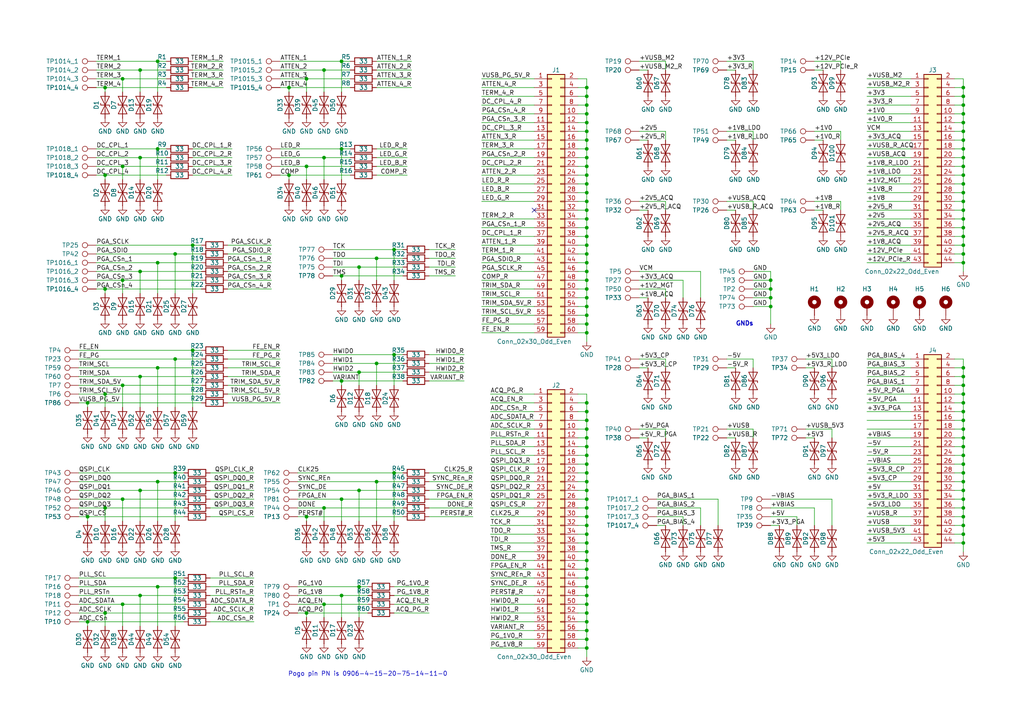
<source format=kicad_sch>
(kicad_sch (version 20250114) (generator "eeschema") (generator_version "9.0")
  (paper "A4")
  (text "Pogo pin PN is 0906-4-15-20-75-14-11-0" (at 106.68 195.58 0) (effects (font (size 1.27 1.27))))
  (text "GNDs" (at 213.36 93.98 0) (effects (font (size 1.27 1.27) (thickness 0.254) (bold yes)) (justify left)))
  (junction (at 170.18 93.98))
  (junction (at 114.3 102.87))
  (junction (at 279.4 111.76))
  (junction (at 170.18 55.88))
  (junction (at 170.18 147.32))
  (junction (at 279.4 109.22))
  (junction (at 170.18 86.36))
  (junction (at 279.4 48.26))
  (junction (at 30.48 25.4))
  (junction (at 170.18 73.66))
  (junction (at 45.72 76.2))
  (junction (at 109.22 105.41))
  (junction (at 40.64 109.22))
  (junction (at 170.18 81.28))
  (junction (at 170.18 175.26))
  (junction (at 279.4 40.64))
  (junction (at 279.4 152.4))
  (junction (at 104.14 142.24))
  (junction (at 35.56 111.76))
  (junction (at 170.18 177.8))
  (junction (at 30.48 83.82))
  (junction (at 279.4 76.2))
  (junction (at 279.4 127))
  (junction (at 170.18 45.72))
  (junction (at 279.4 35.56))
  (junction (at 279.4 73.66))
  (junction (at 40.64 20.32))
  (junction (at 279.4 50.8))
  (junction (at 279.4 129.54))
  (junction (at 170.18 157.48))
  (junction (at 170.18 144.78))
  (junction (at 170.18 35.56))
  (junction (at 279.4 33.02))
  (junction (at 25.4 149.86))
  (junction (at 170.18 165.1))
  (junction (at 279.4 157.48))
  (junction (at 45.72 170.18))
  (junction (at 279.4 38.1))
  (junction (at 279.4 121.92))
  (junction (at 170.18 162.56))
  (junction (at 170.18 48.26))
  (junction (at 279.4 116.84))
  (junction (at 170.18 134.62))
  (junction (at 88.9 48.26))
  (junction (at 170.18 127))
  (junction (at 170.18 124.46))
  (junction (at 40.64 142.24))
  (junction (at 279.4 30.48))
  (junction (at 170.18 139.7))
  (junction (at 170.18 132.08))
  (junction (at 170.18 40.64))
  (junction (at 88.9 149.86))
  (junction (at 104.14 170.18))
  (junction (at 99.06 80.01))
  (junction (at 55.88 71.12))
  (junction (at 99.06 110.49))
  (junction (at 170.18 76.2))
  (junction (at 279.4 142.24))
  (junction (at 170.18 68.58))
  (junction (at 109.22 74.93))
  (junction (at 45.72 139.7))
  (junction (at 170.18 27.94))
  (junction (at 40.64 45.72))
  (junction (at 35.56 22.86))
  (junction (at 279.4 27.94))
  (junction (at 109.22 139.7))
  (junction (at 170.18 33.02))
  (junction (at 170.18 25.4))
  (junction (at 279.4 139.7))
  (junction (at 170.18 167.64))
  (junction (at 170.18 182.88))
  (junction (at 93.98 175.26))
  (junction (at 223.52 88.9))
  (junction (at 279.4 58.42))
  (junction (at 170.18 170.18))
  (junction (at 170.18 58.42))
  (junction (at 279.4 63.5))
  (junction (at 279.4 53.34))
  (junction (at 25.4 116.84))
  (junction (at 223.52 81.28))
  (junction (at 170.18 63.5))
  (junction (at 170.18 38.1))
  (junction (at 170.18 96.52))
  (junction (at 99.06 172.72))
  (junction (at 170.18 137.16))
  (junction (at 279.4 132.08))
  (junction (at 170.18 43.18))
  (junction (at 50.8 73.66))
  (junction (at 35.56 48.26))
  (junction (at 170.18 91.44))
  (junction (at 93.98 147.32))
  (junction (at 170.18 88.9))
  (junction (at 170.18 71.12))
  (junction (at 279.4 106.68))
  (junction (at 104.14 77.47))
  (junction (at 279.4 25.4))
  (junction (at 170.18 185.42))
  (junction (at 40.64 172.72))
  (junction (at 279.4 119.38))
  (junction (at 279.4 149.86))
  (junction (at 45.72 106.68))
  (junction (at 170.18 53.34))
  (junction (at 170.18 50.8))
  (junction (at 35.56 144.78))
  (junction (at 45.72 43.18))
  (junction (at 104.14 107.95))
  (junction (at 170.18 142.24))
  (junction (at 50.8 167.64))
  (junction (at 55.88 101.6))
  (junction (at 83.82 50.8))
  (junction (at 223.52 83.82))
  (junction (at 50.8 104.14))
  (junction (at 45.72 17.78))
  (junction (at 170.18 116.84))
  (junction (at 279.4 137.16))
  (junction (at 25.4 180.34))
  (junction (at 279.4 154.94))
  (junction (at 35.56 175.26))
  (junction (at 279.4 55.88))
  (junction (at 170.18 154.94))
  (junction (at 170.18 78.74))
  (junction (at 170.18 119.38))
  (junction (at 279.4 43.18))
  (junction (at 279.4 68.58))
  (junction (at 35.56 81.28))
  (junction (at 30.48 147.32))
  (junction (at 170.18 152.4))
  (junction (at 93.98 20.32))
  (junction (at 40.64 78.74))
  (junction (at 223.52 86.36))
  (junction (at 170.18 60.96))
  (junction (at 279.4 66.04))
  (junction (at 170.18 129.54))
  (junction (at 99.06 144.78))
  (junction (at 279.4 147.32))
  (junction (at 279.4 134.62))
  (junction (at 279.4 114.3))
  (junction (at 279.4 45.72))
  (junction (at 170.18 83.82))
  (junction (at 279.4 124.46))
  (junction (at 99.06 43.18))
  (junction (at 50.8 137.16))
  (junction (at 170.18 30.48))
  (junction (at 279.4 71.12))
  (junction (at 114.3 137.16))
  (junction (at 170.18 180.34))
  (junction (at 170.18 121.92))
  (junction (at 170.18 187.96))
  (junction (at 88.9 177.8))
  (junction (at 279.4 60.96))
  (junction (at 170.18 160.02))
  (junction (at 279.4 144.78))
  (junction (at 170.18 149.86))
  (junction (at 30.48 50.8))
  (junction (at 114.3 72.39))
  (junction (at 30.48 114.3))
  (junction (at 93.98 45.72))
  (junction (at 170.18 172.72))
  (junction (at 30.48 177.8))
  (junction (at 88.9 22.86))
  (junction (at 170.18 66.04))
  (junction (at 83.82 25.4))
  (junction (at 99.06 17.78))
  (no_connect (at 154.94 60.96))
  (wire (pts (xy 243.84 60.96) (xy 243.84 58.42)))
  (wire (pts (xy 167.64 45.72) (xy 170.18 45.72)))
  (wire (pts (xy 279.4 132.08) (xy 279.4 134.62)))
  (wire (pts (xy 114.3 102.87) (xy 116.84 102.87)))
  (wire (pts (xy 139.7 78.74) (xy 154.94 78.74)))
  (wire (pts (xy 167.64 55.88) (xy 170.18 55.88)))
  (wire (pts (xy 45.72 26.67) (xy 45.72 17.78)))
  (wire (pts (xy 104.14 179.07) (xy 104.14 170.18)))
  (wire (pts (xy 251.46 147.32) (xy 264.16 147.32)))
  (wire (pts (xy 279.4 134.62) (xy 279.4 137.16)))
  (wire (pts (xy 167.64 182.88) (xy 170.18 182.88)))
  (wire (pts (xy 203.2 86.36) (xy 203.2 78.74)))
  (wire (pts (xy 276.86 33.02) (xy 279.4 33.02)))
  (wire (pts (xy 170.18 114.3) (xy 170.18 116.84)))
  (wire (pts (xy 35.56 22.86) (xy 35.56 26.67)))
  (wire (pts (xy 193.04 20.32) (xy 193.04 17.78)))
  (wire (pts (xy 167.64 60.96) (xy 170.18 60.96)))
  (wire (pts (xy 170.18 55.88) (xy 170.18 58.42)))
  (wire (pts (xy 139.7 71.12) (xy 154.94 71.12)))
  (wire (pts (xy 279.4 22.86) (xy 279.4 25.4)))
  (wire (pts (xy 88.9 149.86) (xy 116.84 149.86)))
  (wire (pts (xy 83.82 25.4) (xy 81.28 25.4)))
  (wire (pts (xy 203.2 147.32) (xy 203.2 152.4)))
  (wire (pts (xy 45.72 43.18) (xy 48.26 43.18)))
  (wire (pts (xy 114.3 72.39) (xy 96.52 72.39)))
  (wire (pts (xy 114.3 137.16) (xy 86.36 137.16)))
  (wire (pts (xy 114.3 151.13) (xy 114.3 137.16)))
  (wire (pts (xy 35.56 175.26) (xy 53.34 175.26)))
  (wire (pts (xy 210.82 38.1) (xy 218.44 38.1)))
  (wire (pts (xy 185.42 20.32) (xy 187.96 20.32)))
  (wire (pts (xy 185.42 40.64) (xy 187.96 40.64)))
  (wire (pts (xy 99.06 172.72) (xy 106.68 172.72)))
  (wire (pts (xy 142.24 172.72) (xy 154.94 172.72)))
  (wire (pts (xy 109.22 22.86) (xy 119.38 22.86)))
  (wire (pts (xy 27.94 73.66) (xy 50.8 73.66)))
  (wire (pts (xy 276.86 111.76) (xy 279.4 111.76)))
  (wire (pts (xy 251.46 142.24) (xy 264.16 142.24)))
  (wire (pts (xy 170.18 27.94) (xy 170.18 30.48)))
  (wire (pts (xy 167.64 170.18) (xy 170.18 170.18)))
  (wire (pts (xy 22.86 114.3) (xy 30.48 114.3)))
  (wire (pts (xy 279.4 149.86) (xy 279.4 152.4)))
  (wire (pts (xy 99.06 43.18) (xy 101.6 43.18)))
  (wire (pts (xy 203.2 78.74) (xy 185.42 78.74)))
  (wire (pts (xy 167.64 73.66) (xy 170.18 73.66)))
  (wire (pts (xy 223.52 86.36) (xy 223.52 83.82)))
  (wire (pts (xy 276.86 114.3) (xy 279.4 114.3)))
  (wire (pts (xy 167.64 137.16) (xy 170.18 137.16)))
  (wire (pts (xy 167.64 142.24) (xy 170.18 142.24)))
  (wire (pts (xy 114.3 177.8) (xy 124.46 177.8)))
  (wire (pts (xy 210.82 58.42) (xy 218.44 58.42)))
  (wire (pts (xy 251.46 66.04) (xy 264.16 66.04)))
  (wire (pts (xy 55.88 50.8) (xy 67.31 50.8)))
  (wire (pts (xy 279.4 40.64) (xy 279.4 43.18)))
  (wire (pts (xy 279.4 124.46) (xy 279.4 127)))
  (wire (pts (xy 190.5 147.32) (xy 203.2 147.32)))
  (wire (pts (xy 83.82 52.07) (xy 83.82 50.8)))
  (wire (pts (xy 251.46 139.7) (xy 264.16 139.7)))
  (wire (pts (xy 66.04 106.68) (xy 81.28 106.68)))
  (wire (pts (xy 45.72 139.7) (xy 53.34 139.7)))
  (wire (pts (xy 167.64 53.34) (xy 170.18 53.34)))
  (wire (pts (xy 279.4 152.4) (xy 279.4 154.94)))
  (wire (pts (xy 167.64 134.62) (xy 170.18 134.62)))
  (wire (pts (xy 251.46 106.68) (xy 264.16 106.68)))
  (wire (pts (xy 210.82 40.64) (xy 213.36 40.64)))
  (wire (pts (xy 40.64 45.72) (xy 48.26 45.72)))
  (wire (pts (xy 142.24 152.4) (xy 154.94 152.4)))
  (wire (pts (xy 142.24 132.08) (xy 154.94 132.08)))
  (wire (pts (xy 276.86 40.64) (xy 279.4 40.64)))
  (wire (pts (xy 251.46 149.86) (xy 264.16 149.86)))
  (wire (pts (xy 276.86 109.22) (xy 279.4 109.22)))
  (wire (pts (xy 139.7 30.48) (xy 154.94 30.48)))
  (wire (pts (xy 40.64 118.11) (xy 40.64 109.22)))
  (wire (pts (xy 279.4 76.2) (xy 279.4 78.74)))
  (wire (pts (xy 96.52 77.47) (xy 104.14 77.47)))
  (wire (pts (xy 279.4 43.18) (xy 279.4 45.72)))
  (wire (pts (xy 251.46 119.38) (xy 264.16 119.38)))
  (wire (pts (xy 170.18 182.88) (xy 170.18 185.42)))
  (wire (pts (xy 185.42 60.96) (xy 187.96 60.96)))
  (wire (pts (xy 251.46 60.96) (xy 264.16 60.96)))
  (wire (pts (xy 251.46 154.94) (xy 264.16 154.94)))
  (wire (pts (xy 279.4 114.3) (xy 279.4 116.84)))
  (wire (pts (xy 88.9 177.8) (xy 86.36 177.8)))
  (wire (pts (xy 170.18 25.4) (xy 170.18 27.94)))
  (wire (pts (xy 93.98 147.32) (xy 116.84 147.32)))
  (wire (pts (xy 223.52 78.74) (xy 218.44 78.74)))
  (wire (pts (xy 40.64 78.74) (xy 40.64 85.09)))
  (wire (pts (xy 276.86 25.4) (xy 279.4 25.4)))
  (wire (pts (xy 251.46 116.84) (xy 264.16 116.84)))
  (wire (pts (xy 139.7 22.86) (xy 154.94 22.86)))
  (wire (pts (xy 276.86 157.48) (xy 279.4 157.48)))
  (wire (pts (xy 251.46 43.18) (xy 264.16 43.18)))
  (wire (pts (xy 139.7 43.18) (xy 154.94 43.18)))
  (wire (pts (xy 251.46 134.62) (xy 264.16 134.62)))
  (wire (pts (xy 104.14 151.13) (xy 104.14 142.24)))
  (wire (pts (xy 276.86 68.58) (xy 279.4 68.58)))
  (wire (pts (xy 170.18 134.62) (xy 170.18 137.16)))
  (wire (pts (xy 251.46 157.48) (xy 264.16 157.48)))
  (wire (pts (xy 167.64 187.96) (xy 170.18 187.96)))
  (wire (pts (xy 124.46 105.41) (xy 134.62 105.41)))
  (wire (pts (xy 279.4 50.8) (xy 279.4 53.34)))
  (wire (pts (xy 185.42 58.42) (xy 193.04 58.42)))
  (wire (pts (xy 279.4 144.78) (xy 279.4 147.32)))
  (wire (pts (xy 218.44 83.82) (xy 223.52 83.82)))
  (wire (pts (xy 276.86 154.94) (xy 279.4 154.94)))
  (wire (pts (xy 167.64 81.28) (xy 170.18 81.28)))
  (wire (pts (xy 251.46 152.4) (xy 264.16 152.4)))
  (wire (pts (xy 167.64 157.48) (xy 170.18 157.48)))
  (wire (pts (xy 276.86 55.88) (xy 279.4 55.88)))
  (wire (pts (xy 30.48 25.4) (xy 48.26 25.4)))
  (wire (pts (xy 109.22 74.93) (xy 109.22 81.28)))
  (wire (pts (xy 45.72 139.7) (xy 45.72 151.13)))
  (wire (pts (xy 88.9 177.8) (xy 106.68 177.8)))
  (wire (pts (xy 66.04 101.6) (xy 81.28 101.6)))
  (wire (pts (xy 170.18 93.98) (xy 170.18 96.52)))
  (wire (pts (xy 233.68 124.46) (xy 241.3 124.46)))
  (wire (pts (xy 142.24 147.32) (xy 154.94 147.32)))
  (wire (pts (xy 236.22 40.64) (xy 238.76 40.64)))
  (wire (pts (xy 88.9 22.86) (xy 88.9 26.67)))
  (wire (pts (xy 167.64 43.18) (xy 170.18 43.18)))
  (wire (pts (xy 170.18 172.72) (xy 170.18 175.26)))
  (wire (pts (xy 45.72 106.68) (xy 58.42 106.68)))
  (wire (pts (xy 170.18 127) (xy 170.18 129.54)))
  (wire (pts (xy 170.18 165.1) (xy 170.18 167.64)))
  (wire (pts (xy 66.04 116.84) (xy 81.28 116.84)))
  (wire (pts (xy 109.22 105.41) (xy 116.84 105.41)))
  (wire (pts (xy 104.14 107.95) (xy 104.14 111.76)))
  (wire (pts (xy 93.98 45.72) (xy 93.98 52.07)))
  (wire (pts (xy 114.3 102.87) (xy 96.52 102.87)))
  (wire (pts (xy 251.46 38.1) (xy 264.16 38.1)))
  (wire (pts (xy 30.48 25.4) (xy 27.94 25.4)))
  (wire (pts (xy 241.3 144.78) (xy 223.52 144.78)))
  (wire (pts (xy 167.64 22.86) (xy 170.18 22.86)))
  (wire (pts (xy 50.8 151.13) (xy 50.8 137.16)))
  (wire (pts (xy 124.46 77.47) (xy 132.08 77.47)))
  (wire (pts (xy 139.7 86.36) (xy 154.94 86.36)))
  (wire (pts (xy 50.8 181.61) (xy 50.8 167.64)))
  (wire (pts (xy 236.22 58.42) (xy 243.84 58.42)))
  (wire (pts (xy 167.64 96.52) (xy 170.18 96.52)))
  (wire (pts (xy 45.72 17.78) (xy 48.26 17.78)))
  (wire (pts (xy 251.46 71.12) (xy 264.16 71.12)))
  (wire (pts (xy 35.56 144.78) (xy 35.56 151.13)))
  (wire (pts (xy 167.64 177.8) (xy 170.18 177.8)))
  (wire (pts (xy 30.48 147.32) (xy 53.34 147.32)))
  (wire (pts (xy 66.04 76.2) (xy 78.74 76.2)))
  (wire (pts (xy 66.04 111.76) (xy 81.28 111.76)))
  (wire (pts (xy 279.4 68.58) (xy 279.4 71.12)))
  (wire (pts (xy 251.46 22.86) (xy 264.16 22.86)))
  (wire (pts (xy 96.52 105.41) (xy 109.22 105.41)))
  (wire (pts (xy 170.18 22.86) (xy 170.18 25.4)))
  (wire (pts (xy 124.46 137.16) (xy 137.16 137.16)))
  (wire (pts (xy 241.3 106.68) (xy 241.3 104.14)))
  (wire (pts (xy 139.7 66.04) (xy 154.94 66.04)))
  (wire (pts (xy 40.64 109.22) (xy 58.42 109.22)))
  (wire (pts (xy 223.52 149.86) (xy 231.14 149.86)))
  (wire (pts (xy 40.64 20.32) (xy 48.26 20.32)))
  (wire (pts (xy 276.86 121.92) (xy 279.4 121.92)))
  (wire (pts (xy 279.4 154.94) (xy 279.4 157.48)))
  (wire (pts (xy 167.64 63.5) (xy 170.18 63.5)))
  (wire (pts (xy 124.46 107.95) (xy 134.62 107.95)))
  (wire (pts (xy 170.18 116.84) (xy 170.18 119.38)))
  (wire (pts (xy 60.96 149.86) (xy 73.66 149.86)))
  (wire (pts (xy 139.7 81.28) (xy 154.94 81.28)))
  (wire (pts (xy 251.46 144.78) (xy 264.16 144.78)))
  (wire (pts (xy 40.64 181.61) (xy 40.64 172.72)))
  (wire (pts (xy 276.86 45.72) (xy 279.4 45.72)))
  (wire (pts (xy 99.06 111.76) (xy 99.06 110.49)))
  (wire (pts (xy 167.64 116.84) (xy 170.18 116.84)))
  (wire (pts (xy 88.9 149.86) (xy 86.36 149.86)))
  (wire (pts (xy 142.24 144.78) (xy 154.94 144.78)))
  (wire (pts (xy 170.18 73.66) (xy 170.18 76.2)))
  (wire (pts (xy 45.72 106.68) (xy 45.72 118.11)))
  (wire (pts (xy 25.4 180.34) (xy 53.34 180.34)))
  (wire (pts (xy 45.72 170.18) (xy 45.72 181.61)))
  (wire (pts (xy 236.22 17.78) (xy 243.84 17.78)))
  (wire (pts (xy 185.42 83.82) (xy 193.04 83.82)))
  (wire (pts (xy 93.98 175.26) (xy 93.98 179.07)))
  (wire (pts (xy 276.86 71.12) (xy 279.4 71.12)))
  (wire (pts (xy 88.9 48.26) (xy 88.9 52.07)))
  (wire (pts (xy 35.56 111.76) (xy 58.42 111.76)))
  (wire (pts (xy 86.36 172.72) (xy 99.06 172.72)))
  (wire (pts (xy 223.52 81.28) (xy 223.52 78.74)))
  (wire (pts (xy 167.64 144.78) (xy 170.18 144.78)))
  (wire (pts (xy 114.3 81.28) (xy 114.3 72.39)))
  (wire (pts (xy 40.64 172.72) (xy 53.34 172.72)))
  (wire (pts (xy 279.4 109.22) (xy 279.4 111.76)))
  (wire (pts (xy 142.24 185.42) (xy 154.94 185.42)))
  (wire (pts (xy 109.22 20.32) (xy 119.38 20.32)))
  (wire (pts (xy 139.7 88.9) (xy 154.94 88.9)))
  (wire (pts (xy 170.18 43.18) (xy 170.18 45.72)))
  (wire (pts (xy 233.68 104.14) (xy 241.3 104.14)))
  (wire (pts (xy 45.72 76.2) (xy 58.42 76.2)))
  (wire (pts (xy 279.4 27.94) (xy 279.4 30.48)))
  (wire (pts (xy 142.24 154.94) (xy 154.94 154.94)))
  (wire (pts (xy 170.18 60.96) (xy 170.18 63.5)))
  (wire (pts (xy 170.18 96.52) (xy 170.18 99.06)))
  (wire (pts (xy 170.18 63.5) (xy 170.18 66.04)))
  (wire (pts (xy 99.06 80.01) (xy 116.84 80.01)))
  (wire (pts (xy 83.82 50.8) (xy 81.28 50.8)))
  (wire (pts (xy 167.64 139.7) (xy 170.18 139.7)))
  (wire (pts (xy 167.64 50.8) (xy 170.18 50.8)))
  (wire (pts (xy 55.88 71.12) (xy 27.94 71.12)))
  (wire (pts (xy 60.96 144.78) (xy 73.66 144.78)))
  (wire (pts (xy 142.24 149.86) (xy 154.94 149.86)))
  (wire (pts (xy 170.18 48.26) (xy 170.18 50.8)))
  (wire (pts (xy 276.86 30.48) (xy 279.4 30.48)))
  (wire (pts (xy 167.64 180.34) (xy 170.18 180.34)))
  (wire (pts (xy 142.24 127) (xy 154.94 127)))
  (wire (pts (xy 185.42 17.78) (xy 193.04 17.78)))
  (wire (pts (xy 218.44 40.64) (xy 218.44 38.1)))
  (wire (pts (xy 241.3 127) (xy 241.3 124.46)))
  (wire (pts (xy 45.72 43.18) (xy 27.94 43.18)))
  (wire (pts (xy 142.24 170.18) (xy 154.94 170.18)))
  (wire (pts (xy 170.18 170.18) (xy 170.18 172.72)))
  (wire (pts (xy 236.22 38.1) (xy 243.84 38.1)))
  (wire (pts (xy 25.4 118.11) (xy 25.4 116.84)))
  (wire (pts (xy 251.46 55.88) (xy 264.16 55.88)))
  (wire (pts (xy 223.52 147.32) (xy 236.22 147.32)))
  (wire (pts (xy 170.18 124.46) (xy 170.18 127)))
  (wire (pts (xy 218.44 106.68) (xy 218.44 104.14)))
  (wire (pts (xy 22.86 175.26) (xy 35.56 175.26)))
  (wire (pts (xy 276.86 124.46) (xy 279.4 124.46)))
  (wire (pts (xy 22.86 106.68) (xy 45.72 106.68)))
  (wire (pts (xy 25.4 149.86) (xy 53.34 149.86)))
  (wire (pts (xy 55.88 45.72) (xy 67.31 45.72)))
  (wire (pts (xy 210.82 60.96) (xy 213.36 60.96)))
  (wire (pts (xy 35.56 48.26) (xy 35.56 52.07)))
  (wire (pts (xy 142.24 177.8) (xy 154.94 177.8)))
  (wire (pts (xy 276.86 35.56) (xy 279.4 35.56)))
  (wire (pts (xy 124.46 80.01) (xy 132.08 80.01)))
  (wire (pts (xy 170.18 154.94) (xy 170.18 157.48)))
  (wire (pts (xy 142.24 139.7) (xy 154.94 139.7)))
  (wire (pts (xy 30.48 52.07) (xy 30.48 50.8)))
  (wire (pts (xy 99.06 52.07) (xy 99.06 43.18)))
  (wire (pts (xy 109.22 139.7) (xy 116.84 139.7)))
  (wire (pts (xy 170.18 30.48) (xy 170.18 33.02)))
  (wire (pts (xy 88.9 22.86) (xy 101.6 22.86)))
  (wire (pts (xy 55.88 25.4) (xy 64.77 25.4)))
  (wire (pts (xy 66.04 73.66) (xy 78.74 73.66)))
  (wire (pts (xy 83.82 50.8) (xy 101.6 50.8)))
  (wire (pts (xy 167.64 124.46) (xy 170.18 124.46)))
  (wire (pts (xy 30.48 50.8) (xy 48.26 50.8)))
  (wire (pts (xy 139.7 73.66) (xy 154.94 73.66)))
  (wire (pts (xy 22.86 147.32) (xy 30.48 147.32)))
  (wire (pts (xy 66.04 83.82) (xy 78.74 83.82)))
  (wire (pts (xy 233.68 127) (xy 236.22 127)))
  (wire (pts (xy 167.64 88.9) (xy 170.18 88.9)))
  (wire (pts (xy 190.5 149.86) (xy 198.12 149.86)))
  (wire (pts (xy 170.18 50.8) (xy 170.18 53.34)))
  (wire (pts (xy 198.12 149.86) (xy 198.12 152.4)))
  (wire (pts (xy 114.3 175.26) (xy 124.46 175.26)))
  (wire (pts (xy 276.86 53.34) (xy 279.4 53.34)))
  (wire (pts (xy 30.48 50.8) (xy 27.94 50.8)))
  (wire (pts (xy 124.46 139.7) (xy 137.16 139.7)))
  (wire (pts (xy 124.46 102.87) (xy 134.62 102.87)))
  (wire (pts (xy 88.9 179.07) (xy 88.9 177.8)))
  (wire (pts (xy 83.82 25.4) (xy 101.6 25.4)))
  (wire (pts (xy 124.46 144.78) (xy 137.16 144.78)))
  (wire (pts (xy 251.46 124.46) (xy 264.16 124.46)))
  (wire (pts (xy 251.46 121.92) (xy 264.16 121.92)))
  (wire (pts (xy 279.4 45.72) (xy 279.4 48.26)))
  (wire (pts (xy 251.46 50.8) (xy 264.16 50.8)))
  (wire (pts (xy 30.48 177.8) (xy 53.34 177.8)))
  (wire (pts (xy 251.46 76.2) (xy 264.16 76.2)))
  (wire (pts (xy 167.64 86.36) (xy 170.18 86.36)))
  (wire (pts (xy 124.46 110.49) (xy 134.62 110.49)))
  (wire (pts (xy 243.84 20.32) (xy 243.84 17.78)))
  (wire (pts (xy 30.48 114.3) (xy 30.48 118.11)))
  (wire (pts (xy 93.98 45.72) (xy 101.6 45.72)))
  (wire (pts (xy 66.04 109.22) (xy 81.28 109.22)))
  (wire (pts (xy 50.8 104.14) (xy 50.8 118.11)))
  (wire (pts (xy 30.48 114.3) (xy 58.42 114.3)))
  (wire (pts (xy 251.46 48.26) (xy 264.16 48.26)))
  (wire (pts (xy 22.86 104.14) (xy 50.8 104.14)))
  (wire (pts (xy 279.4 60.96) (xy 279.4 63.5)))
  (wire (pts (xy 55.88 85.09) (xy 55.88 71.12)))
  (wire (pts (xy 25.4 149.86) (xy 22.86 149.86)))
  (wire (pts (xy 22.86 170.18) (xy 45.72 170.18)))
  (wire (pts (xy 279.4 58.42) (xy 279.4 60.96)))
  (wire (pts (xy 170.18 162.56) (xy 170.18 165.1)))
  (wire (pts (xy 185.42 106.68) (xy 187.96 106.68)))
  (wire (pts (xy 167.64 165.1) (xy 170.18 165.1)))
  (wire (pts (xy 279.4 127) (xy 279.4 129.54)))
  (wire (pts (xy 60.96 142.24) (xy 73.66 142.24)))
  (wire (pts (xy 251.46 30.48) (xy 264.16 30.48)))
  (wire (pts (xy 139.7 25.4) (xy 154.94 25.4)))
  (wire (pts (xy 55.88 17.78) (xy 64.77 17.78)))
  (wire (pts (xy 124.46 147.32) (xy 137.16 147.32)))
  (wire (pts (xy 276.86 144.78) (xy 279.4 144.78)))
  (wire (pts (xy 167.64 83.82) (xy 170.18 83.82)))
  (wire (pts (xy 50.8 167.64) (xy 22.86 167.64)))
  (wire (pts (xy 60.96 167.64) (xy 73.66 167.64)))
  (wire (pts (xy 109.22 50.8) (xy 118.11 50.8)))
  (wire (pts (xy 170.18 71.12) (xy 170.18 73.66)))
  (wire (pts (xy 276.86 43.18) (xy 279.4 43.18)))
  (wire (pts (xy 104.14 77.47) (xy 116.84 77.47)))
  (wire (pts (xy 236.22 60.96) (xy 238.76 60.96)))
  (wire (pts (xy 279.4 129.54) (xy 279.4 132.08)))
  (wire (pts (xy 22.86 177.8) (xy 30.48 177.8)))
  (wire (pts (xy 142.24 137.16) (xy 154.94 137.16)))
  (wire (pts (xy 66.04 71.12) (xy 78.74 71.12)))
  (wire (pts (xy 139.7 48.26) (xy 154.94 48.26)))
  (wire (pts (xy 27.94 83.82) (xy 30.48 83.82)))
  (wire (pts (xy 60.96 177.8) (xy 73.66 177.8)))
  (wire (pts (xy 170.18 185.42) (xy 170.18 187.96)))
  (wire (pts (xy 241.3 152.4) (xy 241.3 144.78)))
  (wire (pts (xy 251.46 58.42) (xy 264.16 58.42)))
  (wire (pts (xy 55.88 101.6) (xy 58.42 101.6)))
  (wire (pts (xy 139.7 55.88) (xy 154.94 55.88)))
  (wire (pts (xy 170.18 132.08) (xy 170.18 134.62)))
  (wire (pts (xy 210.82 20.32) (xy 213.36 20.32)))
  (wire (pts (xy 276.86 63.5) (xy 279.4 63.5)))
  (wire (pts (xy 60.96 147.32) (xy 73.66 147.32)))
  (wire (pts (xy 167.64 152.4) (xy 170.18 152.4)))
  (wire (pts (xy 86.36 139.7) (xy 109.22 139.7)))
  (wire (pts (xy 35.56 81.28) (xy 58.42 81.28)))
  (wire (pts (xy 170.18 88.9) (xy 170.18 91.44)))
  (wire (pts (xy 96.52 74.93) (xy 109.22 74.93)))
  (wire (pts (xy 251.46 53.34) (xy 264.16 53.34)))
  (wire (pts (xy 208.28 152.4) (xy 208.28 144.78)))
  (wire (pts (xy 139.7 58.42) (xy 154.94 58.42)))
  (wire (pts (xy 50.8 73.66) (xy 58.42 73.66)))
  (wire (pts (xy 55.88 118.11) (xy 55.88 101.6)))
  (wire (pts (xy 45.72 170.18) (xy 53.34 170.18)))
  (wire (pts (xy 167.64 66.04) (xy 170.18 66.04)))
  (wire (pts (xy 167.64 78.74) (xy 170.18 78.74)))
  (wire (pts (xy 223.52 93.98) (xy 223.52 88.9)))
  (wire (pts (xy 218.44 86.36) (xy 223.52 86.36)))
  (wire (pts (xy 276.86 137.16) (xy 279.4 137.16)))
  (wire (pts (xy 35.56 111.76) (xy 22.86 111.76)))
  (wire (pts (xy 167.64 76.2) (xy 170.18 76.2)))
  (wire (pts (xy 170.18 152.4) (xy 170.18 154.94)))
  (wire (pts (xy 30.48 177.8) (xy 30.48 181.61)))
  (wire (pts (xy 170.18 45.72) (xy 170.18 48.26)))
  (wire (pts (xy 114.3 111.76) (xy 114.3 102.87)))
  (wire (pts (xy 55.88 20.32) (xy 64.77 20.32)))
  (wire (pts (xy 236.22 147.32) (xy 236.22 152.4)))
  (wire (pts (xy 109.22 139.7) (xy 109.22 151.13)))
  (wire (pts (xy 88.9 151.13) (xy 88.9 149.86)))
  (wire (pts (xy 99.06 26.67) (xy 99.06 17.78)))
  (wire (pts (xy 167.64 71.12) (xy 170.18 71.12)))
  (wire (pts (xy 142.24 121.92) (xy 154.94 121.92)))
  (wire (pts (xy 193.04 106.68) (xy 193.04 104.14)))
  (wire (pts (xy 142.24 187.96) (xy 154.94 187.96)))
  (wire (pts (xy 109.22 25.4) (xy 119.38 25.4)))
  (wire (pts (xy 167.64 27.94) (xy 170.18 27.94)))
  (wire (pts (xy 22.86 139.7) (xy 45.72 139.7)))
  (wire (pts (xy 142.24 114.3) (xy 154.94 114.3)))
  (wire (pts (xy 170.18 33.02) (xy 170.18 35.56)))
  (wire (pts (xy 114.3 72.39) (xy 116.84 72.39)))
  (wire (pts (xy 81.28 20.32) (xy 93.98 20.32)))
  (wire (pts (xy 210.82 124.46) (xy 218.44 124.46)))
  (wire (pts (xy 276.86 147.32) (xy 279.4 147.32)))
  (wire (pts (xy 210.82 106.68) (xy 213.36 106.68)))
  (wire (pts (xy 279.4 35.56) (xy 279.4 38.1)))
  (wire (pts (xy 167.64 35.56) (xy 170.18 35.56)))
  (wire (pts (xy 210.82 104.14) (xy 218.44 104.14)))
  (wire (pts (xy 170.18 119.38) (xy 170.18 121.92)))
  (wire (pts (xy 167.64 33.02) (xy 170.18 33.02)))
  (wire (pts (xy 193.04 60.96) (xy 193.04 58.42)))
  (wire (pts (xy 27.94 48.26) (xy 35.56 48.26)))
  (wire (pts (xy 167.64 175.26) (xy 170.18 175.26)))
  (wire (pts (xy 66.04 78.74) (xy 78.74 78.74)))
  (wire (pts (xy 60.96 180.34) (xy 73.66 180.34)))
  (wire (pts (xy 109.22 17.78) (xy 119.38 17.78)))
  (wire (pts (xy 40.64 45.72) (xy 40.64 52.07)))
  (wire (pts (xy 35.56 81.28) (xy 35.56 85.09)))
  (wire (pts (xy 170.18 177.8) (xy 170.18 180.34)))
  (wire (pts (xy 276.86 60.96) (xy 279.4 60.96)))
  (wire (pts (xy 167.64 25.4) (xy 170.18 25.4)))
  (wire (pts (xy 104.14 170.18) (xy 106.68 170.18)))
  (wire (pts (xy 139.7 76.2) (xy 154.94 76.2)))
  (wire (pts (xy 210.82 127) (xy 213.36 127)))
  (wire (pts (xy 276.86 127) (xy 279.4 127)))
  (wire (pts (xy 167.64 121.92) (xy 170.18 121.92)))
  (wire (pts (xy 251.46 40.64) (xy 264.16 40.64)))
  (wire (pts (xy 139.7 63.5) (xy 154.94 63.5)))
  (wire (pts (xy 25.4 181.61) (xy 25.4 180.34)))
  (wire (pts (xy 40.64 78.74) (xy 58.42 78.74)))
  (wire (pts (xy 167.64 149.86) (xy 170.18 149.86)))
  (wire (pts (xy 223.52 152.4) (xy 226.06 152.4)))
  (wire (pts (xy 170.18 144.78) (xy 170.18 147.32)))
  (wire (pts (xy 185.42 86.36) (xy 187.96 86.36)))
  (wire (pts (xy 251.46 104.14) (xy 264.16 104.14)))
  (wire (pts (xy 251.46 137.16) (xy 264.16 137.16)))
  (wire (pts (xy 170.18 66.04) (xy 170.18 68.58)))
  (wire (pts (xy 25.4 180.34) (xy 22.86 180.34)))
  (wire (pts (xy 167.64 30.48) (xy 170.18 30.48)))
  (wire (pts (xy 142.24 129.54) (xy 154.94 129.54)))
  (wire (pts (xy 167.64 132.08) (xy 170.18 132.08)))
  (wire (pts (xy 99.06 17.78) (xy 101.6 17.78)))
  (wire (pts (xy 66.04 81.28) (xy 78.74 81.28)))
  (wire (pts (xy 99.06 17.78) (xy 81.28 17.78)))
  (wire (pts (xy 276.86 66.04) (xy 279.4 66.04)))
  (wire (pts (xy 167.64 114.3) (xy 170.18 114.3)))
  (wire (pts (xy 66.04 114.3) (xy 81.28 114.3)))
  (wire (pts (xy 30.48 83.82) (xy 58.42 83.82)))
  (wire (pts (xy 50.8 137.16) (xy 53.34 137.16)))
  (wire (pts (xy 251.46 27.94) (xy 264.16 27.94)))
  (wire (pts (xy 193.04 127) (xy 193.04 124.46)))
  (wire (pts (xy 124.46 74.93) (xy 132.08 74.93)))
  (wire (pts (xy 86.36 147.32) (xy 93.98 147.32)))
  (wire (pts (xy 142.24 165.1) (xy 154.94 165.1)))
  (wire (pts (xy 50.8 167.64) (xy 53.34 167.64)))
  (wire (pts (xy 25.4 151.13) (xy 25.4 149.86)))
  (wire (pts (xy 142.24 175.26) (xy 154.94 175.26)))
  (wire (pts (xy 276.86 139.7) (xy 279.4 139.7)))
  (wire (pts (xy 142.24 180.34) (xy 154.94 180.34)))
  (wire (pts (xy 109.22 48.26) (xy 118.11 48.26)))
  (wire (pts (xy 185.42 104.14) (xy 193.04 104.14)))
  (wire (pts (xy 279.4 111.76) (xy 279.4 114.3)))
  (wire (pts (xy 170.18 139.7) (xy 170.18 142.24)))
  (wire (pts (xy 170.18 149.86) (xy 170.18 152.4)))
  (wire (pts (xy 170.18 68.58) (xy 170.18 71.12)))
  (wire (pts (xy 170.18 83.82) (xy 170.18 86.36)))
  (wire (pts (xy 50.8 104.14) (xy 58.42 104.14)))
  (wire (pts (xy 109.22 43.18) (xy 118.11 43.18)))
  (wire (pts (xy 55.88 101.6) (xy 22.86 101.6)))
  (wire (pts (xy 276.86 27.94) (xy 279.4 27.94)))
  (wire (pts (xy 251.46 127) (xy 264.16 127)))
  (wire (pts (xy 60.96 137.16) (xy 73.66 137.16)))
  (wire (pts (xy 167.64 172.72) (xy 170.18 172.72)))
  (wire (pts (xy 167.64 119.38) (xy 170.18 119.38)))
  (wire (pts (xy 99.06 172.72) (xy 99.06 179.07)))
  (wire (pts (xy 170.18 76.2) (xy 170.18 78.74)))
  (wire (pts (xy 139.7 27.94) (xy 154.94 27.94)))
  (wire (pts (xy 139.7 83.82) (xy 154.94 83.82)))
  (wire (pts (xy 167.64 160.02) (xy 170.18 160.02)))
  (wire (pts (xy 55.88 48.26) (xy 67.31 48.26)))
  (wire (pts (xy 218.44 88.9) (xy 223.52 88.9)))
  (wire (pts (xy 170.18 175.26) (xy 170.18 177.8)))
  (wire (pts (xy 142.24 167.64) (xy 154.94 167.64)))
  (wire (pts (xy 276.86 58.42) (xy 279.4 58.42)))
  (wire (pts (xy 279.4 121.92) (xy 279.4 124.46)))
  (wire (pts (xy 142.24 182.88) (xy 154.94 182.88)))
  (wire (pts (xy 139.7 40.64) (xy 154.94 40.64)))
  (wire (pts (xy 55.88 22.86) (xy 64.77 22.86)))
  (wire (pts (xy 104.14 170.18) (xy 86.36 170.18)))
  (wire (pts (xy 167.64 48.26) (xy 170.18 48.26)))
  (wire (pts (xy 109.22 45.72) (xy 118.11 45.72)))
  (wire (pts (xy 60.96 175.26) (xy 73.66 175.26)))
  (wire (pts (xy 81.28 22.86) (xy 88.9 22.86)))
  (wire (pts (xy 124.46 142.24) (xy 137.16 142.24)))
  (wire (pts (xy 170.18 160.02) (xy 170.18 162.56)))
  (wire (pts (xy 170.18 58.42) (xy 170.18 60.96)))
  (wire (pts (xy 99.06 81.28) (xy 99.06 80.01)))
  (wire (pts (xy 193.04 83.82) (xy 193.04 86.36)))
  (wire (pts (xy 276.86 152.4) (xy 279.4 152.4)))
  (wire (pts (xy 170.18 53.34) (xy 170.18 55.88)))
  (wire (pts (xy 35.56 48.26) (xy 48.26 48.26)))
  (wire (pts (xy 279.4 71.12) (xy 279.4 73.66)))
  (wire (pts (xy 279.4 25.4) (xy 279.4 27.94)))
  (wire (pts (xy 35.56 144.78) (xy 53.34 144.78)))
  (wire (pts (xy 139.7 93.98) (xy 154.94 93.98)))
  (wire (pts (xy 276.86 22.86) (xy 279.4 22.86)))
  (wire (pts (xy 99.06 43.18) (xy 81.28 43.18)))
  (wire (pts (xy 27.94 22.86) (xy 35.56 22.86)))
  (wire (pts (xy 170.18 38.1) (xy 170.18 40.64)))
  (wire (pts (xy 279.4 104.14) (xy 279.4 106.68)))
  (wire (pts (xy 170.18 121.92) (xy 170.18 124.46)))
  (wire (pts (xy 55.88 43.18) (xy 67.31 43.18)))
  (wire (pts (xy 276.86 48.26) (xy 279.4 48.26)))
  (wire (pts (xy 279.4 38.1) (xy 279.4 40.64)))
  (wire (pts (xy 279.4 119.38) (xy 279.4 121.92)))
  (wire (pts (xy 167.64 93.98) (xy 170.18 93.98)))
  (wire (pts (xy 170.18 91.44) (xy 170.18 93.98)))
  (wire (pts (xy 25.4 116.84) (xy 58.42 116.84)))
  (wire (pts (xy 40.64 20.32) (xy 40.64 26.67)))
  (wire (pts (xy 233.68 106.68) (xy 236.22 106.68)))
  (wire (pts (xy 276.86 38.1) (xy 279.4 38.1)))
  (wire (pts (xy 139.7 35.56) (xy 154.94 35.56)))
  (wire (pts (xy 236.22 20.32) (xy 238.76 20.32)))
  (wire (pts (xy 279.4 55.88) (xy 279.4 58.42)))
  (wire (pts (xy 167.64 40.64) (xy 170.18 40.64)))
  (wire (pts (xy 99.06 80.01) (xy 96.52 80.01)))
  (wire (pts (xy 93.98 147.32) (xy 93.98 151.13)))
  (wire (pts (xy 279.4 48.26) (xy 279.4 50.8)))
  (wire (pts (xy 218.44 20.32) (xy 218.44 17.78)))
  (wire (pts (xy 27.94 81.28) (xy 35.56 81.28)))
  (wire (pts (xy 279.4 73.66) (xy 279.4 76.2)))
  (wire (pts (xy 142.24 157.48) (xy 154.94 157.48)))
  (wire (pts (xy 83.82 26.67) (xy 83.82 25.4)))
  (wire (pts (xy 104.14 142.24) (xy 116.84 142.24)))
  (wire (pts (xy 170.18 147.32) (xy 170.18 149.86)))
  (wire (pts (xy 40.64 142.24) (xy 53.34 142.24)))
  (wire (pts (xy 30.48 83.82) (xy 30.48 85.09)))
  (wire (pts (xy 27.94 78.74) (xy 40.64 78.74)))
  (wire (pts (xy 198.12 81.28) (xy 198.12 86.36)))
  (wire (pts (xy 139.7 50.8) (xy 154.94 50.8)))
  (wire (pts (xy 40.64 172.72) (xy 22.86 172.72)))
  (wire (pts (xy 251.46 35.56) (xy 264.16 35.56)))
  (wire (pts (xy 170.18 187.96) (xy 170.18 190.5)))
  (wire (pts (xy 276.86 142.24) (xy 279.4 142.24)))
  (wire (pts (xy 276.86 132.08) (xy 279.4 132.08)))
  (wire (pts (xy 170.18 78.74) (xy 170.18 81.28)))
  (wire (pts (xy 81.28 45.72) (xy 93.98 45.72)))
  (wire (pts (xy 81.28 48.26) (xy 88.9 48.26)))
  (wire (pts (xy 142.24 116.84) (xy 154.94 116.84)))
  (wire (pts (xy 124.46 72.39) (xy 132.08 72.39)))
  (wire (pts (xy 279.4 30.48) (xy 279.4 33.02)))
  (wire (pts (xy 279.4 106.68) (xy 279.4 109.22)))
  (wire (pts (xy 45.72 52.07) (xy 45.72 43.18)))
  (wire (pts (xy 142.24 134.62) (xy 154.94 134.62)))
  (wire (pts (xy 170.18 142.24) (xy 170.18 144.78)))
  (wire (pts (xy 139.7 38.1) (xy 154.94 38.1)))
  (wire (pts (xy 93.98 20.32) (xy 101.6 20.32)))
  (wire (pts (xy 60.96 172.72) (xy 73.66 172.72)))
  (wire (pts (xy 185.42 38.1) (xy 193.04 38.1)))
  (wire (pts (xy 60.96 139.7) (xy 73.66 139.7)))
  (wire (pts (xy 251.46 109.22) (xy 264.16 109.22)))
  (wire (pts (xy 114.3 172.72) (xy 124.46 172.72)))
  (wire (pts (xy 210.82 17.78) (xy 218.44 17.78)))
  (wire (pts (xy 142.24 142.24) (xy 154.94 142.24)))
  (wire (pts (xy 35.56 22.86) (xy 48.26 22.86)))
  (wire (pts (xy 251.46 73.66) (xy 264.16 73.66)))
  (wire (pts (xy 104.14 107.95) (xy 116.84 107.95)))
  (wire (pts (xy 276.86 104.14) (xy 279.4 104.14)))
  (wire (pts (xy 251.46 132.08) (xy 264.16 132.08)))
  (wire (pts (xy 279.4 116.84) (xy 279.4 119.38)))
  (wire (pts (xy 218.44 81.28) (xy 223.52 81.28)))
  (wire (pts (xy 208.28 144.78) (xy 190.5 144.78)))
  (wire (pts (xy 30.48 147.32) (xy 30.48 151.13)))
  (wire (pts (xy 276.86 116.84) (xy 279.4 116.84)))
  (wire (pts (xy 279.4 137.16) (xy 279.4 139.7)))
  (wire (pts (xy 251.46 129.54) (xy 264.16 129.54)))
  (wire (pts (xy 251.46 68.58) (xy 264.16 68.58)))
  (wire (pts (xy 276.86 149.86) (xy 279.4 149.86)))
  (wire (pts (xy 218.44 127) (xy 218.44 124.46)))
  (wire (pts (xy 193.04 40.64) (xy 193.04 38.1)))
  (wire (pts (xy 251.46 111.76) (xy 264.16 111.76)))
  (wire (pts (xy 279.4 142.24) (xy 279.4 144.78)))
  (wire (pts (xy 170.18 86.36) (xy 170.18 88.9)))
  (wire (pts (xy 170.18 167.64) (xy 170.18 170.18)))
  (wire (pts (xy 139.7 53.34) (xy 154.94 53.34)))
  (wire (pts (xy 279.4 33.02) (xy 279.4 35.56)))
  (wire (pts (xy 185.42 127) (xy 187.96 127)))
  (wire (pts (xy 35.56 175.26) (xy 35.56 181.61)))
  (wire (pts (xy 170.18 180.34) (xy 170.18 182.88)))
  (wire (pts (xy 276.86 76.2) (xy 279.4 76.2)))
  (wire (pts (xy 40.64 142.24) (xy 22.86 142.24)))
  (wire (pts (xy 170.18 35.56) (xy 170.18 38.1)))
  (wire (pts (xy 139.7 68.58) (xy 154.94 68.58)))
  (wire (pts (xy 142.24 119.38) (xy 154.94 119.38)))
  (wire (pts (xy 170.18 40.64) (xy 170.18 43.18)))
  (wire (pts (xy 142.24 124.46) (xy 154.94 124.46)))
  (wire (pts (xy 109.22 105.41) (xy 109.22 111.76)))
  (wire (pts (xy 35.56 118.11) (xy 35.56 111.76)))
  (wire (pts (xy 223.52 88.9) (xy 223.52 86.36)))
  (wire (pts (xy 223.52 83.82) (xy 223.52 81.28)))
  (wire (pts (xy 279.4 53.34) (xy 279.4 55.88)))
  (wire (pts (xy 251.46 63.5) (xy 264.16 63.5)))
  (wire (pts (xy 93.98 175.26) (xy 106.68 175.26)))
  (wire (pts (xy 99.06 144.78) (xy 116.84 144.78)))
  (wire (pts (xy 279.4 139.7) (xy 279.4 142.24)))
  (wire (pts (xy 45.72 76.2) (xy 27.94 76.2)))
  (wire (pts (xy 170.18 137.16) (xy 170.18 139.7)))
  (wire (pts (xy 50.8 73.66) (xy 50.8 85.09)))
  (wire (pts (xy 279.4 147.32) (xy 279.4 149.86)))
  (wire (pts (xy 167.64 129.54) (xy 170.18 129.54)))
  (wire (pts (xy 276.86 129.54) (xy 279.4 129.54)))
  (wire (pts (xy 170.18 81.28) (xy 170.18 83.82)))
  (wire (pts (xy 93.98 20.32) (xy 93.98 26.67)))
  (wire (pts (xy 185.42 124.46) (xy 193.04 124.46)))
  (wire (pts (xy 231.14 149.86) (xy 231.14 152.4)))
  (wire (pts (xy 55.88 71.12) (xy 58.42 71.12)))
  (wire (pts (xy 218.44 60.96) (xy 218.44 58.42)))
  (wire (pts (xy 99.06 110.49) (xy 96.52 110.49)))
  (wire (pts (xy 167.64 185.42) (xy 170.18 185.42)))
  (wire (pts (xy 190.5 152.4) (xy 193.04 152.4)))
  (wire (pts (xy 185.42 81.28) (xy 198.12 81.28)))
  (wire (pts (xy 139.7 96.52) (xy 154.94 96.52)))
  (wire (pts (xy 88.9 48.26) (xy 101.6 48.26)))
  (wire (pts (xy 124.46 149.86) (xy 137.16 149.86)))
  (wire (pts (xy 50.8 137.16) (xy 22.86 137.16)))
  (wire (pts (xy 279.4 63.5) (xy 279.4 66.04)))
  (wire (pts (xy 86.36 144.78) (xy 99.06 144.78)))
  (wire (pts (xy 109.22 74.93) (xy 116.84 74.93)))
  (wire (pts (xy 142.24 160.02) (xy 154.94 160.02)))
  (wire (pts (xy 104.14 142.24) (xy 86.36 142.24)))
  (wire (pts (xy 251.46 25.4) (xy 264.16 25.4)))
  (wire (pts (xy 104.14 77.47) (xy 104.14 81.28)))
  (wire (pts (xy 40.64 109.22) (xy 22.86 109.22)))
  (wire (pts (xy 276.86 106.68) (xy 279.4 106.68)))
  (wire (pts (xy 170.18 157.48) (xy 170.18 160.02)))
  (wire (pts (xy 251.46 114.3) (xy 264.16 114.3)))
  (wire (pts (xy 167.64 58.42) (xy 170.18 58.42)))
  (wire (pts (xy 167.64 162.56) (xy 170.18 162.56)))
  (wire (pts (xy 251.46 45.72) (xy 264.16 45.72)))
  (wire (pts (xy 99.06 144.78) (xy 99.06 151.13)))
  (wire (pts (xy 86.36 175.26) (xy 93.98 175.26)))
  (wire (pts (xy 142.24 162.56) (xy 154.94 162.56)))
  (wire (pts (xy 139.7 91.44) (xy 154.94 91.44)))
  (wire (pts (xy 251.46 33.02) (xy 264.16 33.02)))
  (wire (pts (xy 22.86 144.78) (xy 35.56 144.78)))
  (wire (pts (xy 167.64 167.64) (xy 170.18 167.64)))
  (wire (pts (xy 167.64 154.94) (xy 170.18 154.94)))
  (wire (pts (xy 66.04 104.14) (xy 81.28 104.14)))
  (wire (pts (xy 99.06 110.49) (xy 116.84 110.49)))
  (wire (pts (xy 45.72 17.78) (xy 27.94 17.78)))
  (wire (pts (xy 25.4 116.84) (xy 22.86 116.84)))
  (wire (pts (xy 45.72 85.09) (xy 45.72 76.2)))
  (wire (pts (xy 114.3 137.16) (xy 116.84 137.16)))
  (wire (pts (xy 167.64 68.58) (xy 170.18 68.58)))
  (wire (pts (xy 27.94 45.72) (xy 40.64 45.72)))
  (wire (pts (xy 30.48 26.67) (xy 30.48 25.4)))
  (wire (pts (xy 276.86 73.66) (xy 279.4 73.66)))
  (wire (pts (xy 167.64 147.32) (xy 170.18 147.32)))
  (wire (pts (xy 114.3 170.18) (xy 124.46 170.18)))
  (wire (pts (xy 40.64 151.13) (xy 40.64 142.24)))
  (wire (pts (xy 139.7 33.02) (xy 154.94 33.02)))
  (wire (pts (xy 60.96 170.18) (xy 73.66 170.18)))
  (wire (pts (xy 167.64 91.44) (xy 170.18 91.44)))
  (wire (pts (xy 279.4 66.04) (xy 279.4 68.58)))
  (wire (pts (xy 96.52 107.95) (xy 104.14 107.95)))
  (wire (pts (xy 139.7 45.72) (xy 154.94 45.72)))
  (wire (pts (xy 276.86 134.62) (xy 279.4 134.62)))
  (wire (pts (xy 276.86 119.38) (xy 279.4 119.38)))
  (wire (pts (xy 276.86 50.8) (xy 279.4 50.8)))
  (wire (pts (xy 27.94 20.32) (xy 40.64 20.32)))
  (wire (pts (xy 170.18 129.54) (xy 170.18 132.08)))
  (wire (pts (xy 167.64 127) (xy 170.18 127)))
  (wire (pts (xy 167.64 38.1) (xy 170.18 38.1)))
  (wire (pts (xy 279.4 157.48) (xy 279.4 160.02)))
  (wire (pts (xy 243.84 40.64) (xy 243.84 38.1)))
  (label "ATTEN_4_R" (at 119.38 25.4 180))
  (label "+2V5_ACQ" (at 251.46 66.04 0))
  (label "SYNC_REn_R" (at 137.16 139.7 180))
  (label "+VBIAS" (at 223.52 147.32 0))
  (label "TDO_R" (at 142.24 154.94 0))
  (label "LED_B" (at 81.28 48.26 0))
  (label "+VUSB_R_ACQ" (at 210.82 60.96 0))
  (label "TERM_2_R" (at 139.7 63.5 0))
  (label "ADC_SDATA_R" (at 142.24 121.92 0))
  (label "+2V5_R_ACQ" (at 251.46 68.58 0))
  (label "LED_G" (at 81.28 45.72 0))
  (label "ATTEN_3_R" (at 119.38 22.86 180))
  (label "PGA_CSn_3_R" (at 139.7 35.56 0))
  (label "PGA_SCLK" (at 27.94 71.12 0))
  (label "PGA_CSn_2_R" (at 139.7 45.72 0))
  (label "QSPI_DQ2_R" (at 73.66 144.78 180))
  (label "+1V8_ACQ" (at 185.42 86.36 0))
  (label "TMS_R" (at 132.08 80.01 180))
  (label "ACQ_EN_R" (at 142.24 116.84 0))
  (label "HWID2" (at 96.52 107.95 0))
  (label "+1V8_R" (at 251.46 55.88 0))
  (label "LED_R_R" (at 118.11 43.18 180))
  (label "PGA_SDIO_R" (at 139.7 76.2 0))
  (label "TRIM_SDA_R" (at 139.7 83.82 0))
  (label "TMS" (at 96.52 80.01 0))
  (label "+5V3_R_CP" (at 251.46 137.16 0))
  (label "+3V3_R" (at 251.46 30.48 0))
  (label "ATTEN_1" (at 81.28 17.78 0))
  (label "DC_CPL_3_R" (at 139.7 38.1 0))
  (label "+1V8" (at 236.22 58.42 0))
  (label "PGA_BIAS_1" (at 251.46 111.76 0))
  (label "TERM_3_R" (at 139.7 43.18 0))
  (label "DC_CPL_1_R" (at 67.31 43.18 180))
  (label "PGA_CSn_1_R" (at 78.74 76.2 180))
  (label "+2V5_ACQ" (at 185.42 58.42 0))
  (label "ACQ_PG_R" (at 124.46 177.8 180))
  (label "-5V_R" (at 210.82 106.68 0))
  (label "DC_CPL_2_R" (at 139.7 48.26 0))
  (label "PGA_BIAS_4" (at 251.46 104.14 0))
  (label "TMS_R" (at 142.24 160.02 0))
  (label "PGA_CSn_4_R" (at 139.7 33.02 0))
  (label "FE_PG_R" (at 139.7 93.98 0))
  (label "PG_1V8_R" (at 124.46 172.72 180))
  (label "VUSB_PG_5V_R" (at 139.7 22.86 0))
  (label "+5V3_R_LDO" (at 233.68 106.68 0))
  (label "TERM_1_R" (at 139.7 73.66 0))
  (label "+5V3_R_LDO" (at 251.46 144.78 0))
  (label "VUSB_PG_5V" (at 22.86 116.84 0))
  (label "+VUSB" (at 210.82 124.46 0))
  (label "TERM_3_R" (at 64.77 22.86 180))
  (label "TRIM_SDA_R" (at 81.28 109.22 180))
  (label "+VUSB" (at 251.46 152.4 0))
  (label "TCK" (at 96.52 72.39 0))
  (label "PGA_CSn_4" (at 27.94 83.82 0))
  (label "ATTEN_2_R" (at 119.38 20.32 180))
  (label "LED_B_R" (at 139.7 55.88 0))
  (label "PGA_SCLK_R" (at 139.7 78.74 0))
  (label "+3V3" (at 210.82 17.78 0))
  (label "-5V" (at 251.46 129.54 0))
  (label "QSPI_DQ3" (at 22.86 147.32 0))
  (label "FPGA_EN" (at 86.36 144.78 0))
  (label "TCK_R" (at 142.24 152.4 0))
  (label "FPGA_EN_R" (at 142.24 165.1 0))
  (label "HWID1_R" (at 142.24 177.8 0))
  (label "+VUSB_M2_R" (at 185.42 20.32 0))
  (label "FE_EN_R" (at 139.7 96.52 0))
  (label "PLL_SDA_R" (at 73.66 170.18 180))
  (label "TRIM_SDA_5V_R" (at 139.7 88.9 0))
  (label "+1V8" (at 251.46 58.42 0))
  (label "QSPI_DQ0_R" (at 73.66 139.7 180))
  (label "QSPI_CLK" (at 22.86 137.16 0))
  (label "PLL_SCL" (at 22.86 167.64 0))
  (label "PGA_BIAS_3" (at 251.46 106.68 0))
  (label "ATTEN_4" (at 81.28 25.4 0))
  (label "SYNC_DE_R" (at 137.16 142.24 180))
  (label "CLK25_R" (at 137.16 137.16 180))
  (label "HWID0" (at 96.52 102.87 0))
  (label "ACQ_PG" (at 86.36 177.8 0))
  (label "QSPI_DQ2" (at 22.86 144.78 0))
  (label "TCK_R" (at 132.08 72.39 180))
  (label "+5V3_R_CP" (at 185.42 106.68 0))
  (label "DONE_R" (at 137.16 147.32 180))
  (label "+5V3" (at 233.68 127 0))
  (label "+VUSB_R" (at 251.46 149.86 0))
  (label "TERM_4_R" (at 139.7 27.94 0))
  (label "CLK25_R" (at 142.24 149.86 0))
  (label "ACQ_PG_R" (at 142.24 114.3 0))
  (label "-5V" (at 210.82 104.14 0))
  (label "TDO" (at 96.52 74.93 0))
  (label "PGA_CSn_3_R" (at 78.74 81.28 180))
  (label "+12V_PCIe" (at 251.46 73.66 0))
  (label "ACQ_EN" (at 86.36 175.26 0))
  (label "ATTEN_1_R" (at 119.38 17.78 180))
  (label "QSPI_DQ1" (at 22.86 142.24 0))
  (label "+12V_PCIe_R" (at 251.46 76.2 0))
  (label "QSPI_DQ3_R" (at 142.24 134.62 0))
  (label "FE_PG" (at 22.86 104.14 0))
  (label "+1V8_R" (at 236.22 60.96 0))
  (label "ATTEN_1_R" (at 139.7 71.12 0))
  (label "TRIM_SCL_5V" (at 22.86 114.3 0))
  (label "TERM_4" (at 27.94 25.4 0))
  (label "DC_CPL_2" (at 27.94 45.72 0))
  (label "VUSB_PG_5V_R" (at 81.28 116.84 180))
  (label "QSPI_DQ2_R" (at 142.24 142.24 0))
  (label "ATTEN_2" (at 81.28 20.32 0))
  (label "CLK25" (at 86.36 137.16 0))
  (label "DC_CPL_1" (at 27.94 43.18 0))
  (label "FPGA_EN_R" (at 137.16 144.78 180))
  (label "+VUSB_M2" (at 185.42 17.78 0))
  (label "QSPI_CLK_R" (at 142.24 137.16 0))
  (label "TDO_R" (at 132.08 74.93 180))
  (label "SYNC_REn" (at 86.36 139.7 0))
  (label "+1V8_R_LDO" (at 251.46 48.26 0))
  (label "+1V0_R" (at 251.46 35.56 0))
  (label "TRIM_SCL_R" (at 139.7 86.36 0))
  (label "TDI_R" (at 142.24 157.48 0))
  (label "+3V3_PGA" (at 251.46 119.38 0))
  (label "PERST#_R" (at 142.24 172.72 0))
  (label "TERM_1_R" (at 64.77 17.78 180))
  (label "COMP_R" (at 139.7 81.28 0))
  (label "PGA_CSn_2" (at 27.94 78.74 0))
  (label "FE_PG_R" (at 81.28 104.14 180))
  (label "GND" (at 218.44 83.82 0))
  (label "TERM_2_R" (at 64.77 20.32 180))
  (label "PLL_SCL_R" (at 73.66 167.64 180))
  (label "+VUSB_R_ACQ" (at 251.46 43.18 0))
  (label "VCM" (at 251.46 38.1 0))
  (label "ADC_SCLK_R" (at 73.66 177.8 180))
  (label "QSPI_CLK_R" (at 73.66 137.16 180))
  (label "PLL_SDA" (at 22.86 170.18 0))
  (label "-VBIAS" (at 223.52 144.78 0))
  (label "FE_EN_R" (at 81.28 101.6 180))
  (label "+2V5" (at 185.42 38.1 0))
  (label "TERM_3" (at 27.94 22.86 0))
  (label "PGA_SDIO" (at 27.94 73.66 0))
  (label "QSPI_DQ0" (at 22.86 139.7 0))
  (label "LED_R_R" (at 139.7 53.34 0))
  (label "LED_R" (at 81.28 43.18 0))
  (label "+5V3" (at 251.46 157.48 0))
  (label "QSPI_DQ0_R" (at 142.24 139.7 0))
  (label "PLL_SCL_R" (at 142.24 132.08 0))
  (label "LED_B_R" (at 118.11 48.26 180))
  (label "DC_CPL_3" (at 27.94 48.26 0))
  (label "DC_CPL_1_R" (at 139.7 68.58 0))
  (label "+VUSB_M2" (at 251.46 22.86 0))
  (label "+2V5_R_ACQ" (at 185.42 60.96 0))
  (label "DC_CPL_4_R" (at 139.7 30.48 0))
  (label "ACQ_EN_R" (at 124.46 175.26 180))
  (label "DC_CPL_4_R" (at 67.31 50.8 180))
  (label "HWID1_R" (at 134.62 105.41 180))
  (label "PGA_CSn_3" (at 27.94 81.28 0))
  (label "SYNC_DE" (at 86.36 142.24 0))
  (label "PGA_BIAS_3" (at 190.5 149.86 0))
  (label "ADC_SDATA" (at 22.86 175.26 0))
  (label "GND" (at 218.44 81.28 0))
  (label "QSPI_DQ1_R" (at 142.24 144.78 0))
  (label "+1V0" (at 251.46 33.02 0))
  (label "+3V3_ACQ" (at 251.46 40.64 0))
  (label "QSPI_DQ1_R" (at 73.66 142.24 180))
  (label "QSPI_CS" (at 22.86 149.86 0))
  (label "VARIANT_R" (at 142.24 182.88 0))
  (label "PGA_BIAS_2" (at 190.5 147.32 0))
  (label "HWID1" (at 96.52 105.41 0))
  (label "+1V8_ACQ" (at 251.46 71.12 0))
  (label "GND" (at 218.44 78.74 0))
  (label "LED_G_R" (at 139.7 58.42 0))
  (label "COMP" (at 81.28 50.8 0))
  (label "VARIANT" (at 96.52 110.49 0))
  (label "VCM" (at 185.42 78.74 0))
  (label "+12V_PCIe" (at 236.22 17.78 0))
  (label "TERM_1" (at 27.94 17.78 0))
  (label "+1V2_MGT" (at 185.42 83.82 0))
  (label "ATTEN_4_R" (at 139.7 25.4 0))
  (label "PG_1V0_R" (at 142.24 185.42 0))
  (label "+VUSB_5V3" (at 233.68 124.46 0))
  (label "TRIM_SCL_5V_R" (at 139.7 91.44 0))
  (label "PG_1V0_R" (at 124.46 170.18 180))
  (label "PGA_BIAS_1" (at 190.5 144.78 0))
  (label "HWID0_R" (at 142.24 175.26 0))
  (label "+1V8_R_LDO" (at 210.82 40.64 0))
  (label "DC_CPL_3_R" (at 67.31 48.26 180))
  (label "+3V3_ACQ" (at 185.42 81.28 0))
  (label "PGA_CSn_4_R" (at 78.74 83.82 180))
  (label "-VBIAS" (at 251.46 134.62 0))
  (label "+VUSB_ACQ" (at 251.46 45.72 0))
  (label "+VBIAS" (at 251.46 127 0))
  (label "PERST#" (at 86.36 149.86 0))
  (label "ATTEN_2_R" (at 139.7 50.8 0))
  (label "+1V0_R" (at 236.22 40.64 0))
  (label "PLL_RSTn" (at 22.86 172.72 0))
  (label "HWID2_R" (at 134.62 107.95 180))
  (label "PGA_CSn_1" (at 27.94 76.2 0))
  (label "+3V3_PGA" (at 223.52 152.4 0))
  (label "QSPI_CS_R" (at 73.66 149.86 180))
  (label "DONE_R" (at 142.24 162.56 0))
  (label "+1V8_LDO" (at 210.82 38.1 0))
  (label "PGA_BIAS_2" (at 251.46 109.22 0))
  (label "GND" (at 218.44 88.9 0))
  (label "PGA_BIAS_4" (at 190.5 152.4 0))
  (label "ADC_SDATA_R" (at 73.66 175.26 180))
  (label "+VUSB_M2_R" (at 251.46 25.4 0))
  (label "PGA_SCLK_R" (at 78.74 71.12 180))
  (label "+2V5_R" (at 185.42 40.64 0))
  (label "ATTEN_3" (at 81.28 22.86 0))
  (label "+VUSB_R" (at 210.82 127 0))
  (label "PG_1V8" (at 86.36 172.72 0))
  (label "ADC_CSn_R" (at 73.66 180.34 180))
  (label "+5V3_CP" (at 185.42 104.14 0))
  (label "+1V0" (at 236.22 38.1 0))
  (label "QSPI_CS_R" (at 142.24 147.32 0))
  (label "TRIM_SCL_R" (at 81.28 106.68 180))
  (label "+5V" (at 251.46 142.24 0))
  (label "+5V" (at 223.52 149.86 0))
  (label "PERST#_R" (at 137.16 149.86 180))
  (label "+3V3_R" (at 210.82 20.32 0))
  (label "TDI_R" (at 132.08 77.47 180))
  (label "-5V_R" (at 251.46 132.08 0))
  (label "+5V_R_PGA" (at 251.46 114.3 0))
  (label "+1V2_MGT" (at 251.46 53.34 0))
  (label "GND" (at 218.44 86.36 0))
  (label "+5V3_CP" (at 251.46 139.7 0))
  (label "+5V_R_PGA" (at 185.42 127 0))
  (label "TRIM_SCL_5V_R" (at 81.28 114.3 180))
  (label "PG_1V8_R" (at 142.24 187.96 0))
  (label "ATTEN_3_R" (at 139.7 40.64 0))
  (label "+12V_PCIe_R" (at 236.22 20.32 0))
  (label "DC_CPL_4" (at 27.94 50.8 0))
  (label "TERM_4_R" (at 64.77 25.4 180))
  (label "+VUSB_ACQ" (at 210.82 58.42 0))
  (label "ADC_CSn" (at 22.86 180.34 0))
  (label "TDI" (at 96.52 77.47 0))
  (label "SYNC_REn_R" (at 142.24 167.64 0))
  (label "+3V3" (at 251.46 27.94 0))
  (label "+2V5_R" (at 251.46 60.96 0))
  (label "VARIANT_R" (at 134.62 110.49 180))
  (label "+2V5" (at 251.46 63.5 0))
  (label "PGA_CSn_2_R" (at 78.74 78.74 180))
  (label "HWID2_R" (at 142.24 180.34 0))
  (label "+5V_PGA" (at 185.42 124.46 0))
  (label "PGA_CSn_1_R" (at 139.7 66.04 0))
  (label "PLL_SDA_R" (at 142.24 129.54 0))
  (label "PGA_SDIO_R" (at 78.74 73.66 180))
  (label "+5V3_LDO" (at 233.68 104.14 0))
  (label "TRIM_SDA" (at 22.86 109.22 0))
  (label "TERM_2" (at 27.94 20.32 0))
  (label "DONE" (at 86.36 147.32 0))
  (label "PG_1V0" (at 86.36 170.18 0))
  (label "+5V3_LDO" (at 251.46 147.32 0))
  (label "SYNC_DE_R" (at 142.24 170.18 0))
  (label "TRIM_SCL" (at 22.86 106.68 0))
  (label "LED_G_R" (at 118.11 45.72 180))
  (label "ADC_SCLK" (at 22.86 177.8 0))
  (label "ADC_CSn_R" (at 142.24 119.38 0))
  (label "PLL_RSTn_R" (at 142.24 127 0))
  (label "+1V8_LDO" (at 251.46 50.8 0))
  (label "PLL_RSTn_R" (at 73.66 172.72 180))
  (label "DC_CPL_2_R" (at 67.31 45.72 180))
  (label "QSPI_DQ3_R" (at 73.66 147.32 180))
  (label "COMP_R" (at 118.11 50.8 180))
  (label "ADC_SCLK_R" (at 142.24 124.46 0))
  (label "FE_EN" (at 22.86 101.6 0))
  (label "+VUSB_5V3" (at 251.46 154.94 0))
  (label "TRIM_SDA_5V_R" (at 81.28 111.76 180))
  (label "TRIM_SDA_5V" (at 22.86 111.76 0))
  (label "HWID0_R" (at 134.62 102.87 180))
  (label "+5V_PGA" (at 251.46 116.84 0))
  (symbol (lib_id "Connector:TestPoint") (at 96.52 102.87 90) (unit 1) (in_bom no)
    (property "Reference" "TP85" (at 91.44 102.87 90) (effects (justify left)))
    (property "Value" "PCB" (effects (hide yes)))
    (property "Footprint" "ThunderScope:0906415207514110" (effects (hide yes)))
  )
  (symbol (lib_id "ThunderScope:D5V0X1B2LP-7B") (at 231.14 156.21 90) (unit 1)
    (property "Reference" "D89" (at 228.6 156.21 0))
    (property "Value" "D5V0X1B2LP-7B" (effects (hide yes)))
    (property "Footprint" "ThunderScope:X1-DFN1006-2" (effects (hide yes)))
    (property "Datasheet" "https://www.onsemi.com/pub/Collateral/ESD9B-D.PDF" (effects (hide yes)))
    (property "Description" "ESD protection diode, 5.0Vrwm, SOD-923" (effects (hide yes)))
    (property "LCSC PN" "C500802" (effects (hide yes)))
  )
  (symbol (lib_id "power:GND") (at 35.56 158.75 0) (unit 1)
    (property "Reference" "#PWR076" (effects (hide yes)))
    (property "Value" "GND" (at 35.56 162.56 0))
    (property "Description" "Power symbol creates a global label with name \"GND\" , ground" (effects (hide yes)))
  )
  (symbol (lib_id "ThunderScope:D5V0X1B2LP-7B") (at 35.56 55.88 90) (unit 1)
    (property "Reference" "D8" (at 33.02 55.88 0))
    (property "Value" "D5V0X1B2LP-7B" (effects (hide yes)))
    (property "Footprint" "ThunderScope:X1-DFN1006-2" (effects (hide yes)))
    (property "Datasheet" "https://www.onsemi.com/pub/Collateral/ESD9B-D.PDF" (effects (hide yes)))
    (property "Description" "ESD protection diode, 5.0Vrwm, SOD-923" (effects (hide yes)))
    (property "LCSC PN" "C500802" (effects (hide yes)))
  )
  (symbol (lib_id "ThunderScope:D5V0X1B2LP-7B") (at 50.8 88.9 90) (unit 1)
    (property "Reference" "D25" (at 48.26 88.9 0))
    (property "Value" "D5V0X1B2LP-7B" (effects (hide yes)))
    (property "Footprint" "ThunderScope:X1-DFN1006-2" (effects (hide yes)))
    (property "Datasheet" "https://www.onsemi.com/pub/Collateral/ESD9B-D.PDF" (effects (hide yes)))
    (property "Description" "ESD protection diode, 5.0Vrwm, SOD-923" (effects (hide yes)))
    (property "LCSC PN" "C500802" (effects (hide yes)))
  )
  (symbol (lib_id "power:GND") (at 213.36 68.58 0) (unit 1)
    (property "Reference" "#PWR09" (effects (hide yes)))
    (property "Value" "GND" (at 213.36 72.39 0))
    (property "Description" "Power symbol creates a global label with name \"GND\" , ground" (effects (hide yes)))
  )
  (symbol (lib_id "power:GND") (at 40.64 34.29 0) (unit 1)
    (property "Reference" "#PWR046" (effects (hide yes)))
    (property "Value" "GND" (at 40.64 38.1 0))
    (property "Description" "Power symbol creates a global label with name \"GND\" , ground" (effects (hide yes)))
  )
  (symbol (lib_id "ThunderScope:D5V0X1B2LP-7B") (at 236.22 156.21 90) (unit 1)
    (property "Reference" "D92" (at 233.68 156.21 0))
    (property "Value" "D5V0X1B2LP-7B" (effects (hide yes)))
    (property "Footprint" "ThunderScope:X1-DFN1006-2" (effects (hide yes)))
    (property "Datasheet" "https://www.onsemi.com/pub/Collateral/ESD9B-D.PDF" (effects (hide yes)))
    (property "Description" "ESD protection diode, 5.0Vrwm, SOD-923" (effects (hide yes)))
    (property "LCSC PN" "C500802" (effects (hide yes)))
  )
  (symbol (lib_id "Connector:TestPoint") (at 236.22 58.42 90) (unit 1) (in_bom no)
    (property "Reference" "TP64" (at 231.14 58.42 90) (effects (justify left)))
    (property "Value" "PCB" (effects (hide yes)))
    (property "Footprint" "ThunderScope:0906415207514110" (effects (hide yes)))
  )
  (symbol (lib_id "power:GND") (at 114.3 158.75 0) (unit 1)
    (property "Reference" "#PWR088" (effects (hide yes)))
    (property "Value" "GND" (at 114.3 162.56 0))
    (property "Description" "Power symbol creates a global label with name \"GND\" , ground" (effects (hide yes)))
  )
  (symbol (lib_id "ThunderScope:RES 33 OHM 1% 1/16W 0402") (at 62.23 111.76 90) (unit 1)
    (property "Reference" "R27" (at 57.15 110.49 90))
    (property "Value" "33" (at 62.23 111.76 90))
    (property "Footprint" "Resistor_SMD:R_0402_1005Metric" (effects (hide yes)))
    (property "Description" "Resistor" (effects (hide yes)))
    (property "LCSC PN" "C25105" (effects (hide yes)))
  )
  (symbol (lib_id "ThunderScope:D5V0X1B2LP-7B") (at 218.44 44.45 90) (unit 1)
    (property "Reference" "D84" (at 215.9 44.45 0))
    (property "Value" "D5V0X1B2LP-7B" (effects (hide yes)))
    (property "Footprint" "ThunderScope:X1-DFN1006-2" (effects (hide yes)))
    (property "Datasheet" "https://www.onsemi.com/pub/Collateral/ESD9B-D.PDF" (effects (hide yes)))
    (property "Description" "ESD protection diode, 5.0Vrwm, SOD-923" (effects (hide yes)))
    (property "LCSC PN" "C500802" (effects (hide yes)))
  )
  (symbol (lib_id "ThunderScope:RES 33 OHM 1% 1/16W 0402") (at 105.41 22.86 90) (unit 1)
    (property "Reference" "R7" (at 100.33 21.59 90))
    (property "Value" "33" (at 105.41 22.86 90))
    (property "Footprint" "Resistor_SMD:R_0402_1005Metric" (effects (hide yes)))
    (property "Description" "Resistor" (effects (hide yes)))
    (property "LCSC PN" "C25105" (effects (hide yes)))
  )
  (symbol (lib_id "ThunderScope:D5V0X1B2LP-7B") (at 93.98 154.94 90) (unit 1)
    (property "Reference" "D42" (at 91.44 154.94 0))
    (property "Value" "D5V0X1B2LP-7B" (effects (hide yes)))
    (property "Footprint" "ThunderScope:X1-DFN1006-2" (effects (hide yes)))
    (property "Datasheet" "https://www.onsemi.com/pub/Collateral/ESD9B-D.PDF" (effects (hide yes)))
    (property "Description" "ESD protection diode, 5.0Vrwm, SOD-923" (effects (hide yes)))
    (property "LCSC PN" "C500802" (effects (hide yes)))
  )
  (symbol (lib_id "power:GND") (at 45.72 189.23 0) (unit 1)
    (property "Reference" "#PWR0105" (effects (hide yes)))
    (property "Value" "GND" (at 45.72 193.04 0))
    (property "Description" "Power symbol creates a global label with name \"GND\" , ground" (effects (hide yes)))
  )
  (symbol (lib_id "ThunderScope:D5V0X1B2LP-7B") (at 88.9 30.48 90) (unit 1)
    (property "Reference" "D39" (at 86.36 30.48 0))
    (property "Value" "D5V0X1B2LP-7B" (effects (hide yes)))
    (property "Footprint" "ThunderScope:X1-DFN1006-2" (effects (hide yes)))
    (property "Datasheet" "https://www.onsemi.com/pub/Collateral/ESD9B-D.PDF" (effects (hide yes)))
    (property "Description" "ESD protection diode, 5.0Vrwm, SOD-923" (effects (hide yes)))
    (property "LCSC PN" "C500802" (effects (hide yes)))
  )
  (symbol (lib_id "ThunderScope:D5V0X1B2LP-7B") (at 99.06 154.94 90) (unit 1)
    (property "Reference" "D48" (at 96.52 154.94 0))
    (property "Value" "D5V0X1B2LP-7B" (effects (hide yes)))
    (property "Footprint" "ThunderScope:X1-DFN1006-2" (effects (hide yes)))
    (property "Datasheet" "https://www.onsemi.com/pub/Collateral/ESD9B-D.PDF" (effects (hide yes)))
    (property "Description" "ESD protection diode, 5.0Vrwm, SOD-923" (effects (hide yes)))
    (property "LCSC PN" "C500802" (effects (hide yes)))
  )
  (symbol (lib_id "power:GND") (at 25.4 125.73 0) (unit 1)
    (property "Reference" "#PWR077" (effects (hide yes)))
    (property "Value" "GND" (at 25.4 129.54 0))
    (property "Description" "Power symbol creates a global label with name \"GND\" , ground" (effects (hide yes)))
  )
  (symbol (lib_id "Connector:TestPoint") (at 185.42 83.82 90) (unit 1) (in_bom no)
    (property "Reference" "TP50" (at 180.34 83.82 90) (effects (justify left)))
    (property "Value" "PCB" (effects (hide yes)))
    (property "Footprint" "ThunderScope:0906415207514110" (effects (hide yes)))
  )
  (symbol (lib_id "ThunderScope:D5V0X1B2LP-7B") (at 187.96 130.81 90) (unit 1)
    (property "Reference" "D65" (at 185.42 130.81 0))
    (property "Value" "D5V0X1B2LP-7B" (effects (hide yes)))
    (property "Footprint" "ThunderScope:X1-DFN1006-2" (effects (hide yes)))
    (property "Datasheet" "https://www.onsemi.com/pub/Collateral/ESD9B-D.PDF" (effects (hide yes)))
    (property "Description" "ESD protection diode, 5.0Vrwm, SOD-923" (effects (hide yes)))
    (property "LCSC PN" "C500802" (effects (hide yes)))
  )
  (symbol (lib_id "ThunderScope:RES 33 OHM 1% 1/16W 0402") (at 57.15 175.26 90) (unit 1)
    (property "Reference" "R54" (at 52.07 173.99 90))
    (property "Value" "33" (at 57.15 175.26 90))
    (property "Footprint" "Resistor_SMD:R_0402_1005Metric" (effects (hide yes)))
    (property "Description" "Resistor" (effects (hide yes)))
    (property "LCSC PN" "C25105" (effects (hide yes)))
  )
  (symbol (lib_id "Connector:TestPoint") (at 81.28 17.78 90) (unit 1) (in_bom no)
    (property "Reference" "TP1015_1" (at 76.2 17.78 90) (effects (justify left)))
    (property "Value" "PCB" (effects (hide yes)))
    (property "Footprint" "ThunderScope:0906415207514110" (effects (hide yes)))
  )
  (symbol (lib_id "Mechanical:MountingHole_Pad") (at 251.46 88.9 0) (unit 1) (in_bom no)
    (property "Reference" "H3" (at 251.46 83.82 0))
    (property "Value" "MountingHole_Pad" (effects (hide yes)))
    (property "Footprint" "MountingHole:MountingHole_3.2mm_M3_Pad_Via" (effects (hide yes)))
    (property "Description" "Mounting Hole with connection" (effects (hide yes)))
  )
  (symbol (lib_id "ThunderScope:D5V0X1B2LP-7B") (at 187.96 44.45 90) (unit 1)
    (property "Reference" "D61" (at 185.42 44.45 0))
    (property "Value" "D5V0X1B2LP-7B" (effects (hide yes)))
    (property "Footprint" "ThunderScope:X1-DFN1006-2" (effects (hide yes)))
    (property "Datasheet" "https://www.onsemi.com/pub/Collateral/ESD9B-D.PDF" (effects (hide yes)))
    (property "Description" "ESD protection diode, 5.0Vrwm, SOD-923" (effects (hide yes)))
    (property "LCSC PN" "C500802" (effects (hide yes)))
  )
  (symbol (lib_id "power:GND") (at 274.32 91.44 0) (unit 1)
    (property "Reference" "#PWR0112" (effects (hide yes)))
    (property "Value" "GND" (at 274.32 95.25 0))
    (property "Description" "Power symbol creates a global label with name \"GND\" , ground" (effects (hide yes)))
  )
  (symbol (lib_id "Connector:TestPoint") (at 81.28 45.72 90) (unit 1) (in_bom no)
    (property "Reference" "TP57" (at 76.2 45.72 90) (effects (justify left)))
    (property "Value" "PCB" (effects (hide yes)))
    (property "Footprint" "ThunderScope:0906415207514110" (effects (hide yes)))
  )
  (symbol (lib_id "ThunderScope:D5V0X1B2LP-7B") (at 193.04 24.13 90) (unit 1)
    (property "Reference" "D67" (at 190.5 24.13 0))
    (property "Value" "D5V0X1B2LP-7B" (effects (hide yes)))
    (property "Footprint" "ThunderScope:X1-DFN1006-2" (effects (hide yes)))
    (property "Datasheet" "https://www.onsemi.com/pub/Collateral/ESD9B-D.PDF" (effects (hide yes)))
    (property "Description" "ESD protection diode, 5.0Vrwm, SOD-923" (effects (hide yes)))
    (property "LCSC PN" "C500802" (effects (hide yes)))
  )
  (symbol (lib_id "power:GND") (at 187.96 68.58 0) (unit 1)
    (property "Reference" "#PWR023" (effects (hide yes)))
    (property "Value" "GND" (at 187.96 72.39 0))
    (property "Description" "Power symbol creates a global label with name \"GND\" , ground" (effects (hide yes)))
  )
  (symbol (lib_id "power:GND") (at 40.64 125.73 0) (unit 1)
    (property "Reference" "#PWR068" (effects (hide yes)))
    (property "Value" "GND" (at 40.64 129.54 0))
    (property "Description" "Power symbol creates a global label with name \"GND\" , ground" (effects (hide yes)))
  )
  (symbol (lib_id "power:GND") (at 187.96 48.26 0) (unit 1)
    (property "Reference" "#PWR01" (effects (hide yes)))
    (property "Value" "GND" (at 187.96 52.07 0))
    (property "Description" "Power symbol creates a global label with name \"GND\" , ground" (effects (hide yes)))
  )
  (symbol (lib_id "Connector:TestPoint") (at 185.42 40.64 90) (unit 1) (in_bom no)
    (property "Reference" "TP67" (at 180.34 40.64 90) (effects (justify left)))
    (property "Value" "PCB" (effects (hide yes)))
    (property "Footprint" "ThunderScope:0906415207514110" (effects (hide yes)))
  )
  (symbol (lib_id "power:GND") (at 279.4 160.02 0) (unit 1)
    (property "Reference" "#PWR050" (effects (hide yes)))
    (property "Value" "GND" (at 279.4 163.83 0))
    (property "Description" "Power symbol creates a global label with name \"GND\" , ground" (effects (hide yes)))
  )
  (symbol (lib_id "ThunderScope:RES 33 OHM 1% 1/16W 0402") (at 52.07 48.26 90) (unit 1)
    (property "Reference" "R11" (at 46.99 46.99 90))
    (property "Value" "33" (at 52.07 48.26 90))
    (property "Footprint" "Resistor_SMD:R_0402_1005Metric" (effects (hide yes)))
    (property "Description" "Resistor" (effects (hide yes)))
    (property "LCSC PN" "C25105" (effects (hide yes)))
  )
  (symbol (lib_id "ThunderScope:RES 33 OHM 1% 1/16W 0402") (at 120.65 80.01 90) (unit 1)
    (property "Reference" "R34" (at 115.57 78.74 90))
    (property "Value" "33" (at 120.65 80.01 90))
    (property "Footprint" "Resistor_SMD:R_0402_1005Metric" (effects (hide yes)))
    (property "Description" "Resistor" (effects (hide yes)))
    (property "LCSC PN" "C25105" (effects (hide yes)))
  )
  (symbol (lib_id "Connector:TestPoint") (at 96.52 77.47 90) (unit 1) (in_bom no)
    (property "Reference" "TP75" (at 91.44 77.47 90) (effects (justify left)))
    (property "Value" "PCB" (effects (hide yes)))
    (property "Footprint" "ThunderScope:0906415207514110" (effects (hide yes)))
  )
  (symbol (lib_id "ThunderScope:D5V0X1B2LP-7B") (at 213.36 24.13 90) (unit 1)
    (property "Reference" "D78" (at 210.82 24.13 0))
    (property "Value" "D5V0X1B2LP-7B" (effects (hide yes)))
    (property "Footprint" "ThunderScope:X1-DFN1006-2" (effects (hide yes)))
    (property "Datasheet" "https://www.onsemi.com/pub/Collateral/ESD9B-D.PDF" (effects (hide yes)))
    (property "Description" "ESD protection diode, 5.0Vrwm, SOD-923" (effects (hide yes)))
    (property "LCSC PN" "C500802" (effects (hide yes)))
  )
  (symbol (lib_id "ThunderScope:D5V0X1B2LP-7B") (at 40.64 55.88 90) (unit 1)
    (property "Reference" "D14" (at 38.1 55.88 0))
    (property "Value" "D5V0X1B2LP-7B" (effects (hide yes)))
    (property "Footprint" "ThunderScope:X1-DFN1006-2" (effects (hide yes)))
    (property "Datasheet" "https://www.onsemi.com/pub/Collateral/ESD9B-D.PDF" (effects (hide yes)))
    (property "Description" "ESD protection diode, 5.0Vrwm, SOD-923" (effects (hide yes)))
    (property "LCSC PN" "C500802" (effects (hide yes)))
  )
  (symbol (lib_id "Connector:TestPoint") (at 22.86 170.18 90) (unit 1) (in_bom no)
    (property "Reference" "TP16" (at 17.78 170.18 90) (effects (justify left)))
    (property "Value" "PCB" (effects (hide yes)))
    (property "Footprint" "ThunderScope:0906415207514110" (effects (hide yes)))
  )
  (symbol (lib_id "power:GND") (at 170.18 190.5 0) (unit 1)
    (property "Reference" "#PWR051" (effects (hide yes)))
    (property "Value" "GND" (at 170.18 194.31 0))
    (property "Description" "Power symbol creates a global label with name \"GND\" , ground" (effects (hide yes)))
  )
  (symbol (lib_id "ThunderScope:D5V0X1B2LP-7B") (at 99.06 182.88 90) (unit 1)
    (property "Reference" "D17" (at 96.52 182.88 0))
    (property "Value" "D5V0X1B2LP-7B" (effects (hide yes)))
    (property "Footprint" "ThunderScope:X1-DFN1006-2" (effects (hide yes)))
    (property "Datasheet" "https://www.onsemi.com/pub/Collateral/ESD9B-D.PDF" (effects (hide yes)))
    (property "Description" "ESD protection diode, 5.0Vrwm, SOD-923" (effects (hide yes)))
    (property "LCSC PN" "C500802" (effects (hide yes)))
  )
  (symbol (lib_id "ThunderScope:RES 33 OHM 1% 1/16W 0402") (at 57.15 144.78 90) (unit 1)
    (property "Reference" "R42" (at 52.07 143.51 90))
    (property "Value" "33" (at 57.15 144.78 90))
    (property "Footprint" "Resistor_SMD:R_0402_1005Metric" (effects (hide yes)))
    (property "Description" "Resistor" (effects (hide yes)))
    (property "LCSC PN" "C25105" (effects (hide yes)))
  )
  (symbol (lib_id "ThunderScope:RES 33 OHM 1% 1/16W 0402") (at 105.41 20.32 90) (unit 1)
    (property "Reference" "R6" (at 100.33 19.05 90))
    (property "Value" "33" (at 105.41 20.32 90))
    (property "Footprint" "Resistor_SMD:R_0402_1005Metric" (effects (hide yes)))
    (property "Description" "Resistor" (effects (hide yes)))
    (property "LCSC PN" "C25105" (effects (hide yes)))
  )
  (symbol (lib_id "Connector:TestPoint") (at 218.44 78.74 90) (unit 1)
    (property "Reference" "TP45" (at 213.36 78.74 90) (effects (justify left)))
    (property "Value" "5019" (effects (hide yes)))
    (property "Footprint" "ThunderScope:0906415207514110" (effects (hide yes)))
    (property "MANUFACTURER" "Keystone Electronics" (effects (hide yes)))
    (property "MANUFACTURER PART NUMBER" "5019" (effects (hide yes)))
    (property "SUPPLIER 1" "Mouser" (effects (hide yes)))
    (property "SUPPLIER PART NUMBER 1" "534-5019" (effects (hide yes)))
  )
  (symbol (lib_id "power:GND") (at 99.06 34.29 0) (unit 1)
    (property "Reference" "#PWR055" (effects (hide yes)))
    (property "Value" "GND" (at 99.06 38.1 0))
    (property "Description" "Power symbol creates a global label with name \"GND\" , ground" (effects (hide yes)))
  )
  (symbol (lib_id "Connector:TestPoint") (at 86.36 137.16 90) (unit 1) (in_bom no)
    (property "Reference" "TP62" (at 81.28 137.16 90) (effects (justify left)))
    (property "Value" "PCB" (effects (hide yes)))
    (property "Footprint" "ThunderScope:0906415207514110" (effects (hide yes)))
  )
  (symbol (lib_id "Connector:TestPoint") (at 96.52 80.01 90) (unit 1) (in_bom no)
    (property "Reference" "TP78" (at 91.44 80.01 90) (effects (justify left)))
    (property "Value" "PCB" (effects (hide yes)))
    (property "Footprint" "ThunderScope:0906415207514110" (effects (hide yes)))
  )
  (symbol (lib_id "Connector:TestPoint") (at 22.86 106.68 90) (unit 1) (in_bom no)
    (property "Reference" "TP59" (at 17.78 106.68 90) (effects (justify left)))
    (property "Value" "PCB" (effects (hide yes)))
    (property "Footprint" "ThunderScope:0906415207514110" (effects (hide yes)))
  )
  (symbol (lib_id "Connector:TestPoint") (at 22.86 142.24 90) (unit 1) (in_bom no)
    (property "Reference" "TP46" (at 17.78 142.24 90) (effects (justify left)))
    (property "Value" "PCB" (effects (hide yes)))
    (property "Footprint" "ThunderScope:0906415207514110" (effects (hide yes)))
  )
  (symbol (lib_id "ThunderScope:D5V0X1B2LP-7B") (at 45.72 154.94 90) (unit 1)
    (property "Reference" "D26" (at 43.18 154.94 0))
    (property "Value" "D5V0X1B2LP-7B" (effects (hide yes)))
    (property "Footprint" "ThunderScope:X1-DFN1006-2" (effects (hide yes)))
    (property "Datasheet" "https://www.onsemi.com/pub/Collateral/ESD9B-D.PDF" (effects (hide yes)))
    (property "Description" "ESD protection diode, 5.0Vrwm, SOD-923" (effects (hide yes)))
    (property "LCSC PN" "C500802" (effects (hide yes)))
  )
  (symbol (lib_id "Connector:TestPoint") (at 233.68 106.68 90) (unit 1) (in_bom no)
    (property "Reference" "TP34" (at 228.6 106.68 90) (effects (justify left)))
    (property "Value" "PCB" (effects (hide yes)))
    (property "Footprint" "ThunderScope:0906415207514110" (effects (hide yes)))
  )
  (symbol (lib_id "Connector:TestPoint") (at 185.42 58.42 90) (unit 1) (in_bom no)
    (property "Reference" "TP36" (at 180.34 58.42 90) (effects (justify left)))
    (property "Value" "PCB" (effects (hide yes)))
    (property "Footprint" "ThunderScope:0906415207514110" (effects (hide yes)))
  )
  (symbol (lib_id "ThunderScope:D5V0X1B2LP-7B") (at 83.82 55.88 90) (unit 1)
    (property "Reference" "D34" (at 81.28 55.88 0))
    (property "Value" "D5V0X1B2LP-7B" (effects (hide yes)))
    (property "Footprint" "ThunderScope:X1-DFN1006-2" (effects (hide yes)))
    (property "Datasheet" "https://www.onsemi.com/pub/Collateral/ESD9B-D.PDF" (effects (hide yes)))
    (property "Description" "ESD protection diode, 5.0Vrwm, SOD-923" (effects (hide yes)))
    (property "LCSC PN" "C500802" (effects (hide yes)))
  )
  (symbol (lib_id "ThunderScope:D5V0X1B2LP-7B") (at 193.04 64.77 90) (unit 1)
    (property "Reference" "D69" (at 190.5 64.77 0))
    (property "Value" "D5V0X1B2LP-7B" (effects (hide yes)))
    (property "Footprint" "ThunderScope:X1-DFN1006-2" (effects (hide yes)))
    (property "Datasheet" "https://www.onsemi.com/pub/Collateral/ESD9B-D.PDF" (effects (hide yes)))
    (property "Description" "ESD protection diode, 5.0Vrwm, SOD-923" (effects (hide yes)))
    (property "LCSC PN" "C500802" (effects (hide yes)))
  )
  (symbol (lib_id "ThunderScope:D5V0X1B2LP-7B") (at 114.3 154.94 90) (unit 1)
    (property "Reference" "D58" (at 111.76 154.94 0))
    (property "Value" "D5V0X1B2LP-7B" (effects (hide yes)))
    (property "Footprint" "ThunderScope:X1-DFN1006-2" (effects (hide yes)))
    (property "Datasheet" "https://www.onsemi.com/pub/Collateral/ESD9B-D.PDF" (effects (hide yes)))
    (property "Description" "ESD protection diode, 5.0Vrwm, SOD-923" (effects (hide yes)))
    (property "LCSC PN" "C500802" (effects (hide yes)))
  )
  (symbol (lib_id "ThunderScope:D5V0X1B2LP-7B") (at 30.48 154.94 90) (unit 1)
    (property "Reference" "D10" (at 27.94 154.94 0))
    (property "Value" "D5V0X1B2LP-7B" (effects (hide yes)))
    (property "Footprint" "ThunderScope:X1-DFN1006-2" (effects (hide yes)))
    (property "Datasheet" "https://www.onsemi.com/pub/Collateral/ESD9B-D.PDF" (effects (hide yes)))
    (property "Description" "ESD protection diode, 5.0Vrwm, SOD-923" (effects (hide yes)))
    (property "LCSC PN" "C500802" (effects (hide yes)))
  )
  (symbol (lib_id "power:GND") (at 203.2 93.98 0) (unit 1)
    (property "Reference" "#PWR043" (effects (hide yes)))
    (property "Value" "GND" (at 203.2 97.79 0))
    (property "Description" "Power symbol creates a global label with name \"GND\" , ground" (effects (hide yes)))
  )
  (symbol (lib_id "ThunderScope:RES 33 OHM 1% 1/16W 0402") (at 57.15 170.18 90) (unit 1)
    (property "Reference" "R52" (at 52.07 168.91 90))
    (property "Value" "33" (at 57.15 170.18 90))
    (property "Footprint" "Resistor_SMD:R_0402_1005Metric" (effects (hide yes)))
    (property "Description" "Resistor" (effects (hide yes)))
    (property "LCSC PN" "C25105" (effects (hide yes)))
  )
  (symbol (lib_id "ThunderScope:D5V0X1B2LP-7B") (at 30.48 121.92 90) (unit 1)
    (property "Reference" "D41" (at 27.94 121.92 0))
    (property "Value" "D5V0X1B2LP-7B" (effects (hide yes)))
    (property "Footprint" "ThunderScope:X1-DFN1006-2" (effects (hide yes)))
    (property "Datasheet" "https://www.onsemi.com/pub/Collateral/ESD9B-D.PDF" (effects (hide yes)))
    (property "Description" "ESD protection diode, 5.0Vrwm, SOD-923" (effects (hide yes)))
    (property "LCSC PN" "C500802" (effects (hide yes)))
  )
  (symbol (lib_id "Connector:TestPoint") (at 236.22 17.78 90) (unit 1)
    (property "Reference" "TP14" (at 231.14 17.78 90) (effects (justify left)))
    (property "Value" "5015" (effects (hide yes)))
    (property "Footprint" "ThunderScope:0906415207514110" (effects (hide yes)))
    (property "MANUFACTURER" "Keystone Electronics" (effects (hide yes)))
    (property "MANUFACTURER PART NUMBER" "5015" (effects (hide yes)))
    (property "SUPPLIER 1" "Mouser" (effects (hide yes)))
    (property "SUPPLIER PART NUMBER 1" "534-5015" (effects (hide yes)))
  )
  (symbol (lib_id "power:GND") (at 241.3 114.3 0) (unit 1)
    (property "Reference" "#PWR04" (effects (hide yes)))
    (property "Value" "GND" (at 241.3 118.11 0))
    (property "Description" "Power symbol creates a global label with name \"GND\" , ground" (effects (hide yes)))
  )
  (symbol (lib_id "Connector:TestPoint") (at 22.86 172.72 90) (unit 1) (in_bom no)
    (property "Reference" "TP18" (at 17.78 172.72 90) (effects (justify left)))
    (property "Value" "PCB" (effects (hide yes)))
    (property "Footprint" "ThunderScope:0906415207514110" (effects (hide yes)))
  )
  (symbol (lib_id "ThunderScope:D5V0X1B2LP-7B") (at 88.9 55.88 90) (unit 1)
    (property "Reference" "D40" (at 86.36 55.88 0))
    (property "Value" "D5V0X1B2LP-7B" (effects (hide yes)))
    (property "Footprint" "ThunderScope:X1-DFN1006-2" (effects (hide yes)))
    (property "Datasheet" "https://www.onsemi.com/pub/Collateral/ESD9B-D.PDF" (effects (hide yes)))
    (property "Description" "ESD protection diode, 5.0Vrwm, SOD-923" (effects (hide yes)))
    (property "LCSC PN" "C500802" (effects (hide yes)))
  )
  (symbol (lib_id "ThunderScope:D5V0X1B2LP-7B") (at 187.96 24.13 90) (unit 1)
    (property "Reference" "D60" (at 185.42 24.13 0))
    (property "Value" "D5V0X1B2LP-7B" (effects (hide yes)))
    (property "Footprint" "ThunderScope:X1-DFN1006-2" (effects (hide yes)))
    (property "Datasheet" "https://www.onsemi.com/pub/Collateral/ESD9B-D.PDF" (effects (hide yes)))
    (property "Description" "ESD protection diode, 5.0Vrwm, SOD-923" (effects (hide yes)))
    (property "LCSC PN" "C500802" (effects (hide yes)))
  )
  (symbol (lib_id "ThunderScope:RES 33 OHM 1% 1/16W 0402") (at 120.65 74.93 90) (unit 1)
    (property "Reference" "R32" (at 115.57 73.66 90))
    (property "Value" "33" (at 120.65 74.93 90))
    (property "Footprint" "Resistor_SMD:R_0402_1005Metric" (effects (hide yes)))
    (property "Description" "Resistor" (effects (hide yes)))
    (property "LCSC PN" "C25105" (effects (hide yes)))
  )
  (symbol (lib_id "Connector:TestPoint") (at 86.36 172.72 90) (unit 1) (in_bom no)
    (property "Reference" "TP80" (at 81.28 172.72 90) (effects (justify left)))
    (property "Value" "PCB" (effects (hide yes)))
    (property "Footprint" "ThunderScope:0906415207514110" (effects (hide yes)))
  )
  (symbol (lib_id "ThunderScope:RES 33 OHM 1% 1/16W 0402") (at 62.23 109.22 90) (unit 1)
    (property "Reference" "R26" (at 57.15 107.95 90))
    (property "Value" "33" (at 62.23 109.22 90))
    (property "Footprint" "Resistor_SMD:R_0402_1005Metric" (effects (hide yes)))
    (property "Description" "Resistor" (effects (hide yes)))
    (property "LCSC PN" "C25105" (effects (hide yes)))
  )
  (symbol (lib_id "ThunderScope:D5V0X1B2LP-7B") (at 35.56 88.9 90) (unit 1)
    (property "Reference" "D9" (at 33.02 88.9 0))
    (property "Value" "D5V0X1B2LP-7B" (effects (hide yes)))
    (property "Footprint" "ThunderScope:X1-DFN1006-2" (effects (hide yes)))
    (property "Datasheet" "https://www.onsemi.com/pub/Collateral/ESD9B-D.PDF" (effects (hide yes)))
    (property "Description" "ESD protection diode, 5.0Vrwm, SOD-923" (effects (hide yes)))
    (property "LCSC PN" "C500802" (effects (hide yes)))
  )
  (symbol (lib_id "power:GND") (at 238.76 48.26 0) (unit 1)
    (property "Reference" "#PWR015" (effects (hide yes)))
    (property "Value" "GND" (at 238.76 52.07 0))
    (property "Description" "Power symbol creates a global label with name \"GND\" , ground" (effects (hide yes)))
  )
  (symbol (lib_id "ThunderScope:D5V0X1B2LP-7B") (at 241.3 130.81 90) (unit 1)
    (property "Reference" "D97" (at 238.76 130.81 0))
    (property "Value" "D5V0X1B2LP-7B" (effects (hide yes)))
    (property "Footprint" "ThunderScope:X1-DFN1006-2" (effects (hide yes)))
    (property "Datasheet" "https://www.onsemi.com/pub/Collateral/ESD9B-D.PDF" (effects (hide yes)))
    (property "Description" "ESD protection diode, 5.0Vrwm, SOD-923" (effects (hide yes)))
    (property "LCSC PN" "C500802" (effects (hide yes)))
  )
  (symbol (lib_id "Connector:TestPoint") (at 185.42 60.96 90) (unit 1) (in_bom no)
    (property "Reference" "TP32" (at 180.34 60.96 90) (effects (justify left)))
    (property "Value" "PCB" (effects (hide yes)))
    (property "Footprint" "ThunderScope:0906415207514110" (effects (hide yes)))
  )
  (symbol (lib_id "ThunderScope:D5V0X1B2LP-7B") (at 243.84 64.77 90) (unit 1)
    (property "Reference" "D101" (at 241.3 64.77 0))
    (property "Value" "D5V0X1B2LP-7B" (effects (hide yes)))
    (property "Footprint" "ThunderScope:X1-DFN1006-2" (effects (hide yes)))
    (property "Datasheet" "https://www.onsemi.com/pub/Collateral/ESD9B-D.PDF" (effects (hide yes)))
    (property "Description" "ESD protection diode, 5.0Vrwm, SOD-923" (effects (hide yes)))
    (property "LCSC PN" "C500802" (effects (hide yes)))
  )
  (symbol (lib_id "Connector:TestPoint") (at 210.82 40.64 90) (unit 1) (in_bom no)
    (property "Reference" "TP49" (at 205.74 40.64 90) (effects (justify left)))
    (property "Value" "PCB" (effects (hide yes)))
    (property "Footprint" "ThunderScope:0906415207514110" (effects (hide yes)))
  )
  (symbol (lib_id "Connector:TestPoint") (at 86.36 175.26 90) (unit 1) (in_bom no)
    (property "Reference" "TP1" (at 81.28 175.26 90) (effects (justify left)))
    (property "Value" "PCB" (effects (hide yes)))
    (property "Footprint" "ThunderScope:0906415207514110" (effects (hide yes)))
  )
  (symbol (lib_id "power:GND") (at 223.52 93.98 0) (unit 1)
    (property "Reference" "#PWR029" (effects (hide yes)))
    (property "Value" "GND" (at 223.52 97.79 0))
    (property "Description" "Power symbol creates a global label with name \"GND\" , ground" (effects (hide yes)))
  )
  (symbol (lib_id "Connector_Generic:Conn_02x30_Odd_Even") (at 160.02 149.86 0) (unit 1)
    (property "Reference" "J2" (at 161.29 111.76 0))
    (property "Value" "Conn_02x30_Odd_Even" (at 154.94 190.5 0))
    (property "Footprint" "Connector_PinSocket_2.54mm:PinSocket_2x30_P2.54mm_Vertical" (effects (hide yes)))
    (property "Description" "Generic connector, double row, 02x30, odd/even pin numbering scheme (row 1 odd numbers, row 2 even numbers), script generated (kicad-library-utils/schlib/autogen/connector/)" (effects (hide yes)))
  )
  (symbol (lib_id "power:GND") (at 45.72 92.71 0) (unit 1)
    (property "Reference" "#PWR067" (effects (hide yes)))
    (property "Value" "GND" (at 45.72 96.52 0))
    (property "Description" "Power symbol creates a global label with name \"GND\" , ground" (effects (hide yes)))
  )
  (symbol (lib_id "Connector:TestPoint") (at 210.82 127 90) (unit 1) (in_bom no)
    (property "Reference" "TP22" (at 205.74 127 90) (effects (justify left)))
    (property "Value" "PCB" (effects (hide yes)))
    (property "Footprint" "ThunderScope:0906415207514110" (effects (hide yes)))
  )
  (symbol (lib_id "ThunderScope:D5V0X1B2LP-7B") (at 104.14 182.88 90) (unit 1)
    (property "Reference" "D23" (at 101.6 182.88 0))
    (property "Value" "D5V0X1B2LP-7B" (effects (hide yes)))
    (property "Footprint" "ThunderScope:X1-DFN1006-2" (effects (hide yes)))
    (property "Datasheet" "https://www.onsemi.com/pub/Collateral/ESD9B-D.PDF" (effects (hide yes)))
    (property "Description" "ESD protection diode, 5.0Vrwm, SOD-923" (effects (hide yes)))
    (property "LCSC PN" "C500802" (effects (hide yes)))
  )
  (symbol (lib_id "ThunderScope:RES 33 OHM 1% 1/16W 0402") (at 52.07 50.8 90) (unit 1)
    (property "Reference" "R12" (at 46.99 49.53 90))
    (property "Value" "33" (at 52.07 50.8 90))
    (property "Footprint" "Resistor_SMD:R_0402_1005Metric" (effects (hide yes)))
    (property "Description" "Resistor" (effects (hide yes)))
    (property "LCSC PN" "C25105" (effects (hide yes)))
  )
  (symbol (lib_id "ThunderScope:D5V0X1B2LP-7B") (at 99.06 30.48 90) (unit 1)
    (property "Reference" "D50" (at 96.52 30.48 0))
    (property "Value" "D5V0X1B2LP-7B" (effects (hide yes)))
    (property "Footprint" "ThunderScope:X1-DFN1006-2" (effects (hide yes)))
    (property "Datasheet" "https://www.onsemi.com/pub/Collateral/ESD9B-D.PDF" (effects (hide yes)))
    (property "Description" "ESD protection diode, 5.0Vrwm, SOD-923" (effects (hide yes)))
    (property "LCSC PN" "C500802" (effects (hide yes)))
  )
  (symbol (lib_id "power:GND") (at 88.9 158.75 0) (unit 1)
    (property "Reference" "#PWR083" (effects (hide yes)))
    (property "Value" "GND" (at 88.9 162.56 0))
    (property "Description" "Power symbol creates a global label with name \"GND\" , ground" (effects (hide yes)))
  )
  (symbol (lib_id "ThunderScope:D5V0X1B2LP-7B") (at 193.04 90.17 90) (unit 1)
    (property "Reference" "D70" (at 190.5 90.17 0))
    (property "Value" "D5V0X1B2LP-7B" (effects (hide yes)))
    (property "Footprint" "ThunderScope:X1-DFN1006-2" (effects (hide yes)))
    (property "Datasheet" "https://www.onsemi.com/pub/Collateral/ESD9B-D.PDF" (effects (hide yes)))
    (property "Description" "ESD protection diode, 5.0Vrwm, SOD-923" (effects (hide yes)))
    (property "LCSC PN" "C500802" (effects (hide yes)))
  )
  (symbol (lib_id "power:GND") (at 99.06 88.9 0) (unit 1)
    (property "Reference" "#PWR093" (effects (hide yes)))
    (property "Value" "GND" (at 99.06 92.71 0))
    (property "Description" "Power symbol creates a global label with name \"GND\" , ground" (effects (hide yes)))
  )
  (symbol (lib_id "ThunderScope:RES 33 OHM 1% 1/16W 0402") (at 120.65 147.32 90) (unit 1)
    (property "Reference" "R49" (at 115.57 146.05 90))
    (property "Value" "33" (at 120.65 147.32 90))
    (property "Footprint" "Resistor_SMD:R_0402_1005Metric" (effects (hide yes)))
    (property "Description" "Resistor" (effects (hide yes)))
    (property "LCSC PN" "C25105" (effects (hide yes)))
  )
  (symbol (lib_id "Connector:TestPoint") (at 223.52 147.32 90) (unit 1) (in_bom no)
    (property "Reference" "TP8" (at 218.44 147.32 90) (effects (justify left)))
    (property "Value" "PCB" (effects (hide yes)))
    (property "Footprint" "ThunderScope:0906415207514110" (effects (hide yes)))
  )
  (symbol (lib_id "ThunderScope:D5V0X1B2LP-7B") (at 30.48 88.9 90) (unit 1)
    (property "Reference" "D3" (at 27.94 88.9 0))
    (property "Value" "D5V0X1B2LP-7B" (effects (hide yes)))
    (property "Footprint" "ThunderScope:X1-DFN1006-2" (effects (hide yes)))
    (property "Datasheet" "https://www.onsemi.com/pub/Collateral/ESD9B-D.PDF" (effects (hide yes)))
    (property "Description" "ESD protection diode, 5.0Vrwm, SOD-923" (effects (hide yes)))
    (property "LCSC PN" "C500802" (effects (hide yes)))
  )
  (symbol (lib_id "Connector:TestPoint") (at 185.42 20.32 90) (unit 1)
    (property "Reference" "TP20" (at 180.34 20.32 90) (effects (justify left)))
    (property "Value" "5015" (effects (hide yes)))
    (property "Footprint" "ThunderScope:0906415207514110" (effects (hide yes)))
    (property "MANUFACTURER" "Keystone Electronics" (effects (hide yes)))
    (property "MANUFACTURER PART NUMBER" "5015" (effects (hide yes)))
    (property "SUPPLIER 1" "Mouser" (effects (hide yes)))
    (property "SUPPLIER PART NUMBER 1" "534-5015" (effects (hide yes)))
  )
  (symbol (lib_id "power:GND") (at 88.9 59.69 0) (unit 1)
    (property "Reference" "#PWR061" (effects (hide yes)))
    (property "Value" "GND" (at 88.9 63.5 0))
    (property "Description" "Power symbol creates a global label with name \"GND\" , ground" (effects (hide yes)))
  )
  (symbol (lib_id "Connector:TestPoint") (at 27.94 25.4 90) (unit 1) (in_bom no)
    (property "Reference" "TP1014_4" (at 22.86 25.4 90) (effects (justify left)))
    (property "Value" "PCB" (effects (hide yes)))
    (property "Footprint" "ThunderScope:0906415207514110" (effects (hide yes)))
  )
  (symbol (lib_id "Connector:TestPoint") (at 96.52 105.41 90) (unit 1) (in_bom no)
    (property "Reference" "TP84" (at 91.44 105.41 90) (effects (justify left)))
    (property "Value" "PCB" (effects (hide yes)))
    (property "Footprint" "ThunderScope:0906415207514110" (effects (hide yes)))
  )
  (symbol (lib_id "ThunderScope:D5V0X1B2LP-7B") (at 208.28 156.21 90) (unit 1)
    (property "Reference" "D77" (at 205.74 156.21 0))
    (property "Value" "D5V0X1B2LP-7B" (effects (hide yes)))
    (property "Footprint" "ThunderScope:X1-DFN1006-2" (effects (hide yes)))
    (property "Datasheet" "https://www.onsemi.com/pub/Collateral/ESD9B-D.PDF" (effects (hide yes)))
    (property "Description" "ESD protection diode, 5.0Vrwm, SOD-923" (effects (hide yes)))
    (property "LCSC PN" "C500802" (effects (hide yes)))
  )
  (symbol (lib_id "power:GND") (at 55.88 92.71 0) (unit 1)
    (property "Reference" "#PWR075" (effects (hide yes)))
    (property "Value" "GND" (at 55.88 96.52 0))
    (property "Description" "Power symbol creates a global label with name \"GND\" , ground" (effects (hide yes)))
  )
  (symbol (lib_id "Mechanical:MountingHole_Pad") (at 266.7 88.9 0) (unit 1) (in_bom no)
    (property "Reference" "H5" (at 266.7 83.82 0))
    (property "Value" "MountingHole_Pad" (effects (hide yes)))
    (property "Footprint" "MountingHole:MountingHole_3.2mm_M3_Pad_Via" (effects (hide yes)))
    (property "Description" "Mounting Hole with connection" (effects (hide yes)))
  )
  (symbol (lib_id "ThunderScope:D5V0X1B2LP-7B") (at 218.44 130.81 90) (unit 1)
    (property "Reference" "D87" (at 215.9 130.81 0))
    (property "Value" "D5V0X1B2LP-7B" (effects (hide yes)))
    (property "Footprint" "ThunderScope:X1-DFN1006-2" (effects (hide yes)))
    (property "Datasheet" "https://www.onsemi.com/pub/Collateral/ESD9B-D.PDF" (effects (hide yes)))
    (property "Description" "ESD protection diode, 5.0Vrwm, SOD-923" (effects (hide yes)))
    (property "LCSC PN" "C500802" (effects (hide yes)))
  )
  (symbol (lib_id "power:GND") (at 193.04 93.98 0) (unit 1)
    (property "Reference" "#PWR041" (effects (hide yes)))
    (property "Value" "GND" (at 193.04 97.79 0))
    (property "Description" "Power symbol creates a global label with name \"GND\" , ground" (effects (hide yes)))
  )
  (symbol (lib_id "Connector:TestPoint") (at 190.5 144.78 90) (unit 1) (in_bom no)
    (property "Reference" "TP1017_1" (at 185.42 144.78 90) (effects (justify left)))
    (property "Value" "PCB" (effects (hide yes)))
    (property "Footprint" "ThunderScope:0906415207514110" (effects (hide yes)))
  )
  (symbol (lib_id "Connector:TestPoint") (at 81.28 25.4 90) (unit 1) (in_bom no)
    (property "Reference" "TP1015_4" (at 76.2 25.4 90) (effects (justify left)))
    (property "Value" "PCB" (effects (hide yes)))
    (property "Footprint" "ThunderScope:0906415207514110" (effects (hide yes)))
  )
  (symbol (lib_id "ThunderScope:RES 33 OHM 1% 1/16W 0402") (at 110.49 170.18 90) (unit 1)
    (property "Reference" "R57" (at 105.41 168.91 90))
    (property "Value" "33" (at 110.49 170.18 90))
    (property "Footprint" "Resistor_SMD:R_0402_1005Metric" (effects (hide yes)))
    (property "Description" "Resistor" (effects (hide yes)))
    (property "LCSC PN" "C25105" (effects (hide yes)))
  )
  (symbol (lib_id "Connector:TestPoint") (at 22.86 147.32 90) (unit 1) (in_bom no)
    (property "Reference" "TP52" (at 17.78 147.32 90) (effects (justify left)))
    (property "Value" "PCB" (effects (hide yes)))
    (property "Footprint" "ThunderScope:0906415207514110" (effects (hide yes)))
  )
  (symbol (lib_id "power:GND") (at 30.48 59.69 0) (unit 1)
    (property "Reference" "#PWR056" (effects (hide yes)))
    (property "Value" "GND" (at 30.48 63.5 0))
    (property "Description" "Power symbol creates a global label with name \"GND\" , ground" (effects (hide yes)))
  )
  (symbol (lib_id "power:GND") (at 35.56 125.73 0) (unit 1)
    (property "Reference" "#PWR079" (effects (hide yes)))
    (property "Value" "GND" (at 35.56 129.54 0))
    (property "Description" "Power symbol creates a global label with name \"GND\" , ground" (effects (hide yes)))
  )
  (symbol (lib_id "power:GND") (at 45.72 34.29 0) (unit 1)
    (property "Reference" "#PWR047" (effects (hide yes)))
    (property "Value" "GND" (at 45.72 38.1 0))
    (property "Description" "Power symbol creates a global label with name \"GND\" , ground" (effects (hide yes)))
  )
  (symbol (lib_id "ThunderScope:D5V0X1B2LP-7B") (at 104.14 154.94 90) (unit 1)
    (property "Reference" "D53" (at 101.6 154.94 0))
    (property "Value" "D5V0X1B2LP-7B" (effects (hide yes)))
    (property "Footprint" "ThunderScope:X1-DFN1006-2" (effects (hide yes)))
    (property "Datasheet" "https://www.onsemi.com/pub/Collateral/ESD9B-D.PDF" (effects (hide yes)))
    (property "Description" "ESD protection diode, 5.0Vrwm, SOD-923" (effects (hide yes)))
    (property "LCSC PN" "C500802" (effects (hide yes)))
  )
  (symbol (lib_id "Connector:TestPoint") (at 96.52 110.49 90) (unit 1) (in_bom no)
    (property "Reference" "TP82" (at 91.44 110.49 90) (effects (justify left)))
    (property "Value" "PCB" (effects (hide yes)))
    (property "Footprint" "ThunderScope:0906415207514110" (effects (hide yes)))
  )
  (symbol (lib_id "ThunderScope:RES 33 OHM 1% 1/16W 0402") (at 105.41 48.26 90) (unit 1)
    (property "Reference" "R15" (at 100.33 46.99 90))
    (property "Value" "33" (at 105.41 48.26 90))
    (property "Footprint" "Resistor_SMD:R_0402_1005Metric" (effects (hide yes)))
    (property "Description" "Resistor" (effects (hide yes)))
    (property "LCSC PN" "C25105" (effects (hide yes)))
  )
  (symbol (lib_id "ThunderScope:D5V0X1B2LP-7B") (at 25.4 121.92 90) (unit 1)
    (property "Reference" "D35" (at 22.86 121.92 0))
    (property "Value" "D5V0X1B2LP-7B" (effects (hide yes)))
    (property "Footprint" "ThunderScope:X1-DFN1006-2" (effects (hide yes)))
    (property "Datasheet" "https://www.onsemi.com/pub/Collateral/ESD9B-D.PDF" (effects (hide yes)))
    (property "Description" "ESD protection diode, 5.0Vrwm, SOD-923" (effects (hide yes)))
    (property "LCSC PN" "C500802" (effects (hide yes)))
  )
  (symbol (lib_id "Connector:TestPoint") (at 27.94 73.66 90) (unit 1) (in_bom no)
    (property "Reference" "TP42" (at 22.86 73.66 90) (effects (justify left)))
    (property "Value" "PCB" (effects (hide yes)))
    (property "Footprint" "ThunderScope:0906415207514110" (effects (hide yes)))
  )
  (symbol (lib_id "power:GND") (at 218.44 27.94 0) (unit 1)
    (property "Reference" "#PWR028" (effects (hide yes)))
    (property "Value" "GND" (at 218.44 31.75 0))
    (property "Description" "Power symbol creates a global label with name \"GND\" , ground" (effects (hide yes)))
  )
  (symbol (lib_id "Connector:TestPoint") (at 27.94 71.12 90) (unit 1) (in_bom no)
    (property "Reference" "TP25" (at 22.86 71.12 90) (effects (justify left)))
    (property "Value" "PCB" (effects (hide yes)))
    (property "Footprint" "ThunderScope:0906415207514110" (effects (hide yes)))
  )
  (symbol (lib_id "power:GND") (at 93.98 158.75 0) (unit 1)
    (property "Reference" "#PWR084" (effects (hide yes)))
    (property "Value" "GND" (at 93.98 162.56 0))
    (property "Description" "Power symbol creates a global label with name \"GND\" , ground" (effects (hide yes)))
  )
  (symbol (lib_id "ThunderScope:D5V0X1B2LP-7B") (at 40.64 185.42 90) (unit 1)
    (property "Reference" "D44" (at 38.1 185.42 0))
    (property "Value" "D5V0X1B2LP-7B" (effects (hide yes)))
    (property "Footprint" "ThunderScope:X1-DFN1006-2" (effects (hide yes)))
    (property "Datasheet" "https://www.onsemi.com/pub/Collateral/ESD9B-D.PDF" (effects (hide yes)))
    (property "Description" "ESD protection diode, 5.0Vrwm, SOD-923" (effects (hide yes)))
    (property "LCSC PN" "C500802" (effects (hide yes)))
  )
  (symbol (lib_id "power:GND") (at 88.9 34.29 0) (unit 1)
    (property "Reference" "#PWR053" (effects (hide yes)))
    (property "Value" "GND" (at 88.9 38.1 0))
    (property "Description" "Power symbol creates a global label with name \"GND\" , ground" (effects (hide yes)))
  )
  (symbol (lib_id "ThunderScope:D5V0X1B2LP-7B") (at 88.9 154.94 90) (unit 1)
    (property "Reference" "D36" (at 86.36 154.94 0))
    (property "Value" "D5V0X1B2LP-7B" (effects (hide yes)))
    (property "Footprint" "ThunderScope:X1-DFN1006-2" (effects (hide yes)))
    (property "Datasheet" "https://www.onsemi.com/pub/Collateral/ESD9B-D.PDF" (effects (hide yes)))
    (property "Description" "ESD protection diode, 5.0Vrwm, SOD-923" (effects (hide yes)))
    (property "LCSC PN" "C500802" (effects (hide yes)))
  )
  (symbol (lib_id "ThunderScope:D5V0X1B2LP-7B") (at 99.06 85.09 90) (unit 1)
    (property "Reference" "D29" (at 96.52 85.09 0))
    (property "Value" "D5V0X1B2LP-7B" (effects (hide yes)))
    (property "Footprint" "ThunderScope:X1-DFN1006-2" (effects (hide yes)))
    (property "Datasheet" "https://www.onsemi.com/pub/Collateral/ESD9B-D.PDF" (effects (hide yes)))
    (property "Description" "ESD protection diode, 5.0Vrwm, SOD-923" (effects (hide yes)))
    (property "LCSC PN" "C500802" (effects (hide yes)))
  )
  (symbol (lib_id "Connector:TestPoint") (at 223.52 144.78 90) (unit 1) (in_bom no)
    (property "Reference" "TP9" (at 218.44 144.78 90) (effects (justify left)))
    (property "Value" "PCB" (effects (hide yes)))
    (property "Footprint" "ThunderScope:0906415207514110" (effects (hide yes)))
  )
  (symbol (lib_id "power:GND") (at 218.44 68.58 0) (unit 1)
    (property "Reference" "#PWR010" (effects (hide yes)))
    (property "Value" "GND" (at 218.44 72.39 0))
    (property "Description" "Power symbol creates a global label with name \"GND\" , ground" (effects (hide yes)))
  )
  (symbol (lib_id "Connector:TestPoint") (at 190.5 152.4 90) (unit 1) (in_bom no)
    (property "Reference" "TP1017_4" (at 185.42 152.4 90) (effects (justify left)))
    (property "Value" "PCB" (effects (hide yes)))
    (property "Footprint" "ThunderScope:0906415207514110" (effects (hide yes)))
  )
  (symbol (lib_id "ThunderScope:D5V0X1B2LP-7B") (at 236.22 130.81 90) (unit 1)
    (property "Reference" "D91" (at 233.68 130.81 0))
    (property "Value" "D5V0X1B2LP-7B" (effects (hide yes)))
    (property "Footprint" "ThunderScope:X1-DFN1006-2" (effects (hide yes)))
    (property "Datasheet" "https://www.onsemi.com/pub/Collateral/ESD9B-D.PDF" (effects (hide yes)))
    (property "Description" "ESD protection diode, 5.0Vrwm, SOD-923" (effects (hide yes)))
    (property "LCSC PN" "C500802" (effects (hide yes)))
  )
  (symbol (lib_id "power:GND") (at 109.22 88.9 0) (unit 1)
    (property "Reference" "#PWR095" (effects (hide yes)))
    (property "Value" "GND" (at 109.22 92.71 0))
    (property "Description" "Power symbol creates a global label with name \"GND\" , ground" (effects (hide yes)))
  )
  (symbol (lib_id "Connector:TestPoint") (at 27.94 50.8 90) (unit 1) (in_bom no)
    (property "Reference" "TP1018_4" (at 22.86 50.8 90) (effects (justify left)))
    (property "Value" "PCB" (effects (hide yes)))
    (property "Footprint" "ThunderScope:0906415207514110" (effects (hide yes)))
  )
  (symbol (lib_id "Connector:TestPoint") (at 218.44 83.82 90) (unit 1)
    (property "Reference" "TP2" (at 213.36 83.82 90) (effects (justify left)))
    (property "Value" "5019" (effects (hide yes)))
    (property "Footprint" "ThunderScope:0906415207514110" (effects (hide yes)))
    (property "MANUFACTURER" "Keystone Electronics" (effects (hide yes)))
    (property "MANUFACTURER PART NUMBER" "5019" (effects (hide yes)))
    (property "SUPPLIER 1" "Mouser" (effects (hide yes)))
    (property "SUPPLIER PART NUMBER 1" "534-5019" (effects (hide yes)))
  )
  (symbol (lib_id "Connector:TestPoint") (at 185.42 38.1 90) (unit 1) (in_bom no)
    (property "Reference" "TP68" (at 180.34 38.1 90) (effects (justify left)))
    (property "Value" "PCB" (effects (hide yes)))
    (property "Footprint" "ThunderScope:0906415207514110" (effects (hide yes)))
  )
  (symbol (lib_id "power:GND") (at 208.28 160.02 0) (unit 1)
    (property "Reference" "#PWR035" (effects (hide yes)))
    (property "Value" "GND" (at 208.28 163.83 0))
    (property "Description" "Power symbol creates a global label with name \"GND\" , ground" (effects (hide yes)))
  )
  (symbol (lib_id "ThunderScope:D5V0X1B2LP-7B") (at 40.64 121.92 90) (unit 1)
    (property "Reference" "D52" (at 38.1 121.92 0))
    (property "Value" "D5V0X1B2LP-7B" (effects (hide yes)))
    (property "Footprint" "ThunderScope:X1-DFN1006-2" (effects (hide yes)))
    (property "Datasheet" "https://www.onsemi.com/pub/Collateral/ESD9B-D.PDF" (effects (hide yes)))
    (property "Description" "ESD protection diode, 5.0Vrwm, SOD-923" (effects (hide yes)))
    (property "LCSC PN" "C500802" (effects (hide yes)))
  )
  (symbol (lib_id "power:GND") (at 35.56 189.23 0) (unit 1)
    (property "Reference" "#PWR0103" (effects (hide yes)))
    (property "Value" "GND" (at 35.56 193.04 0))
    (property "Description" "Power symbol creates a global label with name \"GND\" , ground" (effects (hide yes)))
  )
  (symbol (lib_id "ThunderScope:D5V0X1B2LP-7B") (at 109.22 115.57 90) (unit 1)
    (property "Reference" "D18" (at 106.68 115.57 0))
    (property "Value" "D5V0X1B2LP-7B" (effects (hide yes)))
    (property "Footprint" "ThunderScope:X1-DFN1006-2" (effects (hide yes)))
    (property "Datasheet" "https://www.onsemi.com/pub/Collateral/ESD9B-D.PDF" (effects (hide yes)))
    (property "Description" "ESD protection diode, 5.0Vrwm, SOD-923" (effects (hide yes)))
    (property "LCSC PN" "C500802" (effects (hide yes)))
  )
  (symbol (lib_id "Connector:TestPoint") (at 96.52 107.95 90) (unit 1) (in_bom no)
    (property "Reference" "TP83" (at 91.44 107.95 90) (effects (justify left)))
    (property "Value" "PCB" (effects (hide yes)))
    (property "Footprint" "ThunderScope:0906415207514110" (effects (hide yes)))
  )
  (symbol (lib_id "power:GND") (at 40.64 158.75 0) (unit 1)
    (property "Reference" "#PWR080" (effects (hide yes)))
    (property "Value" "GND" (at 40.64 162.56 0))
    (property "Description" "Power symbol creates a global label with name \"GND\" , ground" (effects (hide yes)))
  )
  (symbol (lib_id "Connector:TestPoint") (at 81.28 50.8 90) (unit 1) (in_bom no)
    (property "Reference" "TP61" (at 76.2 50.8 90) (effects (justify left)))
    (property "Value" "PCB" (effects (hide yes)))
    (property "Footprint" "ThunderScope:0906415207514110" (effects (hide yes)))
  )
  (symbol (lib_id "ThunderScope:D5V0X1B2LP-7B") (at 35.56 121.92 90) (unit 1)
    (property "Reference" "D47" (at 33.02 121.92 0))
    (property "Value" "D5V0X1B2LP-7B" (effects (hide yes)))
    (property "Footprint" "ThunderScope:X1-DFN1006-2" (effects (hide yes)))
    (property "Datasheet" "https://www.onsemi.com/pub/Collateral/ESD9B-D.PDF" (effects (hide yes)))
    (property "Description" "ESD protection diode, 5.0Vrwm, SOD-923" (effects (hide yes)))
    (property "LCSC PN" "C500802" (effects (hide yes)))
  )
  (symbol (lib_id "power:GND") (at 236.22 134.62 0) (unit 1)
    (property "Reference" "#PWR07" (effects (hide yes)))
    (property "Value" "GND" (at 236.22 138.43 0))
    (property "Description" "Power symbol creates a global label with name \"GND\" , ground" (effects (hide yes)))
  )
  (symbol (lib_id "Connector:TestPoint") (at 223.52 152.4 90) (unit 1) (in_bom no)
    (property "Reference" "TP39" (at 218.44 152.4 90) (effects (justify left)))
    (property "Value" "PCB" (effects (hide yes)))
    (property "Footprint" "ThunderScope:0906415207514110" (effects (hide yes)))
  )
  (symbol (lib_id "ThunderScope:D5V0X1B2LP-7B") (at 193.04 44.45 90) (unit 1)
    (property "Reference" "D68" (at 190.5 44.45 0))
    (property "Value" "D5V0X1B2LP-7B" (effects (hide yes)))
    (property "Footprint" "ThunderScope:X1-DFN1006-2" (effects (hide yes)))
    (property "Datasheet" "https://www.onsemi.com/pub/Collateral/ESD9B-D.PDF" (effects (hide yes)))
    (property "Description" "ESD protection diode, 5.0Vrwm, SOD-923" (effects (hide yes)))
    (property "LCSC PN" "C500802" (effects (hide yes)))
  )
  (symbol (lib_id "Mechanical:MountingHole_Pad") (at 243.84 88.9 0) (unit 1) (in_bom no)
    (property "Reference" "H2" (at 243.84 83.82 0))
    (property "Value" "MountingHole_Pad" (effects (hide yes)))
    (property "Footprint" "MountingHole:MountingHole_3.2mm_M3_Pad_Via" (effects (hide yes)))
    (property "Description" "Mounting Hole with connection" (effects (hide yes)))
  )
  (symbol (lib_id "ThunderScope:RES 33 OHM 1% 1/16W 0402") (at 120.65 72.39 90) (unit 1)
    (property "Reference" "R31" (at 115.57 71.12 90))
    (property "Value" "33" (at 120.65 72.39 90))
    (property "Footprint" "Resistor_SMD:R_0402_1005Metric" (effects (hide yes)))
    (property "Description" "Resistor" (effects (hide yes)))
    (property "LCSC PN" "C25105" (effects (hide yes)))
  )
  (symbol (lib_id "Connector_Generic:Conn_02x30_Odd_Even") (at 160.02 58.42 0) (unit 1)
    (property "Reference" "J1" (at 161.29 20.32 0))
    (property "Value" "Conn_02x30_Odd_Even" (at 154.94 99.06 0))
    (property "Footprint" "Connector_PinSocket_2.54mm:PinSocket_2x30_P2.54mm_Vertical" (effects (hide yes)))
    (property "Description" "Generic connector, double row, 02x30, odd/even pin numbering scheme (row 1 odd numbers, row 2 even numbers), script generated (kicad-library-utils/schlib/autogen/connector/)" (effects (hide yes)))
  )
  (symbol (lib_id "Connector:TestPoint") (at 27.94 78.74 90) (unit 1) (in_bom no)
    (property "Reference" "TP1016_2" (at 22.86 78.74 90) (effects (justify left)))
    (property "Value" "PCB" (effects (hide yes)))
    (property "Footprint" "ThunderScope:0906415207514110" (effects (hide yes)))
  )
  (symbol (lib_id "ThunderScope:D5V0X1B2LP-7B") (at 93.98 30.48 90) (unit 1)
    (property "Reference" "D45" (at 91.44 30.48 0))
    (property "Value" "D5V0X1B2LP-7B" (effects (hide yes)))
    (property "Footprint" "ThunderScope:X1-DFN1006-2" (effects (hide yes)))
    (property "Datasheet" "https://www.onsemi.com/pub/Collateral/ESD9B-D.PDF" (effects (hide yes)))
    (property "Description" "ESD protection diode, 5.0Vrwm, SOD-923" (effects (hide yes)))
    (property "LCSC PN" "C500802" (effects (hide yes)))
  )
  (symbol (lib_id "power:GND") (at 236.22 91.44 0) (unit 1)
    (property "Reference" "#PWR0109" (effects (hide yes)))
    (property "Value" "GND" (at 236.22 95.25 0))
    (property "Description" "Power symbol creates a global label with name \"GND\" , ground" (effects (hide yes)))
  )
  (symbol (lib_id "Connector:TestPoint") (at 22.86 111.76 90) (unit 1) (in_bom no)
    (property "Reference" "TP7" (at 17.78 111.76 90) (effects (justify left)))
    (property "Value" "PCB" (effects (hide yes)))
    (property "Footprint" "ThunderScope:0906415207514110" (effects (hide yes)))
  )
  (symbol (lib_id "Connector:TestPoint") (at 22.86 177.8 90) (unit 1) (in_bom no)
    (property "Reference" "TP12" (at 17.78 177.8 90) (effects (justify left)))
    (property "Value" "PCB" (effects (hide yes)))
    (property "Footprint" "ThunderScope:0906415207514110" (effects (hide yes)))
  )
  (symbol (lib_id "power:GND") (at 187.96 114.3 0) (unit 1)
    (property "Reference" "#PWR017" (effects (hide yes)))
    (property "Value" "GND" (at 187.96 118.11 0))
    (property "Description" "Power symbol creates a global label with name \"GND\" , ground" (effects (hide yes)))
  )
  (symbol (lib_id "power:GND") (at 104.14 158.75 0) (unit 1)
    (property "Reference" "#PWR086" (effects (hide yes)))
    (property "Value" "GND" (at 104.14 162.56 0))
    (property "Description" "Power symbol creates a global label with name \"GND\" , ground" (effects (hide yes)))
  )
  (symbol (lib_id "ThunderScope:D5V0X1B2LP-7B") (at 187.96 110.49 90) (unit 1)
    (property "Reference" "D64" (at 185.42 110.49 0))
    (property "Value" "D5V0X1B2LP-7B" (effects (hide yes)))
    (property "Footprint" "ThunderScope:X1-DFN1006-2" (effects (hide yes)))
    (property "Datasheet" "https://www.onsemi.com/pub/Collateral/ESD9B-D.PDF" (effects (hide yes)))
    (property "Description" "ESD protection diode, 5.0Vrwm, SOD-923" (effects (hide yes)))
    (property "LCSC PN" "C500802" (effects (hide yes)))
  )
  (symbol (lib_id "Connector:TestPoint") (at 96.52 72.39 90) (unit 1) (in_bom no)
    (property "Reference" "TP77" (at 91.44 72.39 90) (effects (justify left)))
    (property "Value" "PCB" (effects (hide yes)))
    (property "Footprint" "ThunderScope:0906415207514110" (effects (hide yes)))
  )
  (symbol (lib_id "ThunderScope:RES 33 OHM 1% 1/16W 0402") (at 120.65 77.47 90) (unit 1)
    (property "Reference" "R33" (at 115.57 76.2 90))
    (property "Value" "33" (at 120.65 77.47 90))
    (property "Footprint" "Resistor_SMD:R_0402_1005Metric" (effects (hide yes)))
    (property "Description" "Resistor" (effects (hide yes)))
    (property "LCSC PN" "C25105" (effects (hide yes)))
  )
  (symbol (lib_id "power:GND") (at 243.84 68.58 0) (unit 1)
    (property "Reference" "#PWR012" (effects (hide yes)))
    (property "Value" "GND" (at 243.84 72.39 0))
    (property "Description" "Power symbol creates a global label with name \"GND\" , ground" (effects (hide yes)))
  )
  (symbol (lib_id "ThunderScope:RES 33 OHM 1% 1/16W 0402") (at 57.15 180.34 90) (unit 1)
    (property "Reference" "R56" (at 52.07 179.07 90))
    (property "Value" "33" (at 57.15 180.34 90))
    (property "Footprint" "Resistor_SMD:R_0402_1005Metric" (effects (hide yes)))
    (property "Description" "Resistor" (effects (hide yes)))
    (property "LCSC PN" "C25105" (effects (hide yes)))
  )
  (symbol (lib_id "power:GND") (at 25.4 158.75 0) (unit 1)
    (property "Reference" "#PWR072" (effects (hide yes)))
    (property "Value" "GND" (at 25.4 162.56 0))
    (property "Description" "Power symbol creates a global label with name \"GND\" , ground" (effects (hide yes)))
  )
  (symbol (lib_id "Connector:TestPoint") (at 185.42 86.36 90) (unit 1) (in_bom no)
    (property "Reference" "TP33" (at 180.34 86.36 90) (effects (justify left)))
    (property "Value" "PCB" (effects (hide yes)))
    (property "Footprint" "ThunderScope:0906415207514110" (effects (hide yes)))
  )
  (symbol (lib_id "power:GND") (at 213.36 134.62 0) (unit 1)
    (property "Reference" "#PWR05" (effects (hide yes)))
    (property "Value" "GND" (at 213.36 138.43 0))
    (property "Description" "Power symbol creates a global label with name \"GND\" , ground" (effects (hide yes)))
  )
  (symbol (lib_id "ThunderScope:D5V0X1B2LP-7B") (at 218.44 24.13 90) (unit 1)
    (property "Reference" "D83" (at 215.9 24.13 0))
    (property "Value" "D5V0X1B2LP-7B" (effects (hide yes)))
    (property "Footprint" "ThunderScope:X1-DFN1006-2" (effects (hide yes)))
    (property "Datasheet" "https://www.onsemi.com/pub/Collateral/ESD9B-D.PDF" (effects (hide yes)))
    (property "Description" "ESD protection diode, 5.0Vrwm, SOD-923" (effects (hide yes)))
    (property "LCSC PN" "C500802" (effects (hide yes)))
  )
  (symbol (lib_id "Connector:TestPoint") (at 210.82 104.14 90) (unit 1) (in_bom no)
    (property "Reference" "TP31" (at 205.74 104.14 90) (effects (justify left)))
    (property "Value" "PCB" (effects (hide yes)))
    (property "Footprint" "ThunderScope:0906415207514110" (effects (hide yes)))
  )
  (symbol (lib_id "ThunderScope:D5V0X1B2LP-7B") (at 35.56 30.48 90) (unit 1)
    (property "Reference" "D7" (at 33.02 30.48 0))
    (property "Value" "D5V0X1B2LP-7B" (effects (hide yes)))
    (property "Footprint" "ThunderScope:X1-DFN1006-2" (effects (hide yes)))
    (property "Datasheet" "https://www.onsemi.com/pub/Collateral/ESD9B-D.PDF" (effects (hide yes)))
    (property "Description" "ESD protection diode, 5.0Vrwm, SOD-923" (effects (hide yes)))
    (property "LCSC PN" "C500802" (effects (hide yes)))
  )
  (symbol (lib_id "ThunderScope:D5V0X1B2LP-7B") (at 193.04 156.21 90) (unit 1)
    (property "Reference" "D66" (at 190.5 156.21 0))
    (property "Value" "D5V0X1B2LP-7B" (effects (hide yes)))
    (property "Footprint" "ThunderScope:X1-DFN1006-2" (effects (hide yes)))
    (property "Datasheet" "https://www.onsemi.com/pub/Collateral/ESD9B-D.PDF" (effects (hide yes)))
    (property "Description" "ESD protection diode, 5.0Vrwm, SOD-923" (effects (hide yes)))
    (property "LCSC PN" "C500802" (effects (hide yes)))
  )
  (symbol (lib_id "power:GND") (at 83.82 59.69 0) (unit 1)
    (property "Reference" "#PWR060" (effects (hide yes)))
    (property "Value" "GND" (at 83.82 63.5 0))
    (property "Description" "Power symbol creates a global label with name \"GND\" , ground" (effects (hide yes)))
  )
  (symbol (lib_id "ThunderScope:D5V0X1B2LP-7B") (at 50.8 154.94 90) (unit 1)
    (property "Reference" "D28" (at 48.26 154.94 0))
    (property "Value" "D5V0X1B2LP-7B" (effects (hide yes)))
    (property "Footprint" "ThunderScope:X1-DFN1006-2" (effects (hide yes)))
    (property "Datasheet" "https://www.onsemi.com/pub/Collateral/ESD9B-D.PDF" (effects (hide yes)))
    (property "Description" "ESD protection diode, 5.0Vrwm, SOD-923" (effects (hide yes)))
    (property "LCSC PN" "C500802" (effects (hide yes)))
  )
  (symbol (lib_id "Connector:TestPoint") (at 233.68 104.14 90) (unit 1) (in_bom no)
    (property "Reference" "TP37" (at 228.6 104.14 90) (effects (justify left)))
    (property "Value" "PCB" (effects (hide yes)))
    (property "Footprint" "ThunderScope:0906415207514110" (effects (hide yes)))
  )
  (symbol (lib_id "ThunderScope:RES 33 OHM 1% 1/16W 0402") (at 62.23 106.68 90) (unit 1)
    (property "Reference" "R25" (at 57.15 105.41 90))
    (property "Value" "33" (at 62.23 106.68 90))
    (property "Footprint" "Resistor_SMD:R_0402_1005Metric" (effects (hide yes)))
    (property "Description" "Resistor" (effects (hide yes)))
    (property "LCSC PN" "C25105" (effects (hide yes)))
  )
  (symbol (lib_id "power:GND") (at 218.44 48.26 0) (unit 1)
    (property "Reference" "#PWR014" (effects (hide yes)))
    (property "Value" "GND" (at 218.44 52.07 0))
    (property "Description" "Power symbol creates a global label with name \"GND\" , ground" (effects (hide yes)))
  )
  (symbol (lib_id "ThunderScope:D5V0X1B2LP-7B") (at 193.04 110.49 90) (unit 1)
    (property "Reference" "D71" (at 190.5 110.49 0))
    (property "Value" "D5V0X1B2LP-7B" (effects (hide yes)))
    (property "Footprint" "ThunderScope:X1-DFN1006-2" (effects (hide yes)))
    (property "Datasheet" "https://www.onsemi.com/pub/Collateral/ESD9B-D.PDF" (effects (hide yes)))
    (property "Description" "ESD protection diode, 5.0Vrwm, SOD-923" (effects (hide yes)))
    (property "LCSC PN" "C500802" (effects (hide yes)))
  )
  (symbol (lib_id "power:GND") (at 193.04 134.62 0) (unit 1)
    (property "Reference" "#PWR022" (effects (hide yes)))
    (property "Value" "GND" (at 193.04 138.43 0))
    (property "Description" "Power symbol creates a global label with name \"GND\" , ground" (effects (hide yes)))
  )
  (symbol (lib_id "power:GND") (at 236.22 160.02 0) (unit 1)
    (property "Reference" "#PWR038" (effects (hide yes)))
    (property "Value" "GND" (at 236.22 163.83 0))
    (property "Description" "Power symbol creates a global label with name \"GND\" , ground" (effects (hide yes)))
  )
  (symbol (lib_id "power:GND") (at 83.82 34.29 0) (unit 1)
    (property "Reference" "#PWR052" (effects (hide yes)))
    (property "Value" "GND" (at 83.82 38.1 0))
    (property "Description" "Power symbol creates a global label with name \"GND\" , ground" (effects (hide yes)))
  )
  (symbol (lib_id "Connector:TestPoint") (at 22.86 180.34 90) (unit 1) (in_bom no)
    (property "Reference" "TP10" (at 17.78 180.34 90) (effects (justify left)))
    (property "Value" "PCB" (effects (hide yes)))
    (property "Footprint" "ThunderScope:0906415207514110" (effects (hide yes)))
  )
  (symbol (lib_id "power:GND") (at 55.88 125.73 0) (unit 1)
    (property "Reference" "#PWR071" (effects (hide yes)))
    (property "Value" "GND" (at 55.88 129.54 0))
    (property "Description" "Power symbol creates a global label with name \"GND\" , ground" (effects (hide yes)))
  )
  (symbol (lib_id "ThunderScope:RES 33 OHM 1% 1/16W 0402") (at 62.23 83.82 90) (unit 1)
    (property "Reference" "R22" (at 57.15 82.55 90))
    (property "Value" "33" (at 62.23 83.82 90))
    (property "Footprint" "Resistor_SMD:R_0402_1005Metric" (effects (hide yes)))
    (property "Description" "Resistor" (effects (hide yes)))
    (property "LCSC PN" "C25105" (effects (hide yes)))
  )
  (symbol (lib_id "ThunderScope:D5V0X1B2LP-7B") (at 40.64 30.48 90) (unit 1)
    (property "Reference" "D13" (at 38.1 30.48 0))
    (property "Value" "D5V0X1B2LP-7B" (effects (hide yes)))
    (property "Footprint" "ThunderScope:X1-DFN1006-2" (effects (hide yes)))
    (property "Datasheet" "https://www.onsemi.com/pub/Collateral/ESD9B-D.PDF" (effects (hide yes)))
    (property "Description" "ESD protection diode, 5.0Vrwm, SOD-923" (effects (hide yes)))
    (property "LCSC PN" "C500802" (effects (hide yes)))
  )
  (symbol (lib_id "ThunderScope:RES 33 OHM 1% 1/16W 0402") (at 105.41 43.18 90) (unit 1)
    (property "Reference" "R13" (at 100.33 41.91 90))
    (property "Value" "33" (at 105.41 43.18 90))
    (property "Footprint" "Resistor_SMD:R_0402_1005Metric" (effects (hide yes)))
    (property "Description" "Resistor" (effects (hide yes)))
    (property "LCSC PN" "C25105" (effects (hide yes)))
  )
  (symbol (lib_id "Connector:TestPoint") (at 22.86 137.16 90) (unit 1) (in_bom no)
    (property "Reference" "TP43" (at 17.78 137.16 90) (effects (justify left)))
    (property "Value" "PCB" (effects (hide yes)))
    (property "Footprint" "ThunderScope:0906415207514110" (effects (hide yes)))
  )
  (symbol (lib_id "ThunderScope:RES 33 OHM 1% 1/16W 0402") (at 120.65 139.7 90) (unit 1)
    (property "Reference" "R46" (at 115.57 138.43 90))
    (property "Value" "33" (at 120.65 139.7 90))
    (property "Footprint" "Resistor_SMD:R_0402_1005Metric" (effects (hide yes)))
    (property "Description" "Resistor" (effects (hide yes)))
    (property "LCSC PN" "C25105" (effects (hide yes)))
  )
  (symbol (lib_id "power:GND") (at 193.04 114.3 0) (unit 1)
    (property "Reference" "#PWR018" (effects (hide yes)))
    (property "Value" "GND" (at 193.04 118.11 0))
    (property "Description" "Power symbol creates a global label with name \"GND\" , ground" (effects (hide yes)))
  )
  (symbol (lib_id "Mechanical:MountingHole_Pad") (at 236.22 88.9 0) (unit 1) (in_bom no)
    (property "Reference" "H1" (at 236.22 83.82 0))
    (property "Value" "MountingHole_Pad" (effects (hide yes)))
    (property "Footprint" "MountingHole:MountingHole_3.2mm_M3_Pad_Via" (effects (hide yes)))
    (property "Description" "Mounting Hole with connection" (effects (hide yes)))
  )
  (symbol (lib_id "ThunderScope:RES 33 OHM 1% 1/16W 0402") (at 120.65 105.41 90) (unit 1)
    (property "Reference" "R36" (at 115.57 104.14 90))
    (property "Value" "33" (at 120.65 105.41 90))
    (property "Footprint" "Resistor_SMD:R_0402_1005Metric" (effects (hide yes)))
    (property "Description" "Resistor" (effects (hide yes)))
    (property "LCSC PN" "C25105" (effects (hide yes)))
  )
  (symbol (lib_id "Connector:TestPoint") (at 210.82 17.78 90) (unit 1) (in_bom no)
    (property "Reference" "TP70" (at 205.74 17.78 90) (effects (justify left)))
    (property "Value" "PCB" (effects (hide yes)))
    (property "Footprint" "ThunderScope:0906415207514110" (effects (hide yes)))
  )
  (symbol (lib_id "ThunderScope:D5V0X1B2LP-7B") (at 104.14 85.09 90) (unit 1)
    (property "Reference" "D31" (at 101.6 85.09 0))
    (property "Value" "D5V0X1B2LP-7B" (effects (hide yes)))
    (property "Footprint" "ThunderScope:X1-DFN1006-2" (effects (hide yes)))
    (property "Datasheet" "https://www.onsemi.com/pub/Collateral/ESD9B-D.PDF" (effects (hide yes)))
    (property "Description" "ESD protection diode, 5.0Vrwm, SOD-923" (effects (hide yes)))
    (property "LCSC PN" "C500802" (effects (hide yes)))
  )
  (symbol (lib_id "ThunderScope:RES 33 OHM 1% 1/16W 0402") (at 120.65 110.49 90) (unit 1)
    (property "Reference" "R38" (at 115.57 109.22 90))
    (property "Value" "33" (at 120.65 110.49 90))
    (property "Footprint" "Resistor_SMD:R_0402_1005Metric" (effects (hide yes)))
    (property "Description" "Resistor" (effects (hide yes)))
    (property "LCSC PN" "C25105" (effects (hide yes)))
  )
  (symbol (lib_id "Connector:TestPoint") (at 22.86 109.22 90) (unit 1) (in_bom no)
    (property "Reference" "TP60" (at 17.78 109.22 90) (effects (justify left)))
    (property "Value" "PCB" (effects (hide yes)))
    (property "Footprint" "ThunderScope:0906415207514110" (effects (hide yes)))
  )
  (symbol (lib_id "ThunderScope:D5V0X1B2LP-7B") (at 238.76 44.45 90) (unit 1)
    (property "Reference" "D94" (at 236.22 44.45 0))
    (property "Value" "D5V0X1B2LP-7B" (effects (hide yes)))
    (property "Footprint" "ThunderScope:X1-DFN1006-2" (effects (hide yes)))
    (property "Datasheet" "https://www.onsemi.com/pub/Collateral/ESD9B-D.PDF" (effects (hide yes)))
    (property "Description" "ESD protection diode, 5.0Vrwm, SOD-923" (effects (hide yes)))
    (property "LCSC PN" "C500802" (effects (hide yes)))
  )
  (symbol (lib_id "Connector:TestPoint") (at 27.94 22.86 90) (unit 1) (in_bom no)
    (property "Reference" "TP1014_3" (at 22.86 22.86 90) (effects (justify left)))
    (property "Value" "PCB" (effects (hide yes)))
    (property "Footprint" "ThunderScope:0906415207514110" (effects (hide yes)))
  )
  (symbol (lib_id "ThunderScope:RES 33 OHM 1% 1/16W 0402") (at 52.07 43.18 90) (unit 1)
    (property "Reference" "R9" (at 46.99 41.91 90))
    (property "Value" "33" (at 52.07 43.18 90))
    (property "Footprint" "Resistor_SMD:R_0402_1005Metric" (effects (hide yes)))
    (property "Description" "Resistor" (effects (hide yes)))
    (property "LCSC PN" "C25105" (effects (hide yes)))
  )
  (symbol (lib_id "power:GND") (at 35.56 92.71 0) (unit 1)
    (property "Reference" "#PWR065" (effects (hide yes)))
    (property "Value" "GND" (at 35.56 96.52 0))
    (property "Description" "Power symbol creates a global label with name \"GND\" , ground" (effects (hide yes)))
  )
  (symbol (lib_id "Connector:TestPoint") (at 233.68 124.46 90) (unit 1) (in_bom no)
    (property "Reference" "TP71" (at 228.6 124.46 90) (effects (justify left)))
    (property "Value" "PCB" (effects (hide yes)))
    (property "Footprint" "ThunderScope:0906415207514110" (effects (hide yes)))
  )
  (symbol (lib_id "Connector:TestPoint") (at 210.82 124.46 90) (unit 1) (in_bom no)
    (property "Reference" "TP21" (at 205.74 124.46 90) (effects (justify left)))
    (property "Value" "PCB" (effects (hide yes)))
    (property "Footprint" "ThunderScope:0906415207514110" (effects (hide yes)))
  )
  (symbol (lib_id "power:GND") (at 35.56 34.29 0) (unit 1)
    (property "Reference" "#PWR045" (effects (hide yes)))
    (property "Value" "GND" (at 35.56 38.1 0))
    (property "Description" "Power symbol creates a global label with name \"GND\" , ground" (effects (hide yes)))
  )
  (symbol (lib_id "power:GND") (at 104.14 119.38 0) (unit 1)
    (property "Reference" "#PWR098" (effects (hide yes)))
    (property "Value" "GND" (at 104.14 123.19 0))
    (property "Description" "Power symbol creates a global label with name \"GND\" , ground" (effects (hide yes)))
  )
  (symbol (lib_id "power:GND") (at 279.4 78.74 0) (unit 1)
    (property "Reference" "#PWR049" (effects (hide yes)))
    (property "Value" "GND" (at 279.4 82.55 0))
    (property "Description" "Power symbol creates a global label with name \"GND\" , ground" (effects (hide yes)))
  )
  (symbol (lib_id "power:GND") (at 99.06 158.75 0) (unit 1)
    (property "Reference" "#PWR085" (effects (hide yes)))
    (property "Value" "GND" (at 99.06 162.56 0))
    (property "Description" "Power symbol creates a global label with name \"GND\" , ground" (effects (hide yes)))
  )
  (symbol (lib_id "ThunderScope:RES 33 OHM 1% 1/16W 0402") (at 52.07 22.86 90) (unit 1)
    (property "Reference" "R3" (at 46.99 21.59 90))
    (property "Value" "33" (at 52.07 22.86 90))
    (property "Footprint" "Resistor_SMD:R_0402_1005Metric" (effects (hide yes)))
    (property "Description" "Resistor" (effects (hide yes)))
    (property "LCSC PN" "C25105" (effects (hide yes)))
  )
  (symbol (lib_id "ThunderScope:D5V0X1B2LP-7B") (at 30.48 185.42 90) (unit 1)
    (property "Reference" "D32" (at 27.94 185.42 0))
    (property "Value" "D5V0X1B2LP-7B" (effects (hide yes)))
    (property "Footprint" "ThunderScope:X1-DFN1006-2" (effects (hide yes)))
    (property "Datasheet" "https://www.onsemi.com/pub/Collateral/ESD9B-D.PDF" (effects (hide yes)))
    (property "Description" "ESD protection diode, 5.0Vrwm, SOD-923" (effects (hide yes)))
    (property "LCSC PN" "C500802" (effects (hide yes)))
  )
  (symbol (lib_id "power:GND") (at 241.3 160.02 0) (unit 1)
    (property "Reference" "#PWR039" (effects (hide yes)))
    (property "Value" "GND" (at 241.3 163.83 0))
    (property "Description" "Power symbol creates a global label with name \"GND\" , ground" (effects (hide yes)))
  )
  (symbol (lib_id "Connector:TestPoint") (at 27.94 83.82 90) (unit 1) (in_bom no)
    (property "Reference" "TP1016_4" (at 22.86 83.82 90) (effects (justify left)))
    (property "Value" "PCB" (effects (hide yes)))
    (property "Footprint" "ThunderScope:0906415207514110" (effects (hide yes)))
  )
  (symbol (lib_id "power:GND") (at 203.2 160.02 0) (unit 1)
    (property "Reference" "#PWR034" (effects (hide yes)))
    (property "Value" "GND" (at 203.2 163.83 0))
    (property "Description" "Power symbol creates a global label with name \"GND\" , ground" (effects (hide yes)))
  )
  (symbol (lib_id "ThunderScope:RES 33 OHM 1% 1/16W 0402") (at 52.07 25.4 90) (unit 1)
    (property "Reference" "R4" (at 46.99 24.13 90))
    (property "Value" "33" (at 52.07 25.4 90))
    (property "Footprint" "Resistor_SMD:R_0402_1005Metric" (effects (hide yes)))
    (property "Description" "Resistor" (effects (hide yes)))
    (property "LCSC PN" "C25105" (effects (hide yes)))
  )
  (symbol (lib_id "ThunderScope:D5V0X1B2LP-7B") (at 45.72 30.48 90) (unit 1)
    (property "Reference" "D19" (at 43.18 30.48 0))
    (property "Value" "D5V0X1B2LP-7B" (effects (hide yes)))
    (property "Footprint" "ThunderScope:X1-DFN1006-2" (effects (hide yes)))
    (property "Datasheet" "https://www.onsemi.com/pub/Collateral/ESD9B-D.PDF" (effects (hide yes)))
    (property "Description" "ESD protection diode, 5.0Vrwm, SOD-923" (effects (hide yes)))
    (property "LCSC PN" "C500802" (effects (hide yes)))
  )
  (symbol (lib_id "ThunderScope:D5V0X1B2LP-7B") (at 45.72 121.92 90) (unit 1)
    (property "Reference" "D55" (at 43.18 121.92 0))
    (property "Value" "D5V0X1B2LP-7B" (effects (hide yes)))
    (property "Footprint" "ThunderScope:X1-DFN1006-2" (effects (hide yes)))
    (property "Datasheet" "https://www.onsemi.com/pub/Collateral/ESD9B-D.PDF" (effects (hide yes)))
    (property "Description" "ESD protection diode, 5.0Vrwm, SOD-923" (effects (hide yes)))
    (property "LCSC PN" "C500802" (effects (hide yes)))
  )
  (symbol (lib_id "power:GND") (at 88.9 186.69 0) (unit 1)
    (property "Reference" "#PWR089" (effects (hide yes)))
    (property "Value" "GND" (at 88.9 190.5 0))
    (property "Description" "Power symbol creates a global label with name \"GND\" , ground" (effects (hide yes)))
  )
  (symbol (lib_id "ThunderScope:RES 33 OHM 1% 1/16W 0402") (at 120.65 137.16 90) (unit 1)
    (property "Reference" "R45" (at 115.57 135.89 90))
    (property "Value" "33" (at 120.65 137.16 90))
    (property "Footprint" "Resistor_SMD:R_0402_1005Metric" (effects (hide yes)))
    (property "Description" "Resistor" (effects (hide yes)))
    (property "LCSC PN" "C25105" (effects (hide yes)))
  )
  (symbol (lib_id "ThunderScope:D5V0X1B2LP-7B") (at 236.22 110.49 90) (unit 1)
    (property "Reference" "D90" (at 233.68 110.49 0))
    (property "Value" "D5V0X1B2LP-7B" (effects (hide yes)))
    (property "Footprint" "ThunderScope:X1-DFN1006-2" (effects (hide yes)))
    (property "Datasheet" "https://www.onsemi.com/pub/Collateral/ESD9B-D.PDF" (effects (hide yes)))
    (property "Description" "ESD protection diode, 5.0Vrwm, SOD-923" (effects (hide yes)))
    (property "LCSC PN" "C500802" (effects (hide yes)))
  )
  (symbol (lib_id "Connector:TestPoint") (at 86.36 170.18 90) (unit 1) (in_bom no)
    (property "Reference" "TP79" (at 81.28 170.18 90) (effects (justify left)))
    (property "Value" "PCB" (effects (hide yes)))
    (property "Footprint" "ThunderScope:0906415207514110" (effects (hide yes)))
  )
  (symbol (lib_id "power:GND") (at 238.76 27.94 0) (unit 1)
    (property "Reference" "#PWR030" (effects (hide yes)))
    (property "Value" "GND" (at 238.76 31.75 0))
    (property "Description" "Power symbol creates a global label with name \"GND\" , ground" (effects (hide yes)))
  )
  (symbol (lib_id "power:GND") (at 30.48 158.75 0) (unit 1)
    (property "Reference" "#PWR073" (effects (hide yes)))
    (property "Value" "GND" (at 30.48 162.56 0))
    (property "Description" "Power symbol creates a global label with name \"GND\" , ground" (effects (hide yes)))
  )
  (symbol (lib_id "ThunderScope:D5V0X1B2LP-7B") (at 187.96 90.17 90) (unit 1)
    (property "Reference" "D63" (at 185.42 90.17 0))
    (property "Value" "D5V0X1B2LP-7B" (effects (hide yes)))
    (property "Footprint" "ThunderScope:X1-DFN1006-2" (effects (hide yes)))
    (property "Datasheet" "https://www.onsemi.com/pub/Collateral/ESD9B-D.PDF" (effects (hide yes)))
    (property "Description" "ESD protection diode, 5.0Vrwm, SOD-923" (effects (hide yes)))
    (property "LCSC PN" "C500802" (effects (hide yes)))
  )
  (symbol (lib_id "ThunderScope:D5V0X1B2LP-7B") (at 213.36 110.49 90) (unit 1)
    (property "Reference" "D81" (at 210.82 110.49 0))
    (property "Value" "D5V0X1B2LP-7B" (effects (hide yes)))
    (property "Footprint" "ThunderScope:X1-DFN1006-2" (effects (hide yes)))
    (property "Datasheet" "https://www.onsemi.com/pub/Collateral/ESD9B-D.PDF" (effects (hide yes)))
    (property "Description" "ESD protection diode, 5.0Vrwm, SOD-923" (effects (hide yes)))
    (property "LCSC PN" "C500802" (effects (hide yes)))
  )
  (symbol (lib_id "ThunderScope:RES 33 OHM 1% 1/16W 0402") (at 62.23 76.2 90) (unit 1)
    (property "Reference" "R19" (at 57.15 74.93 90))
    (property "Value" "33" (at 62.23 76.2 90))
    (property "Footprint" "Resistor_SMD:R_0402_1005Metric" (effects (hide yes)))
    (property "Description" "Resistor" (effects (hide yes)))
    (property "LCSC PN" "C25105" (effects (hide yes)))
  )
  (symbol (lib_id "Connector:TestPoint") (at 81.28 48.26 90) (unit 1) (in_bom no)
    (property "Reference" "TP58" (at 76.2 48.26 90) (effects (justify left)))
    (property "Value" "PCB" (effects (hide yes)))
    (property "Footprint" "ThunderScope:0906415207514110" (effects (hide yes)))
  )
  (symbol (lib_id "ThunderScope:RES 33 OHM 1% 1/16W 0402") (at 110.49 177.8 90) (unit 1)
    (property "Reference" "R60" (at 105.41 176.53 90))
    (property "Value" "33" (at 110.49 177.8 90))
    (property "Footprint" "Resistor_SMD:R_0402_1005Metric" (effects (hide yes)))
    (property "Description" "Resistor" (effects (hide yes)))
    (property "LCSC PN" "C25105" (effects (hide yes)))
  )
  (symbol (lib_id "ThunderScope:RES 33 OHM 1% 1/16W 0402") (at 57.15 137.16 90) (unit 1)
    (property "Reference" "R39" (at 52.07 135.89 90))
    (property "Value" "33" (at 57.15 137.16 90))
    (property "Footprint" "Resistor_SMD:R_0402_1005Metric" (effects (hide yes)))
    (property "Description" "Resistor" (effects (hide yes)))
    (property "LCSC PN" "C25105" (effects (hide yes)))
  )
  (symbol (lib_id "power:GND") (at 193.04 160.02 0) (unit 1)
    (property "Reference" "#PWR032" (effects (hide yes)))
    (property "Value" "GND" (at 193.04 163.83 0))
    (property "Description" "Power symbol creates a global label with name \"GND\" , ground" (effects (hide yes)))
  )
  (symbol (lib_id "ThunderScope:RES 33 OHM 1% 1/16W 0402") (at 62.23 71.12 90) (unit 1)
    (property "Reference" "R17" (at 57.15 69.85 90))
    (property "Value" "33" (at 62.23 71.12 90))
    (property "Footprint" "Resistor_SMD:R_0402_1005Metric" (effects (hide yes)))
    (property "Description" "Resistor" (effects (hide yes)))
    (property "LCSC PN" "C25105" (effects (hide yes)))
  )
  (symbol (lib_id "power:GND") (at 30.48 34.29 0) (unit 1)
    (property "Reference" "#PWR044" (effects (hide yes)))
    (property "Value" "GND" (at 30.48 38.1 0))
    (property "Description" "Power symbol creates a global label with name \"GND\" , ground" (effects (hide yes)))
  )
  (symbol (lib_id "power:GND") (at 213.36 48.26 0) (unit 1)
    (property "Reference" "#PWR013" (effects (hide yes)))
    (property "Value" "GND" (at 213.36 52.07 0))
    (property "Description" "Power symbol creates a global label with name \"GND\" , ground" (effects (hide yes)))
  )
  (symbol (lib_id "power:GND") (at 266.7 91.44 0) (unit 1)
    (property "Reference" "#PWR0111" (effects (hide yes)))
    (property "Value" "GND" (at 266.7 95.25 0))
    (property "Description" "Power symbol creates a global label with name \"GND\" , ground" (effects (hide yes)))
  )
  (symbol (lib_id "ThunderScope:D5V0X1B2LP-7B") (at 25.4 154.94 90) (unit 1)
    (property "Reference" "D4" (at 22.86 154.94 0))
    (property "Value" "D5V0X1B2LP-7B" (effects (hide yes)))
    (property "Footprint" "ThunderScope:X1-DFN1006-2" (effects (hide yes)))
    (property "Datasheet" "https://www.onsemi.com/pub/Collateral/ESD9B-D.PDF" (effects (hide yes)))
    (property "Description" "ESD protection diode, 5.0Vrwm, SOD-923" (effects (hide yes)))
    (property "LCSC PN" "C500802" (effects (hide yes)))
  )
  (symbol (lib_id "Connector:TestPoint") (at 86.36 149.86 90) (unit 1) (in_bom no)
    (property "Reference" "TP13" (at 81.28 149.86 90) (effects (justify left)))
    (property "Value" "PCB" (effects (hide yes)))
    (property "Footprint" "ThunderScope:0906415207514110" (effects (hide yes)))
  )
  (symbol (lib_id "power:GND") (at 40.64 92.71 0) (unit 1)
    (property "Reference" "#PWR066" (effects (hide yes)))
    (property "Value" "GND" (at 40.64 96.52 0))
    (property "Description" "Power symbol creates a global label with name \"GND\" , ground" (effects (hide yes)))
  )
  (symbol (lib_id "ThunderScope:RES 33 OHM 1% 1/16W 0402") (at 105.41 45.72 90) (unit 1)
    (property "Reference" "R14" (at 100.33 44.45 90))
    (property "Value" "33" (at 105.41 45.72 90))
    (property "Footprint" "Resistor_SMD:R_0402_1005Metric" (effects (hide yes)))
    (property "Description" "Resistor" (effects (hide yes)))
    (property "LCSC PN" "C25105" (effects (hide yes)))
  )
  (symbol (lib_id "Connector:TestPoint") (at 22.86 116.84 90) (unit 1) (in_bom no)
    (property "Reference" "TP86" (at 17.78 116.84 90) (effects (justify left)))
    (property "Value" "PCB" (effects (hide yes)))
    (property "Footprint" "ThunderScope:0906415207514110" (effects (hide yes)))
  )
  (symbol (lib_id "Connector:TestPoint") (at 27.94 48.26 90) (unit 1) (in_bom no)
    (property "Reference" "TP1018_3" (at 22.86 48.26 90) (effects (justify left)))
    (property "Value" "PCB" (effects (hide yes)))
    (property "Footprint" "ThunderScope:0906415207514110" (effects (hide yes)))
  )
  (symbol (lib_id "ThunderScope:D5V0X1B2LP-7B") (at 35.56 154.94 90) (unit 1)
    (property "Reference" "D16" (at 33.02 154.94 0))
    (property "Value" "D5V0X1B2LP-7B" (effects (hide yes)))
    (property "Footprint" "ThunderScope:X1-DFN1006-2" (effects (hide yes)))
    (property "Datasheet" "https://www.onsemi.com/pub/Collateral/ESD9B-D.PDF" (effects (hide yes)))
    (property "Description" "ESD protection diode, 5.0Vrwm, SOD-923" (effects (hide yes)))
    (property "LCSC PN" "C500802" (effects (hide yes)))
  )
  (symbol (lib_id "Connector:TestPoint") (at 218.44 86.36 90) (unit 1)
    (property "Reference" "TP74" (at 213.36 86.36 90) (effects (justify left)))
    (property "Value" "5019" (effects (hide yes)))
    (property "Footprint" "ThunderScope:0906415207514110" (effects (hide yes)))
    (property "MANUFACTURER" "Keystone Electronics" (effects (hide yes)))
    (property "MANUFACTURER PART NUMBER" "5019" (effects (hide yes)))
    (property "SUPPLIER 1" "Mouser" (effects (hide yes)))
    (property "SUPPLIER PART NUMBER 1" "534-5019" (effects (hide yes)))
  )
  (symbol (lib_id "Connector:TestPoint") (at 27.94 17.78 90) (unit 1) (in_bom no)
    (property "Reference" "TP1014_1" (at 22.86 17.78 90) (effects (justify left)))
    (property "Value" "PCB" (effects (hide yes)))
    (property "Footprint" "ThunderScope:0906415207514110" (effects (hide yes)))
  )
  (symbol (lib_id "Connector:TestPoint") (at 22.86 167.64 90) (unit 1) (in_bom no)
    (property "Reference" "TP17" (at 17.78 167.64 90) (effects (justify left)))
    (property "Value" "PCB" (effects (hide yes)))
    (property "Footprint" "ThunderScope:0906415207514110" (effects (hide yes)))
  )
  (symbol (lib_id "ThunderScope:RES 33 OHM 1% 1/16W 0402") (at 120.65 102.87 90) (unit 1)
    (property "Reference" "R35" (at 115.57 101.6 90))
    (property "Value" "33" (at 120.65 102.87 90))
    (property "Footprint" "Resistor_SMD:R_0402_1005Metric" (effects (hide yes)))
    (property "Description" "Resistor" (effects (hide yes)))
    (property "LCSC PN" "C25105" (effects (hide yes)))
  )
  (symbol (lib_id "ThunderScope:D5V0X1B2LP-7B") (at 99.06 55.88 90) (unit 1)
    (property "Reference" "D51" (at 96.52 55.88 0))
    (property "Value" "D5V0X1B2LP-7B" (effects (hide yes)))
    (property "Footprint" "ThunderScope:X1-DFN1006-2" (effects (hide yes)))
    (property "Datasheet" "https://www.onsemi.com/pub/Collateral/ESD9B-D.PDF" (effects (hide yes)))
    (property "Description" "ESD protection diode, 5.0Vrwm, SOD-923" (effects (hide yes)))
    (property "LCSC PN" "C500802" (effects (hide yes)))
  )
  (symbol (lib_id "ThunderScope:D5V0X1B2LP-7B") (at 109.22 85.09 90) (unit 1)
    (property "Reference" "D37" (at 106.68 85.09 0))
    (property "Value" "D5V0X1B2LP-7B" (effects (hide yes)))
    (property "Footprint" "ThunderScope:X1-DFN1006-2" (effects (hide yes)))
    (property "Datasheet" "https://www.onsemi.com/pub/Collateral/ESD9B-D.PDF" (effects (hide yes)))
    (property "Description" "ESD protection diode, 5.0Vrwm, SOD-923" (effects (hide yes)))
    (property "LCSC PN" "C500802" (effects (hide yes)))
  )
  (symbol (lib_id "ThunderScope:D5V0X1B2LP-7B") (at 198.12 90.17 90) (unit 1)
    (property "Reference" "D74" (at 195.58 90.17 0))
    (property "Value" "D5V0X1B2LP-7B" (effects (hide yes)))
    (property "Footprint" "ThunderScope:X1-DFN1006-2" (effects (hide yes)))
    (property "Datasheet" "https://www.onsemi.com/pub/Collateral/ESD9B-D.PDF" (effects (hide yes)))
    (property "Description" "ESD protection diode, 5.0Vrwm, SOD-923" (effects (hide yes)))
    (property "LCSC PN" "C500802" (effects (hide yes)))
  )
  (symbol (lib_id "ThunderScope:D5V0X1B2LP-7B") (at 241.3 110.49 90) (unit 1)
    (property "Reference" "D96" (at 238.76 110.49 0))
    (property "Value" "D5V0X1B2LP-7B" (effects (hide yes)))
    (property "Footprint" "ThunderScope:X1-DFN1006-2" (effects (hide yes)))
    (property "Datasheet" "https://www.onsemi.com/pub/Collateral/ESD9B-D.PDF" (effects (hide yes)))
    (property "Description" "ESD protection diode, 5.0Vrwm, SOD-923" (effects (hide yes)))
    (property "LCSC PN" "C500802" (effects (hide yes)))
  )
  (symbol (lib_id "ThunderScope:D5V0X1B2LP-7B") (at 218.44 110.49 90) (unit 1)
    (property "Reference" "D86" (at 215.9 110.49 0))
    (property "Value" "D5V0X1B2LP-7B" (effects (hide yes)))
    (property "Footprint" "ThunderScope:X1-DFN1006-2" (effects (hide yes)))
    (property "Datasheet" "https://www.onsemi.com/pub/Collateral/ESD9B-D.PDF" (effects (hide yes)))
    (property "Description" "ESD protection diode, 5.0Vrwm, SOD-923" (effects (hide yes)))
    (property "LCSC PN" "C500802" (effects (hide yes)))
  )
  (symbol (lib_id "Connector:TestPoint") (at 236.22 40.64 90) (unit 1) (in_bom no)
    (property "Reference" "TP65" (at 231.14 40.64 90) (effects (justify left)))
    (property "Value" "PCB" (effects (hide yes)))
    (property "Footprint" "ThunderScope:0906415207514110" (effects (hide yes)))
  )
  (symbol (lib_id "Connector:TestPoint") (at 81.28 22.86 90) (unit 1) (in_bom no)
    (property "Reference" "TP1015_3" (at 76.2 22.86 90) (effects (justify left)))
    (property "Value" "PCB" (effects (hide yes)))
    (property "Footprint" "ThunderScope:0906415207514110" (effects (hide yes)))
  )
  (symbol (lib_id "Connector:TestPoint") (at 190.5 147.32 90) (unit 1) (in_bom no)
    (property "Reference" "TP1017_2" (at 185.42 147.32 90) (effects (justify left)))
    (property "Value" "PCB" (effects (hide yes)))
    (property "Footprint" "ThunderScope:0906415207514110" (effects (hide yes)))
  )
  (symbol (lib_id "Connector:TestPoint") (at 22.86 149.86 90) (unit 1) (in_bom no)
    (property "Reference" "TP53" (at 17.78 149.86 90) (effects (justify left)))
    (property "Value" "PCB" (effects (hide yes)))
    (property "Footprint" "ThunderScope:0906415207514110" (effects (hide yes)))
  )
  (symbol (lib_id "Connector:TestPoint") (at 210.82 106.68 90) (unit 1) (in_bom no)
    (property "Reference" "TP29" (at 205.74 106.68 90) (effects (justify left)))
    (property "Value" "PCB" (effects (hide yes)))
    (property "Footprint" "ThunderScope:0906415207514110" (effects (hide yes)))
  )
  (symbol (lib_id "Connector:TestPoint") (at 22.86 101.6 90) (unit 1) (in_bom no)
    (property "Reference" "TP4" (at 17.78 101.6 90) (effects (justify left)))
    (property "Value" "PCB" (effects (hide yes)))
    (property "Footprint" "ThunderScope:0906415207514110" (effects (hide yes)))
  )
  (symbol (lib_id "power:GND") (at 109.22 158.75 0) (unit 1)
    (property "Reference" "#PWR087" (effects (hide yes)))
    (property "Value" "GND" (at 109.22 162.56 0))
    (property "Description" "Power symbol creates a global label with name \"GND\" , ground" (effects (hide yes)))
  )
  (symbol (lib_id "ThunderScope:D5V0X1B2LP-7B") (at 45.72 55.88 90) (unit 1)
    (property "Reference" "D20" (at 43.18 55.88 0))
    (property "Value" "D5V0X1B2LP-7B" (effects (hide yes)))
    (property "Footprint" "ThunderScope:X1-DFN1006-2" (effects (hide yes)))
    (property "Datasheet" "https://www.onsemi.com/pub/Collateral/ESD9B-D.PDF" (effects (hide yes)))
    (property "Description" "ESD protection diode, 5.0Vrwm, SOD-923" (effects (hide yes)))
    (property "LCSC PN" "C500802" (effects (hide yes)))
  )
  (symbol (lib_id "ThunderScope:D5V0X1B2LP-7B") (at 193.04 130.81 90) (unit 1)
    (property "Reference" "D72" (at 190.5 130.81 0))
    (property "Value" "D5V0X1B2LP-7B" (effects (hide yes)))
    (property "Footprint" "ThunderScope:X1-DFN1006-2" (effects (hide yes)))
    (property "Datasheet" "https://www.onsemi.com/pub/Collateral/ESD9B-D.PDF" (effects (hide yes)))
    (property "Description" "ESD protection diode, 5.0Vrwm, SOD-923" (effects (hide yes)))
    (property "LCSC PN" "C500802" (effects (hide yes)))
  )
  (symbol (lib_id "ThunderScope:RES 33 OHM 1% 1/16W 0402") (at 110.49 172.72 90) (unit 1)
    (property "Reference" "R58" (at 105.41 171.45 90))
    (property "Value" "33" (at 110.49 172.72 90))
    (property "Footprint" "Resistor_SMD:R_0402_1005Metric" (effects (hide yes)))
    (property "Description" "Resistor" (effects (hide yes)))
    (property "LCSC PN" "C25105" (effects (hide yes)))
  )
  (symbol (lib_id "power:GND") (at 50.8 125.73 0) (unit 1)
    (property "Reference" "#PWR070" (effects (hide yes)))
    (property "Value" "GND" (at 50.8 129.54 0))
    (property "Description" "Power symbol creates a global label with name \"GND\" , ground" (effects (hide yes)))
  )
  (symbol (lib_id "Connector:TestPoint") (at 81.28 43.18 90) (unit 1) (in_bom no)
    (property "Reference" "TP56" (at 76.2 43.18 90) (effects (justify left)))
    (property "Value" "PCB" (effects (hide yes)))
    (property "Footprint" "ThunderScope:0906415207514110" (effects (hide yes)))
  )
  (symbol (lib_id "Connector:TestPoint") (at 236.22 20.32 90) (unit 1)
    (property "Reference" "TP15" (at 231.14 20.32 90) (effects (justify left)))
    (property "Value" "5015" (effects (hide yes)))
    (property "Footprint" "ThunderScope:0906415207514110" (effects (hide yes)))
    (property "MANUFACTURER" "Keystone Electronics" (effects (hide yes)))
    (property "MANUFACTURER PART NUMBER" "5015" (effects (hide yes)))
    (property "SUPPLIER 1" "Mouser" (effects (hide yes)))
    (property "SUPPLIER PART NUMBER 1" "534-5015" (effects (hide yes)))
  )
  (symbol (lib_id "ThunderScope:D5V0X1B2LP-7B") (at 104.14 115.57 90) (unit 1)
    (property "Reference" "D12" (at 101.6 115.57 0))
    (property "Value" "D5V0X1B2LP-7B" (effects (hide yes)))
    (property "Footprint" "ThunderScope:X1-DFN1006-2" (effects (hide yes)))
    (property "Datasheet" "https://www.onsemi.com/pub/Collateral/ESD9B-D.PDF" (effects (hide yes)))
    (property "Description" "ESD protection diode, 5.0Vrwm, SOD-923" (effects (hide yes)))
    (property "LCSC PN" "C500802" (effects (hide yes)))
  )
  (symbol (lib_id "power:GND") (at 187.96 134.62 0) (unit 1)
    (property "Reference" "#PWR021" (effects (hide yes)))
    (property "Value" "GND" (at 187.96 138.43 0))
    (property "Description" "Power symbol creates a global label with name \"GND\" , ground" (effects (hide yes)))
  )
  (symbol (lib_id "Connector:TestPoint") (at 27.94 81.28 90) (unit 1) (in_bom no)
    (property "Reference" "TP1016_3" (at 22.86 81.28 90) (effects (justify left)))
    (property "Value" "PCB" (effects (hide yes)))
    (property "Footprint" "ThunderScope:0906415207514110" (effects (hide yes)))
  )
  (symbol (lib_id "ThunderScope:D5V0X1B2LP-7B") (at 25.4 185.42 90) (unit 1)
    (property "Reference" "D30" (at 22.86 185.42 0))
    (property "Value" "D5V0X1B2LP-7B" (effects (hide yes)))
    (property "Footprint" "ThunderScope:X1-DFN1006-2" (effects (hide yes)))
    (property "Datasheet" "https://www.onsemi.com/pub/Collateral/ESD9B-D.PDF" (effects (hide yes)))
    (property "Description" "ESD protection diode, 5.0Vrwm, SOD-923" (effects (hide yes)))
    (property "LCSC PN" "C500802" (effects (hide yes)))
  )
  (symbol (lib_id "Mechanical:MountingHole_Pad") (at 274.32 88.9 0) (unit 1) (in_bom no)
    (property "Reference" "H6" (at 274.32 83.82 0))
    (property "Value" "MountingHole_Pad" (effects (hide yes)))
    (property "Footprint" "MountingHole:MountingHole_3.2mm_M3_Pad_Via" (effects (hide yes)))
    (property "Description" "Mounting Hole with connection" (effects (hide yes)))
  )
  (symbol (lib_id "Connector:TestPoint") (at 185.42 127 90) (unit 1) (in_bom no)
    (property "Reference" "TP38" (at 180.34 127 90) (effects (justify left)))
    (property "Value" "PCB" (effects (hide yes)))
    (property "Footprint" "ThunderScope:0906415207514110" (effects (hide yes)))
  )
  (symbol (lib_id "ThunderScope:D5V0X1B2LP-7B") (at 30.48 55.88 90) (unit 1)
    (property "Reference" "D2" (at 27.94 55.88 0))
    (property "Value" "D5V0X1B2LP-7B" (effects (hide yes)))
    (property "Footprint" "ThunderScope:X1-DFN1006-2" (effects (hide yes)))
    (property "Datasheet" "https://www.onsemi.com/pub/Collateral/ESD9B-D.PDF" (effects (hide yes)))
    (property "Description" "ESD protection diode, 5.0Vrwm, SOD-923" (effects (hide yes)))
    (property "LCSC PN" "C500802" (effects (hide yes)))
  )
  (symbol (lib_id "Mechanical:MountingHole_Pad") (at 259.08 88.9 0) (unit 1) (in_bom no)
    (property "Reference" "H4" (at 259.08 83.82 0))
    (property "Value" "MountingHole_Pad" (effects (hide yes)))
    (property "Footprint" "MountingHole:MountingHole_3.2mm_M3_Pad_Via" (effects (hide yes)))
    (property "Description" "Mounting Hole with connection" (effects (hide yes)))
  )
  (symbol (lib_id "ThunderScope:RES 33 OHM 1% 1/16W 0402") (at 62.23 101.6 90) (unit 1)
    (property "Reference" "R23" (at 57.15 100.33 90))
    (property "Value" "33" (at 62.23 101.6 90))
    (property "Footprint" "Resistor_SMD:R_0402_1005Metric" (effects (hide yes)))
    (property "Description" "Resistor" (effects (hide yes)))
    (property "LCSC PN" "C25105" (effects (hide yes)))
  )
  (symbol (lib_id "Connector_Generic:Conn_02x22_Odd_Even") (at 269.24 129.54 0) (unit 1)
    (property "Reference" "J4" (at 270.51 101.6 0))
    (property "Value" "Conn_02x22_Odd_Even" (at 262.89 160.02 0))
    (property "Footprint" "Connector_PinSocket_2.54mm:PinSocket_2x22_P2.54mm_Vertical" (effects (hide yes)))
    (property "Description" "Generic connector, double row, 02x22, odd/even pin numbering scheme (row 1 odd numbers, row 2 even numbers), script generated (kicad-library-utils/schlib/autogen/connector/)" (effects (hide yes)))
  )
  (symbol (lib_id "ThunderScope:D5V0X1B2LP-7B") (at 40.64 88.9 90) (unit 1)
    (property "Reference" "D15" (at 38.1 88.9 0))
    (property "Value" "D5V0X1B2LP-7B" (effects (hide yes)))
    (property "Footprint" "ThunderScope:X1-DFN1006-2" (effects (hide yes)))
    (property "Datasheet" "https://www.onsemi.com/pub/Collateral/ESD9B-D.PDF" (effects (hide yes)))
    (property "Description" "ESD protection diode, 5.0Vrwm, SOD-923" (effects (hide yes)))
    (property "LCSC PN" "C500802" (effects (hide yes)))
  )
  (symbol (lib_id "ThunderScope:RES 33 OHM 1% 1/16W 0402") (at 57.15 167.64 90) (unit 1)
    (property "Reference" "R51" (at 52.07 166.37 90))
    (property "Value" "33" (at 57.15 167.64 90))
    (property "Footprint" "Resistor_SMD:R_0402_1005Metric" (effects (hide yes)))
    (property "Description" "Resistor" (effects (hide yes)))
    (property "LCSC PN" "C25105" (effects (hide yes)))
  )
  (symbol (lib_id "ThunderScope:RES 33 OHM 1% 1/16W 0402") (at 52.07 45.72 90) (unit 1)
    (property "Reference" "R10" (at 46.99 44.45 90))
    (property "Value" "33" (at 52.07 45.72 90))
    (property "Footprint" "Resistor_SMD:R_0402_1005Metric" (effects (hide yes)))
    (property "Description" "Resistor" (effects (hide yes)))
    (property "LCSC PN" "C25105" (effects (hide yes)))
  )
  (symbol (lib_id "ThunderScope:RES 33 OHM 1% 1/16W 0402") (at 52.07 17.78 90) (unit 1)
    (property "Reference" "R1" (at 46.99 16.51 90))
    (property "Value" "33" (at 52.07 17.78 90))
    (property "Footprint" "Resistor_SMD:R_0402_1005Metric" (effects (hide yes)))
    (property "Description" "Resistor" (effects (hide yes)))
    (property "LCSC PN" "C25105" (effects (hide yes)))
  )
  (symbol (lib_id "Connector:TestPoint") (at 86.36 177.8 90) (unit 1) (in_bom no)
    (property "Reference" "TP24" (at 81.28 177.8 90) (effects (justify left)))
    (property "Value" "PCB" (effects (hide yes)))
    (property "Footprint" "ThunderScope:0906415207514110" (effects (hide yes)))
  )
  (symbol (lib_id "ThunderScope:D5V0X1B2LP-7B") (at 213.36 130.81 90) (unit 1)
    (property "Reference" "D82" (at 210.82 130.81 0))
    (property "Value" "D5V0X1B2LP-7B" (effects (hide yes)))
    (property "Footprint" "ThunderScope:X1-DFN1006-2" (effects (hide yes)))
    (property "Datasheet" "https://www.onsemi.com/pub/Collateral/ESD9B-D.PDF" (effects (hide yes)))
    (property "Description" "ESD protection diode, 5.0Vrwm, SOD-923" (effects (hide yes)))
    (property "LCSC PN" "C500802" (effects (hide yes)))
  )
  (symbol (lib_id "ThunderScope:D5V0X1B2LP-7B") (at 55.88 88.9 90) (unit 1)
    (property "Reference" "D27" (at 53.34 88.9 0))
    (property "Value" "D5V0X1B2LP-7B" (effects (hide yes)))
    (property "Footprint" "ThunderScope:X1-DFN1006-2" (effects (hide yes)))
    (property "Datasheet" "https://www.onsemi.com/pub/Collateral/ESD9B-D.PDF" (effects (hide yes)))
    (property "Description" "ESD protection diode, 5.0Vrwm, SOD-923" (effects (hide yes)))
    (property "LCSC PN" "C500802" (effects (hide yes)))
  )
  (symbol (lib_id "power:GND") (at 218.44 114.3 0) (unit 1)
    (property "Reference" "#PWR020" (effects (hide yes)))
    (property "Value" "GND" (at 218.44 118.11 0))
    (property "Description" "Power symbol creates a global label with name \"GND\" , ground" (effects (hide yes)))
  )
  (symbol (lib_id "power:GND") (at 93.98 59.69 0) (unit 1)
    (property "Reference" "#PWR062" (effects (hide yes)))
    (property "Value" "GND" (at 93.98 63.5 0))
    (property "Description" "Power symbol creates a global label with name \"GND\" , ground" (effects (hide yes)))
  )
  (symbol (lib_id "power:GND") (at 104.14 186.69 0) (unit 1)
    (property "Reference" "#PWR092" (effects (hide yes)))
    (property "Value" "GND" (at 104.14 190.5 0))
    (property "Description" "Power symbol creates a global label with name \"GND\" , ground" (effects (hide yes)))
  )
  (symbol (lib_id "ThunderScope:D5V0X1B2LP-7B") (at 241.3 156.21 90) (unit 1)
    (property "Reference" "D98" (at 238.76 156.21 0))
    (property "Value" "D5V0X1B2LP-7B" (effects (hide yes)))
    (property "Footprint" "ThunderScope:X1-DFN1006-2" (effects (hide yes)))
    (property "Datasheet" "https://www.onsemi.com/pub/Collateral/ESD9B-D.PDF" (effects (hide yes)))
    (property "Description" "ESD protection diode, 5.0Vrwm, SOD-923" (effects (hide yes)))
    (property "LCSC PN" "C500802" (effects (hide yes)))
  )
  (symbol (lib_id "ThunderScope:RES 33 OHM 1% 1/16W 0402") (at 105.41 50.8 90) (unit 1)
    (property "Reference" "R16" (at 100.33 49.53 90))
    (property "Value" "33" (at 105.41 50.8 90))
    (property "Footprint" "Resistor_SMD:R_0402_1005Metric" (effects (hide yes)))
    (property "Description" "Resistor" (effects (hide yes)))
    (property "LCSC PN" "C25105" (effects (hide yes)))
  )
  (symbol (lib_id "power:GND") (at 238.76 68.58 0) (unit 1)
    (property "Reference" "#PWR011" (effects (hide yes)))
    (property "Value" "GND" (at 238.76 72.39 0))
    (property "Description" "Power symbol creates a global label with name \"GND\" , ground" (effects (hide yes)))
  )
  (symbol (lib_id "ThunderScope:D5V0X1B2LP-7B") (at 35.56 185.42 90) (unit 1)
    (property "Reference" "D38" (at 33.02 185.42 0))
    (property "Value" "D5V0X1B2LP-7B" (effects (hide yes)))
    (property "Footprint" "ThunderScope:X1-DFN1006-2" (effects (hide yes)))
    (property "Datasheet" "https://www.onsemi.com/pub/Collateral/ESD9B-D.PDF" (effects (hide yes)))
    (property "Description" "ESD protection diode, 5.0Vrwm, SOD-923" (effects (hide yes)))
    (property "LCSC PN" "C500802" (effects (hide yes)))
  )
  (symbol (lib_id "power:GND") (at 251.46 91.44 0) (unit 1)
    (property "Reference" "#PWR0110" (effects (hide yes)))
    (property "Value" "GND" (at 251.46 95.25 0))
    (property "Description" "Power symbol creates a global label with name \"GND\" , ground" (effects (hide yes)))
  )
  (symbol (lib_id "power:GND") (at 243.84 48.26 0) (unit 1)
    (property "Reference" "#PWR016" (effects (hide yes)))
    (property "Value" "GND" (at 243.84 52.07 0))
    (property "Description" "Power symbol creates a global label with name \"GND\" , ground" (effects (hide yes)))
  )
  (symbol (lib_id "power:GND") (at 99.06 119.38 0) (unit 1)
    (property "Reference" "#PWR097" (effects (hide yes)))
    (property "Value" "GND" (at 99.06 123.19 0))
    (property "Description" "Power symbol creates a global label with name \"GND\" , ground" (effects (hide yes)))
  )
  (symbol (lib_id "Connector:TestPoint") (at 185.42 17.78 90) (unit 1)
    (property "Reference" "TP19" (at 180.34 17.78 90) (effects (justify left)))
    (property "Value" "5015" (effects (hide yes)))
    (property "Footprint" "ThunderScope:0906415207514110" (effects (hide yes)))
    (property "MANUFACTURER" "Keystone Electronics" (effects (hide yes)))
    (property "MANUFACTURER PART NUMBER" "5015" (effects (hide yes)))
    (property "SUPPLIER 1" "Mouser" (effects (hide yes)))
    (property "SUPPLIER PART NUMBER 1" "534-5015" (effects (hide yes)))
  )
  (symbol (lib_id "ThunderScope:D5V0X1B2LP-7B") (at 93.98 182.88 90) (unit 1)
    (property "Reference" "D11" (at 91.44 182.88 0))
    (property "Value" "D5V0X1B2LP-7B" (effects (hide yes)))
    (property "Footprint" "ThunderScope:X1-DFN1006-2" (effects (hide yes)))
    (property "Datasheet" "https://www.onsemi.com/pub/Collateral/ESD9B-D.PDF" (effects (hide yes)))
    (property "Description" "ESD protection diode, 5.0Vrwm, SOD-923" (effects (hide yes)))
    (property "LCSC PN" "C500802" (effects (hide yes)))
  )
  (symbol (lib_id "ThunderScope:D5V0X1B2LP-7B") (at 45.72 185.42 90) (unit 1)
    (property "Reference" "D49" (at 43.18 185.42 0))
    (property "Value" "D5V0X1B2LP-7B" (effects (hide yes)))
    (property "Footprint" "ThunderScope:X1-DFN1006-2" (effects (hide yes)))
    (property "Datasheet" "https://www.onsemi.com/pub/Collateral/ESD9B-D.PDF" (effects (hide yes)))
    (property "Description" "ESD protection diode, 5.0Vrwm, SOD-923" (effects (hide yes)))
    (property "LCSC PN" "C500802" (effects (hide yes)))
  )
  (symbol (lib_id "Connector:TestPoint") (at 86.36 147.32 90) (unit 1) (in_bom no)
    (property "Reference" "TP44" (at 81.28 147.32 90) (effects (justify left)))
    (property "Value" "PCB" (effects (hide yes)))
    (property "Footprint" "ThunderScope:0906415207514110" (effects (hide yes)))
  )
  (symbol (lib_id "power:GND") (at 193.04 27.94 0) (unit 1)
    (property "Reference" "#PWR026" (effects (hide yes)))
    (property "Value" "GND" (at 193.04 31.75 0))
    (property "Description" "Power symbol creates a global label with name \"GND\" , ground" (effects (hide yes)))
  )
  (symbol (lib_id "power:GND") (at 213.36 114.3 0) (unit 1)
    (property "Reference" "#PWR019" (effects (hide yes)))
    (property "Value" "GND" (at 213.36 118.11 0))
    (property "Description" "Power symbol creates a global label with name \"GND\" , ground" (effects (hide yes)))
  )
  (symbol (lib_id "power:GND") (at 25.4 189.23 0) (unit 1)
    (property "Reference" "#PWR0101" (effects (hide yes)))
    (property "Value" "GND" (at 25.4 193.04 0))
    (property "Description" "Power symbol creates a global label with name \"GND\" , ground" (effects (hide yes)))
  )
  (symbol (lib_id "Connector:TestPoint") (at 185.42 104.14 90) (unit 1) (in_bom no)
    (property "Reference" "TP41" (at 180.34 104.14 90) (effects (justify left)))
    (property "Value" "PCB" (effects (hide yes)))
    (property "Footprint" "ThunderScope:0906415207514110" (effects (hide yes)))
  )
  (symbol (lib_id "power:GND") (at 99.06 59.69 0) (unit 1)
    (property "Reference" "#PWR063" (effects (hide yes)))
    (property "Value" "GND" (at 99.06 63.5 0))
    (property "Description" "Power symbol creates a global label with name \"GND\" , ground" (effects (hide yes)))
  )
  (symbol (lib_id "Connector:TestPoint") (at 81.28 20.32 90) (unit 1) (in_bom no)
    (property "Reference" "TP1015_2" (at 76.2 20.32 90) (effects (justify left)))
    (property "Value" "PCB" (effects (hide yes)))
    (property "Footprint" "ThunderScope:0906415207514110" (effects (hide yes)))
  )
  (symbol (lib_id "power:GND") (at 45.72 158.75 0) (unit 1)
    (property "Reference" "#PWR081" (effects (hide yes)))
    (property "Value" "GND" (at 45.72 162.56 0))
    (property "Description" "Power symbol creates a global label with name \"GND\" , ground" (effects (hide yes)))
  )
  (symbol (lib_id "power:GND") (at 236.22 114.3 0) (unit 1)
    (property "Reference" "#PWR03" (effects (hide yes)))
    (property "Value" "GND" (at 236.22 118.11 0))
    (property "Description" "Power symbol creates a global label with name \"GND\" , ground" (effects (hide yes)))
  )
  (symbol (lib_id "ThunderScope:RES 33 OHM 1% 1/16W 0402") (at 110.49 175.26 90) (unit 1)
    (property "Reference" "R59" (at 105.41 173.99 90))
    (property "Value" "33" (at 110.49 175.26 90))
    (property "Footprint" "Resistor_SMD:R_0402_1005Metric" (effects (hide yes)))
    (property "Description" "Resistor" (effects (hide yes)))
    (property "LCSC PN" "C25105" (effects (hide yes)))
  )
  (symbol (lib_id "ThunderScope:D5V0X1B2LP-7B") (at 50.8 185.42 90) (unit 1)
    (property "Reference" "D54" (at 48.26 185.42 0))
    (property "Value" "D5V0X1B2LP-7B" (effects (hide yes)))
    (property "Footprint" "ThunderScope:X1-DFN1006-2" (effects (hide yes)))
    (property "Datasheet" "https://www.onsemi.com/pub/Collateral/ESD9B-D.PDF" (effects (hide yes)))
    (property "Description" "ESD protection diode, 5.0Vrwm, SOD-923" (effects (hide yes)))
    (property "LCSC PN" "C500802" (effects (hide yes)))
  )
  (symbol (lib_id "ThunderScope:RES 33 OHM 1% 1/16W 0402") (at 62.23 73.66 90) (unit 1)
    (property "Reference" "R18" (at 57.15 72.39 90))
    (property "Value" "33" (at 62.23 73.66 90))
    (property "Footprint" "Resistor_SMD:R_0402_1005Metric" (effects (hide yes)))
    (property "Description" "Resistor" (effects (hide yes)))
    (property "LCSC PN" "C25105" (effects (hide yes)))
  )
  (symbol (lib_id "ThunderScope:RES 33 OHM 1% 1/16W 0402") (at 52.07 20.32 90) (unit 1)
    (property "Reference" "R2" (at 46.99 19.05 90))
    (property "Value" "33" (at 52.07 20.32 90))
    (property "Footprint" "Resistor_SMD:R_0402_1005Metric" (effects (hide yes)))
    (property "Description" "Resistor" (effects (hide yes)))
    (property "LCSC PN" "C25105" (effects (hide yes)))
  )
  (symbol (lib_id "power:GND") (at 93.98 34.29 0) (unit 1)
    (property "Reference" "#PWR054" (effects (hide yes)))
    (property "Value" "GND" (at 93.98 38.1 0))
    (property "Description" "Power symbol creates a global label with name \"GND\" , ground" (effects (hide yes)))
  )
  (symbol (lib_id "ThunderScope:D5V0X1B2LP-7B") (at 93.98 55.88 90) (unit 1)
    (property "Reference" "D46" (at 91.44 55.88 0))
    (property "Value" "D5V0X1B2LP-7B" (effects (hide yes)))
    (property "Footprint" "ThunderScope:X1-DFN1006-2" (effects (hide yes)))
    (property "Datasheet" "https://www.onsemi.com/pub/Collateral/ESD9B-D.PDF" (effects (hide yes)))
    (property "Description" "ESD protection diode, 5.0Vrwm, SOD-923" (effects (hide yes)))
    (property "LCSC PN" "C500802" (effects (hide yes)))
  )
  (symbol (lib_id "ThunderScope:RES 33 OHM 1% 1/16W 0402") (at 62.23 78.74 90) (unit 1)
    (property "Reference" "R20" (at 57.15 77.47 90))
    (property "Value" "33" (at 62.23 78.74 90))
    (property "Footprint" "Resistor_SMD:R_0402_1005Metric" (effects (hide yes)))
    (property "Description" "Resistor" (effects (hide yes)))
    (property "LCSC PN" "C25105" (effects (hide yes)))
  )
  (symbol (lib_id "ThunderScope:RES 33 OHM 1% 1/16W 0402") (at 57.15 142.24 90) (unit 1)
    (property "Reference" "R41" (at 52.07 140.97 90))
    (property "Value" "33" (at 57.15 142.24 90))
    (property "Footprint" "Resistor_SMD:R_0402_1005Metric" (effects (hide yes)))
    (property "Description" "Resistor" (effects (hide yes)))
    (property "LCSC PN" "C25105" (effects (hide yes)))
  )
  (symbol (lib_id "Connector:TestPoint") (at 27.94 20.32 90) (unit 1) (in_bom no)
    (property "Reference" "TP1014_2" (at 22.86 20.32 90) (effects (justify left)))
    (property "Value" "PCB" (effects (hide yes)))
    (property "Footprint" "ThunderScope:0906415207514110" (effects (hide yes)))
  )
  (symbol (lib_id "power:GND") (at 241.3 134.62 0) (unit 1)
    (property "Reference" "#PWR08" (effects (hide yes)))
    (property "Value" "GND" (at 241.3 138.43 0))
    (property "Description" "Power symbol creates a global label with name \"GND\" , ground" (effects (hide yes)))
  )
  (symbol (lib_id "Connector:TestPoint") (at 27.94 43.18 90) (unit 1) (in_bom no)
    (property "Reference" "TP1018_1" (at 22.86 43.18 90) (effects (justify left)))
    (property "Value" "PCB" (effects (hide yes)))
    (property "Footprint" "ThunderScope:0906415207514110" (effects (hide yes)))
  )
  (symbol (lib_id "ThunderScope:D5V0X1B2LP-7B") (at 243.84 44.45 90) (unit 1)
    (property "Reference" "D100" (at 241.3 44.45 0))
    (property "Value" "D5V0X1B2LP-7B" (effects (hide yes)))
    (property "Footprint" "ThunderScope:X1-DFN1006-2" (effects (hide yes)))
    (property "Datasheet" "https://www.onsemi.com/pub/Collateral/ESD9B-D.PDF" (effects (hide yes)))
    (property "Description" "ESD protection diode, 5.0Vrwm, SOD-923" (effects (hide yes)))
    (property "LCSC PN" "C500802" (effects (hide yes)))
  )
  (symbol (lib_id "power:GND") (at 193.04 68.58 0) (unit 1)
    (property "Reference" "#PWR024" (effects (hide yes)))
    (property "Value" "GND" (at 193.04 72.39 0))
    (property "Description" "Power symbol creates a global label with name \"GND\" , ground" (effects (hide yes)))
  )
  (symbol (lib_id "ThunderScope:RES 33 OHM 1% 1/16W 0402") (at 57.15 149.86 90) (unit 1)
    (property "Reference" "R44" (at 52.07 148.59 90))
    (property "Value" "33" (at 57.15 149.86 90))
    (property "Footprint" "Resistor_SMD:R_0402_1005Metric" (effects (hide yes)))
    (property "Description" "Resistor" (effects (hide yes)))
    (property "LCSC PN" "C25105" (effects (hide yes)))
  )
  (symbol (lib_id "ThunderScope:RES 33 OHM 1% 1/16W 0402") (at 62.23 104.14 90) (unit 1)
    (property "Reference" "R24" (at 57.15 102.87 90))
    (property "Value" "33" (at 62.23 104.14 90))
    (property "Footprint" "Resistor_SMD:R_0402_1005Metric" (effects (hide yes)))
    (property "Description" "Resistor" (effects (hide yes)))
    (property "LCSC PN" "C25105" (effects (hide yes)))
  )
  (symbol (lib_id "Connector:TestPoint") (at 27.94 45.72 90) (unit 1) (in_bom no)
    (property "Reference" "TP1018_2" (at 22.86 45.72 90) (effects (justify left)))
    (property "Value" "PCB" (effects (hide yes)))
    (property "Footprint" "ThunderScope:0906415207514110" (effects (hide yes)))
  )
  (symbol (lib_id "power:GND") (at 50.8 92.71 0) (unit 1)
    (property "Reference" "#PWR074" (effects (hide yes)))
    (property "Value" "GND" (at 50.8 96.52 0))
    (property "Description" "Power symbol creates a global label with name \"GND\" , ground" (effects (hide yes)))
  )
  (symbol (lib_id "ThunderScope:D5V0X1B2LP-7B") (at 226.06 156.21 90) (unit 1)
    (property "Reference" "D88" (at 223.52 156.21 0))
    (property "Value" "D5V0X1B2LP-7B" (effects (hide yes)))
    (property "Footprint" "ThunderScope:X1-DFN1006-2" (effects (hide yes)))
    (property "Datasheet" "https://www.onsemi.com/pub/Collateral/ESD9B-D.PDF" (effects (hide yes)))
    (property "Description" "ESD protection diode, 5.0Vrwm, SOD-923" (effects (hide yes)))
    (property "LCSC PN" "C500802" (effects (hide yes)))
  )
  (symbol (lib_id "power:GND") (at 198.12 93.98 0) (unit 1)
    (property "Reference" "#PWR042" (effects (hide yes)))
    (property "Value" "GND" (at 198.12 97.79 0))
    (property "Description" "Power symbol creates a global label with name \"GND\" , ground" (effects (hide yes)))
  )
  (symbol (lib_id "Connector:TestPoint") (at 185.42 106.68 90) (unit 1) (in_bom no)
    (property "Reference" "TP28" (at 180.34 106.68 90) (effects (justify left)))
    (property "Value" "PCB" (effects (hide yes)))
    (property "Footprint" "ThunderScope:0906415207514110" (effects (hide yes)))
  )
  (symbol (lib_id "ThunderScope:RES 33 OHM 1% 1/16W 0402") (at 62.23 81.28 90) (unit 1)
    (property "Reference" "R21" (at 57.15 80.01 90))
    (property "Value" "33" (at 62.23 81.28 90))
    (property "Footprint" "Resistor_SMD:R_0402_1005Metric" (effects (hide yes)))
    (property "Description" "Resistor" (effects (hide yes)))
    (property "LCSC PN" "C25105" (effects (hide yes)))
  )
  (symbol (lib_id "power:GND") (at 40.64 59.69 0) (unit 1)
    (property "Reference" "#PWR058" (effects (hide yes)))
    (property "Value" "GND" (at 40.64 63.5 0))
    (property "Description" "Power symbol creates a global label with name \"GND\" , ground" (effects (hide yes)))
  )
  (symbol (lib_id "Connector:TestPoint") (at 210.82 20.32 90) (unit 1) (in_bom no)
    (property "Reference" "TP69" (at 205.74 20.32 90) (effects (justify left)))
    (property "Value" "PCB" (effects (hide yes)))
    (property "Footprint" "ThunderScope:0906415207514110" (effects (hide yes)))
  )
  (symbol (lib_id "power:GND") (at 30.48 189.23 0) (unit 1)
    (property "Reference" "#PWR0102" (effects (hide yes)))
    (property "Value" "GND" (at 30.48 193.04 0))
    (property "Description" "Power symbol creates a global label with name \"GND\" , ground" (effects (hide yes)))
  )
  (symbol (lib_id "ThunderScope:RES 33 OHM 1% 1/16W 0402") (at 57.15 147.32 90) (unit 1)
    (property "Reference" "R43" (at 52.07 146.05 90))
    (property "Value" "33" (at 57.15 147.32 90))
    (property "Footprint" "Resistor_SMD:R_0402_1005Metric" (effects (hide yes)))
    (property "Description" "Resistor" (effects (hide yes)))
    (property "LCSC PN" "C25105" (effects (hide yes)))
  )
  (symbol (lib_id "power:GND") (at 99.06 186.69 0) (unit 1)
    (property "Reference" "#PWR091" (effects (hide yes)))
    (property "Value" "GND" (at 99.06 190.5 0))
    (property "Description" "Power symbol creates a global label with name \"GND\" , ground" (effects (hide yes)))
  )
  (symbol (lib_id "Connector_Generic:Conn_02x22_Odd_Even") (at 269.24 48.26 0) (unit 1)
    (property "Reference" "J3" (at 270.51 20.32 0))
    (property "Value" "Conn_02x22_Odd_Even" (at 261.62 78.74 0))
    (property "Footprint" "Connector_PinSocket_2.54mm:PinSocket_2x22_P2.54mm_Vertical" (effects (hide yes)))
    (property "Description" "Generic connector, double row, 02x22, odd/even pin numbering scheme (row 1 odd numbers, row 2 even numbers), script generated (kicad-library-utils/schlib/autogen/connector/)" (effects (hide yes)))
  )
  (symbol (lib_id "power:GND") (at 231.14 160.02 0) (unit 1)
    (property "Reference" "#PWR037" (effects (hide yes)))
    (property "Value" "GND" (at 231.14 163.83 0))
    (property "Description" "Power symbol creates a global label with name \"GND\" , ground" (effects (hide yes)))
  )
  (symbol (lib_id "ThunderScope:D5V0X1B2LP-7B") (at 45.72 88.9 90) (unit 1)
    (property "Reference" "D21" (at 43.18 88.9 0))
    (property "Value" "D5V0X1B2LP-7B" (effects (hide yes)))
    (property "Footprint" "ThunderScope:X1-DFN1006-2" (effects (hide yes)))
    (property "Datasheet" "https://www.onsemi.com/pub/Collateral/ESD9B-D.PDF" (effects (hide yes)))
    (property "Description" "ESD protection diode, 5.0Vrwm, SOD-923" (effects (hide yes)))
    (property "LCSC PN" "C500802" (effects (hide yes)))
  )
  (symbol (lib_id "power:GND") (at 170.18 99.06 0) (unit 1)
    (property "Reference" "#PWR048" (effects (hide yes)))
    (property "Value" "GND" (at 170.18 102.87 0))
    (property "Description" "Power symbol creates a global label with name \"GND\" , ground" (effects (hide yes)))
  )
  (symbol (lib_id "Connector:TestPoint") (at 218.44 81.28 90) (unit 1)
    (property "Reference" "TP3" (at 213.36 81.28 90) (effects (justify left)))
    (property "Value" "5019" (effects (hide yes)))
    (property "Footprint" "ThunderScope:0906415207514110" (effects (hide yes)))
    (property "MANUFACTURER" "Keystone Electronics" (effects (hide yes)))
    (property "MANUFACTURER PART NUMBER" "5019" (effects (hide yes)))
    (property "SUPPLIER 1" "Mouser" (effects (hide yes)))
    (property "SUPPLIER PART NUMBER 1" "534-5019" (effects (hide yes)))
  )
  (symbol (lib_id "power:GND") (at 193.04 48.26 0) (unit 1)
    (property "Reference" "#PWR02" (effects (hide yes)))
    (property "Value" "GND" (at 193.04 52.07 0))
    (property "Description" "Power symbol creates a global label with name \"GND\" , ground" (effects (hide yes)))
  )
  (symbol (lib_id "power:GND") (at 50.8 158.75 0) (unit 1)
    (property "Reference" "#PWR082" (effects (hide yes)))
    (property "Value" "GND" (at 50.8 162.56 0))
    (property "Description" "Power symbol creates a global label with name \"GND\" , ground" (effects (hide yes)))
  )
  (symbol (lib_id "power:GND") (at 40.64 189.23 0) (unit 1)
    (property "Reference" "#PWR0104" (effects (hide yes)))
    (property "Value" "GND" (at 40.64 193.04 0))
    (property "Description" "Power symbol creates a global label with name \"GND\" , ground" (effects (hide yes)))
  )
  (symbol (lib_id "ThunderScope:RES 33 OHM 1% 1/16W 0402") (at 62.23 116.84 90) (unit 1)
    (property "Reference" "R29" (at 57.15 115.57 90))
    (property "Value" "33" (at 62.23 116.84 90))
    (property "Footprint" "Resistor_SMD:R_0402_1005Metric" (effects (hide yes)))
    (property "Description" "Resistor" (effects (hide yes)))
    (property "LCSC PN" "C25105" (effects (hide yes)))
  )
  (symbol (lib_id "Connector:TestPoint") (at 86.36 144.78 90) (unit 1) (in_bom no)
    (property "Reference" "TP81" (at 81.28 144.78 90) (effects (justify left)))
    (property "Value" "PCB" (effects (hide yes)))
    (property "Footprint" "ThunderScope:0906415207514110" (effects (hide yes)))
  )
  (symbol (lib_id "power:GND") (at 45.72 59.69 0) (unit 1)
    (property "Reference" "#PWR059" (effects (hide yes)))
    (property "Value" "GND" (at 45.72 63.5 0))
    (property "Description" "Power symbol creates a global label with name \"GND\" , ground" (effects (hide yes)))
  )
  (symbol (lib_id "ThunderScope:D5V0X1B2LP-7B") (at 238.76 64.77 90) (unit 1)
    (property "Reference" "D95" (at 236.22 64.77 0))
    (property "Value" "D5V0X1B2LP-7B" (effects (hide yes)))
    (property "Footprint" "ThunderScope:X1-DFN1006-2" (effects (hide yes)))
    (property "Datasheet" "https://www.onsemi.com/pub/Collateral/ESD9B-D.PDF" (effects (hide yes)))
    (property "Description" "ESD protection diode, 5.0Vrwm, SOD-923" (effects (hide yes)))
    (property "LCSC PN" "C500802" (effects (hide yes)))
  )
  (symbol (lib_id "Connector:TestPoint") (at 22.86 104.14 90) (unit 1) (in_bom no)
    (property "Reference" "TP23" (at 17.78 104.14 90) (effects (justify left)))
    (property "Value" "PCB" (effects (hide yes)))
    (property "Footprint" "ThunderScope:0906415207514110" (effects (hide yes)))
  )
  (symbol (lib_id "Connector:TestPoint") (at 210.82 38.1 90) (unit 1) (in_bom no)
    (property "Reference" "TP51" (at 205.74 38.1 90) (effects (justify left)))
    (property "Value" "PCB" (effects (hide yes)))
    (property "Footprint" "ThunderScope:0906415207514110" (effects (hide yes)))
  )
  (symbol (lib_id "ThunderScope:RES 33 OHM 1% 1/16W 0402") (at 57.15 139.7 90) (unit 1)
    (property "Reference" "R40" (at 52.07 138.43 90))
    (property "Value" "33" (at 57.15 139.7 90))
    (property "Footprint" "Resistor_SMD:R_0402_1005Metric" (effects (hide yes)))
    (property "Description" "Resistor" (effects (hide yes)))
    (property "LCSC PN" "C25105" (effects (hide yes)))
  )
  (symbol (lib_id "Connector:TestPoint") (at 190.5 149.86 90) (unit 1) (in_bom no)
    (property "Reference" "TP1017_3" (at 185.42 149.86 90) (effects (justify left)))
    (property "Value" "PCB" (effects (hide yes)))
    (property "Footprint" "ThunderScope:0906415207514110" (effects (hide yes)))
  )
  (symbol (lib_id "Connector:TestPoint") (at 22.86 139.7 90) (unit 1) (in_bom no)
    (property "Reference" "TP47" (at 17.78 139.7 90) (effects (justify left)))
    (property "Value" "PCB" (effects (hide yes)))
    (property "Footprint" "ThunderScope:0906415207514110" (effects (hide yes)))
  )
  (symbol (lib_id "ThunderScope:D5V0X1B2LP-7B") (at 83.82 30.48 90) (unit 1)
    (property "Reference" "D33" (at 81.28 30.48 0))
    (property "Value" "D5V0X1B2LP-7B" (effects (hide yes)))
    (property "Footprint" "ThunderScope:X1-DFN1006-2" (effects (hide yes)))
    (property "Datasheet" "https://www.onsemi.com/pub/Collateral/ESD9B-D.PDF" (effects (hide yes)))
    (property "Description" "ESD protection diode, 5.0Vrwm, SOD-923" (effects (hide yes)))
    (property "LCSC PN" "C500802" (effects (hide yes)))
  )
  (symbol (lib_id "Connector:TestPoint") (at 185.42 78.74 90) (unit 1) (in_bom no)
    (property "Reference" "TP5" (at 180.34 78.74 90) (effects (justify left)))
    (property "Value" "PCB" (effects (hide yes)))
    (property "Footprint" "ThunderScope:0906415207514110" (effects (hide yes)))
  )
  (symbol (lib_id "ThunderScope:D5V0X1B2LP-7B") (at 114.3 85.09 90) (unit 1)
    (property "Reference" "D43" (at 111.76 85.09 0))
    (property "Value" "D5V0X1B2LP-7B" (effects (hide yes)))
    (property "Footprint" "ThunderScope:X1-DFN1006-2" (effects (hide yes)))
    (property "Datasheet" "https://www.onsemi.com/pub/Collateral/ESD9B-D.PDF" (effects (hide yes)))
    (property "Description" "ESD protection diode, 5.0Vrwm, SOD-923" (effects (hide yes)))
    (property "LCSC PN" "C500802" (effects (hide yes)))
  )
  (symbol (lib_id "Connector:TestPoint") (at 22.86 114.3 90) (unit 1) (in_bom no)
    (property "Reference" "TP6" (at 17.78 114.3 90) (effects (justify left)))
    (property "Value" "PCB" (effects (hide yes)))
    (property "Footprint" "ThunderScope:0906415207514110" (effects (hide yes)))
  )
  (symbol (lib_id "ThunderScope:RES 33 OHM 1% 1/16W 0402") (at 57.15 172.72 90) (unit 1)
    (property "Reference" "R53" (at 52.07 171.45 90))
    (property "Value" "33" (at 57.15 172.72 90))
    (property "Footprint" "Resistor_SMD:R_0402_1005Metric" (effects (hide yes)))
    (property "Description" "Resistor" (effects (hide yes)))
    (property "LCSC PN" "C25105" (effects (hide yes)))
  )
  (symbol (lib_id "power:GND") (at 187.96 27.94 0) (unit 1)
    (property "Reference" "#PWR025" (effects (hide yes)))
    (property "Value" "GND" (at 187.96 31.75 0))
    (property "Description" "Power symbol creates a global label with name \"GND\" , ground" (effects (hide yes)))
  )
  (symbol (lib_id "ThunderScope:D5V0X1B2LP-7B") (at 198.12 156.21 90) (unit 1)
    (property "Reference" "D73" (at 195.58 156.21 0))
    (property "Value" "D5V0X1B2LP-7B" (effects (hide yes)))
    (property "Footprint" "ThunderScope:X1-DFN1006-2" (effects (hide yes)))
    (property "Datasheet" "https://www.onsemi.com/pub/Collateral/ESD9B-D.PDF" (effects (hide yes)))
    (property "Description" "ESD protection diode, 5.0Vrwm, SOD-923" (effects (hide yes)))
    (property "LCSC PN" "C500802" (effects (hide yes)))
  )
  (symbol (lib_id "Connector:TestPoint") (at 218.44 88.9 90) (unit 1)
    (property "Reference" "TP73" (at 213.36 88.9 90) (effects (justify left)))
    (property "Value" "5019" (effects (hide yes)))
    (property "Footprint" "ThunderScope:0906415207514110" (effects (hide yes)))
    (property "MANUFACTURER" "Keystone Electronics" (effects (hide yes)))
    (property "MANUFACTURER PART NUMBER" "5019" (effects (hide yes)))
    (property "SUPPLIER 1" "Mouser" (effects (hide yes)))
    (property "SUPPLIER PART NUMBER 1" "534-5019" (effects (hide yes)))
  )
  (symbol (lib_id "ThunderScope:RES 33 OHM 1% 1/16W 0402") (at 105.41 25.4 90) (unit 1)
    (property "Reference" "R8" (at 100.33 24.13 90))
    (property "Value" "33" (at 105.41 25.4 90))
    (property "Footprint" "Resistor_SMD:R_0402_1005Metric" (effects (hide yes)))
    (property "Description" "Resistor" (effects (hide yes)))
    (property "LCSC PN" "C25105" (effects (hide yes)))
  )
  (symbol (lib_id "Connector:TestPoint") (at 22.86 175.26 90) (unit 1) (in_bom no)
    (property "Reference" "TP11" (at 17.78 175.26 90) (effects (justify left)))
    (property "Value" "PCB" (effects (hide yes)))
    (property "Footprint" "ThunderScope:0906415207514110" (effects (hide yes)))
  )
  (symbol (lib_id "ThunderScope:RES 33 OHM 1% 1/16W 0402") (at 120.65 144.78 90) (unit 1)
    (property "Reference" "R48" (at 115.57 143.51 90))
    (property "Value" "33" (at 120.65 144.78 90))
    (property "Footprint" "Resistor_SMD:R_0402_1005Metric" (effects (hide yes)))
    (property "Description" "Resistor" (effects (hide yes)))
    (property "LCSC PN" "C25105" (effects (hide yes)))
  )
  (symbol (lib_id "Connector:TestPoint") (at 86.36 142.24 90) (unit 1) (in_bom no)
    (property "Reference" "TP54" (at 81.28 142.24 90) (effects (justify left)))
    (property "Value" "PCB" (effects (hide yes)))
    (property "Footprint" "ThunderScope:0906415207514110" (effects (hide yes)))
  )
  (symbol (lib_id "Connector:TestPoint") (at 210.82 58.42 90) (unit 1) (in_bom no)
    (property "Reference" "TP30" (at 205.74 58.42 90) (effects (justify left)))
    (property "Value" "PCB" (effects (hide yes)))
    (property "Footprint" "ThunderScope:0906415207514110" (effects (hide yes)))
  )
  (symbol (lib_id "ThunderScope:RES 33 OHM 1% 1/16W 0402") (at 62.23 114.3 90) (unit 1)
    (property "Reference" "R28" (at 57.15 113.03 90))
    (property "Value" "33" (at 62.23 114.3 90))
    (property "Footprint" "Resistor_SMD:R_0402_1005Metric" (effects (hide yes)))
    (property "Description" "Resistor" (effects (hide yes)))
    (property "LCSC PN" "C25105" (effects (hide yes)))
  )
  (symbol (lib_id "Connector:TestPoint") (at 22.86 144.78 90) (unit 1) (in_bom no)
    (property "Reference" "TP48" (at 17.78 144.78 90) (effects (justify left)))
    (property "Value" "PCB" (effects (hide yes)))
    (property "Footprint" "ThunderScope:0906415207514110" (effects (hide yes)))
  )
  (symbol (lib_id "Connector:TestPoint") (at 236.22 38.1 90) (unit 1) (in_bom no)
    (property "Reference" "TP66" (at 231.14 38.1 90) (effects (justify left)))
    (property "Value" "PCB" (effects (hide yes)))
    (property "Footprint" "ThunderScope:0906415207514110" (effects (hide yes)))
  )
  (symbol (lib_id "power:GND") (at 198.12 160.02 0) (unit 1)
    (property "Reference" "#PWR033" (effects (hide yes)))
    (property "Value" "GND" (at 198.12 163.83 0))
    (property "Description" "Power symbol creates a global label with name \"GND\" , ground" (effects (hide yes)))
  )
  (symbol (lib_id "ThunderScope:D12V0L1B2LP-7B") (at 243.84 24.13 90) (unit 1)
    (property "Reference" "D99" (at 241.3 24.13 0))
    (property "Value" "D12V0L1B2LP-7B" (effects (hide yes)))
    (property "Footprint" "ThunderScope:X1-DFN1006-2" (effects (hide yes)))
    (property "Datasheet" "https://www.onsemi.com/pub/Collateral/ESD9B-D.PDF" (effects (hide yes)))
    (property "Description" "ESD protection diode, 5.0Vrwm, SOD-923" (effects (hide yes)))
    (property "LCSC PN" "C443636" (effects (hide yes)))
  )
  (symbol (lib_id "ThunderScope:D5V0X1B2LP-7B") (at 213.36 44.45 90) (unit 1)
    (property "Reference" "D79" (at 210.82 44.45 0))
    (property "Value" "D5V0X1B2LP-7B" (effects (hide yes)))
    (property "Footprint" "ThunderScope:X1-DFN1006-2" (effects (hide yes)))
    (property "Datasheet" "https://www.onsemi.com/pub/Collateral/ESD9B-D.PDF" (effects (hide yes)))
    (property "Description" "ESD protection diode, 5.0Vrwm, SOD-923" (effects (hide yes)))
    (property "LCSC PN" "C500802" (effects (hide yes)))
  )
  (symbol (lib_id "power:GND") (at 35.56 59.69 0) (unit 1)
    (property "Reference" "#PWR057" (effects (hide yes)))
    (property "Value" "GND" (at 35.56 63.5 0))
    (property "Description" "Power symbol creates a global label with name \"GND\" , ground" (effects (hide yes)))
  )
  (symbol (lib_id "power:GND") (at 109.22 119.38 0) (unit 1)
    (property "Reference" "#PWR099" (effects (hide yes)))
    (property "Value" "GND" (at 109.22 123.19 0))
    (property "Description" "Power symbol creates a global label with name \"GND\" , ground" (effects (hide yes)))
  )
  (symbol (lib_id "ThunderScope:D5V0X1B2LP-7B") (at 187.96 64.77 90) (unit 1)
    (property "Reference" "D62" (at 185.42 64.77 0))
    (property "Value" "D5V0X1B2LP-7B" (effects (hide yes)))
    (property "Footprint" "ThunderScope:X1-DFN1006-2" (effects (hide yes)))
    (property "Datasheet" "https://www.onsemi.com/pub/Collateral/ESD9B-D.PDF" (effects (hide yes)))
    (property "Description" "ESD protection diode, 5.0Vrwm, SOD-923" (effects (hide yes)))
    (property "LCSC PN" "C500802" (effects (hide yes)))
  )
  (symbol (lib_id "power:GND") (at 218.44 134.62 0) (unit 1)
    (property "Reference" "#PWR06" (effects (hide yes)))
    (property "Value" "GND" (at 218.44 138.43 0))
    (property "Description" "Power symbol creates a global label with name \"GND\" , ground" (effects (hide yes)))
  )
  (symbol (lib_id "ThunderScope:D5V0X1B2LP-7B") (at 30.48 30.48 90) (unit 1)
    (property "Reference" "D1" (at 27.94 30.48 0))
    (property "Value" "D5V0X1B2LP-7B" (effects (hide yes)))
    (property "Footprint" "ThunderScope:X1-DFN1006-2" (effects (hide yes)))
    (property "Datasheet" "https://www.onsemi.com/pub/Collateral/ESD9B-D.PDF" (effects (hide yes)))
    (property "Description" "ESD protection diode, 5.0Vrwm, SOD-923" (effects (hide yes)))
    (property "LCSC PN" "C500802" (effects (hide yes)))
  )
  (symbol (lib_id "power:GND") (at 93.98 186.69 0) (unit 1)
    (property "Reference" "#PWR090" (effects (hide yes)))
    (property "Value" "GND" (at 93.98 190.5 0))
    (property "Description" "Power symbol creates a global label with name \"GND\" , ground" (effects (hide yes)))
  )
  (symbol (lib_id "ThunderScope:D5V0X1B2LP-7B") (at 88.9 182.88 90) (unit 1)
    (property "Reference" "D5" (at 86.36 182.88 0))
    (property "Value" "D5V0X1B2LP-7B" (effects (hide yes)))
    (property "Footprint" "ThunderScope:X1-DFN1006-2" (effects (hide yes)))
    (property "Datasheet" "https://www.onsemi.com/pub/Collateral/ESD9B-D.PDF" (effects (hide yes)))
    (property "Description" "ESD protection diode, 5.0Vrwm, SOD-923" (effects (hide yes)))
    (property "LCSC PN" "C500802" (effects (hide yes)))
  )
  (symbol (lib_id "ThunderScope:D5V0X1B2LP-7B") (at 99.06 115.57 90) (unit 1)
    (property "Reference" "D6" (at 96.52 115.57 0))
    (property "Value" "D5V0X1B2LP-7B" (effects (hide yes)))
    (property "Footprint" "ThunderScope:X1-DFN1006-2" (effects (hide yes)))
    (property "Datasheet" "https://www.onsemi.com/pub/Collateral/ESD9B-D.PDF" (effects (hide yes)))
    (property "Description" "ESD protection diode, 5.0Vrwm, SOD-923" (effects (hide yes)))
    (property "LCSC PN" "C500802" (effects (hide yes)))
  )
  (symbol (lib_id "Connector:TestPoint") (at 185.42 124.46 90) (unit 1) (in_bom no)
    (property "Reference" "TP40" (at 180.34 124.46 90) (effects (justify left)))
    (property "Value" "PCB" (effects (hide yes)))
    (property "Footprint" "ThunderScope:0906415207514110" (effects (hide yes)))
  )
  (symbol (lib_id "power:GND") (at 104.14 88.9 0) (unit 1)
    (property "Reference" "#PWR094" (effects (hide yes)))
    (property "Value" "GND" (at 104.14 92.71 0))
    (property "Description" "Power symbol creates a global label with name \"GND\" , ground" (effects (hide yes)))
  )
  (symbol (lib_id "ThunderScope:RES 33 OHM 1% 1/16W 0402") (at 120.65 107.95 90) (unit 1)
    (property "Reference" "R37" (at 115.57 106.68 90))
    (property "Value" "33" (at 120.65 107.95 90))
    (property "Footprint" "Resistor_SMD:R_0402_1005Metric" (effects (hide yes)))
    (property "Description" "Resistor" (effects (hide yes)))
    (property "LCSC PN" "C25105" (effects (hide yes)))
  )
  (symbol (lib_id "power:GND") (at 30.48 92.71 0) (unit 1)
    (property "Reference" "#PWR064" (effects (hide yes)))
    (property "Value" "GND" (at 30.48 96.52 0))
    (property "Description" "Power symbol creates a global label with name \"GND\" , ground" (effects (hide yes)))
  )
  (symbol (lib_id "ThunderScope:D5V0X1B2LP-7B") (at 213.36 64.77 90) (unit 1)
    (property "Reference" "D80" (at 210.82 64.77 0))
    (property "Value" "D5V0X1B2LP-7B" (effects (hide yes)))
    (property "Footprint" "ThunderScope:X1-DFN1006-2" (effects (hide yes)))
    (property "Datasheet" "https://www.onsemi.com/pub/Collateral/ESD9B-D.PDF" (effects (hide yes)))
    (property "Description" "ESD protection diode, 5.0Vrwm, SOD-923" (effects (hide yes)))
    (property "LCSC PN" "C500802" (effects (hide yes)))
  )
  (symbol (lib_id "power:GND") (at 114.3 88.9 0) (unit 1)
    (property "Reference" "#PWR096" (effects (hide yes)))
    (property "Value" "GND" (at 114.3 92.71 0))
    (property "Description" "Power symbol creates a global label with name \"GND\" , ground" (effects (hide yes)))
  )
  (symbol (lib_id "Connector:TestPoint") (at 210.82 60.96 90) (unit 1) (in_bom no)
    (property "Reference" "TP26" (at 205.74 60.96 90) (effects (justify left)))
    (property "Value" "PCB" (effects (hide yes)))
    (property "Footprint" "ThunderScope:0906415207514110" (effects (hide yes)))
  )
  (symbol (lib_id "Connector:TestPoint") (at 27.94 76.2 90) (unit 1) (in_bom no)
    (property "Reference" "TP1016_1" (at 22.86 76.2 90) (effects (justify left)))
    (property "Value" "PCB" (effects (hide yes)))
    (property "Footprint" "ThunderScope:0906415207514110" (effects (hide yes)))
  )
  (symbol (lib_id "ThunderScope:D5V0X1B2LP-7B") (at 218.44 64.77 90) (unit 1)
    (property "Reference" "D85" (at 215.9 64.77 0))
    (property "Value" "D5V0X1B2LP-7B" (effects (hide yes)))
    (property "Footprint" "ThunderScope:X1-DFN1006-2" (effects (hide yes)))
    (property "Datasheet" "https://www.onsemi.com/pub/Collateral/ESD9B-D.PDF" (effects (hide yes)))
    (property "Description" "ESD protection diode, 5.0Vrwm, SOD-923" (effects (hide yes)))
    (property "LCSC PN" "C500802" (effects (hide yes)))
  )
  (symbol (lib_id "Connector:TestPoint") (at 223.52 149.86 90) (unit 1) (in_bom no)
    (property "Reference" "TP35" (at 218.44 149.86 90) (effects (justify left)))
    (property "Value" "PCB" (effects (hide yes)))
    (property "Footprint" "ThunderScope:0906415207514110" (effects (hide yes)))
  )
  (symbol (lib_id "power:GND") (at 30.48 125.73 0) (unit 1)
    (property "Reference" "#PWR078" (effects (hide yes)))
    (property "Value" "GND" (at 30.48 129.54 0))
    (property "Description" "Power symbol creates a global label with name \"GND\" , ground" (effects (hide yes)))
  )
  (symbol (lib_id "power:GND") (at 50.8 189.23 0) (unit 1)
    (property "Reference" "#PWR0106" (effects (hide yes)))
    (property "Value" "GND" (at 50.8 193.04 0))
    (property "Description" "Power symbol creates a global label with name \"GND\" , ground" (effects (hide yes)))
  )
  (symbol (lib_id "ThunderScope:RES 33 OHM 1% 1/16W 0402") (at 57.15 177.8 90) (unit 1)
    (property "Reference" "R55" (at 52.07 176.53 90))
    (property "Value" "33" (at 57.15 177.8 90))
    (property "Footprint" "Resistor_SMD:R_0402_1005Metric" (effects (hide yes)))
    (property "Description" "Resistor" (effects (hide yes)))
    (property "LCSC PN" "C25105" (effects (hide yes)))
  )
  (symbol (lib_id "ThunderScope:D5V0X1B2LP-7B") (at 203.2 90.17 90) (unit 1)
    (property "Reference" "D76" (at 200.66 90.17 0))
    (property "Value" "D5V0X1B2LP-7B" (effects (hide yes)))
    (property "Footprint" "ThunderScope:X1-DFN1006-2" (effects (hide yes)))
    (property "Datasheet" "https://www.onsemi.com/pub/Collateral/ESD9B-D.PDF" (effects (hide yes)))
    (property "Description" "ESD protection diode, 5.0Vrwm, SOD-923" (effects (hide yes)))
    (property "LCSC PN" "C500802" (effects (hide yes)))
  )
  (symbol (lib_id "ThunderScope:D5V0X1B2LP-7B") (at 203.2 156.21 90) (unit 1)
    (property "Reference" "D75" (at 200.66 156.21 0))
    (property "Value" "D5V0X1B2LP-7B" (effects (hide yes)))
    (property "Footprint" "ThunderScope:X1-DFN1006-2" (effects (hide yes)))
    (property "Datasheet" "https://www.onsemi.com/pub/Collateral/ESD9B-D.PDF" (effects (hide yes)))
    (property "Description" "ESD protection diode, 5.0Vrwm, SOD-923" (effects (hide yes)))
    (property "LCSC PN" "C500802" (effects (hide yes)))
  )
  (symbol (lib_id "Connector:TestPoint") (at 233.68 127 90) (unit 1) (in_bom no)
    (property "Reference" "TP72" (at 228.6 127 90) (effects (justify left)))
    (property "Value" "PCB" (effects (hide yes)))
    (property "Footprint" "ThunderScope:0906415207514110" (effects (hide yes)))
  )
  (symbol (lib_id "power:GND") (at 45.72 125.73 0) (unit 1)
    (property "Reference" "#PWR069" (effects (hide yes)))
    (property "Value" "GND" (at 45.72 129.54 0))
    (property "Description" "Power symbol creates a global label with name \"GND\" , ground" (effects (hide yes)))
  )
  (symbol (lib_id "power:GND") (at 187.96 93.98 0) (unit 1)
    (property "Reference" "#PWR040" (effects (hide yes)))
    (property "Value" "GND" (at 187.96 97.79 0))
    (property "Description" "Power symbol creates a global label with name \"GND\" , ground" (effects (hide yes)))
  )
  (symbol (lib_id "power:GND") (at 114.3 119.38 0) (unit 1)
    (property "Reference" "#PWR0100" (effects (hide yes)))
    (property "Value" "GND" (at 114.3 123.19 0))
    (property "Description" "Power symbol creates a global label with name \"GND\" , ground" (effects (hide yes)))
  )
  (symbol (lib_id "ThunderScope:RES 33 OHM 1% 1/16W 0402") (at 120.65 142.24 90) (unit 1)
    (property "Reference" "R47" (at 115.57 140.97 90))
    (property "Value" "33" (at 120.65 142.24 90))
    (property "Footprint" "Resistor_SMD:R_0402_1005Metric" (effects (hide yes)))
    (property "Description" "Resistor" (effects (hide yes)))
    (property "LCSC PN" "C25105" (effects (hide yes)))
  )
  (symbol (lib_id "Connector:TestPoint") (at 86.36 139.7 90) (unit 1) (in_bom no)
    (property "Reference" "TP55" (at 81.28 139.7 90) (effects (justify left)))
    (property "Value" "PCB" (effects (hide yes)))
    (property "Footprint" "ThunderScope:0906415207514110" (effects (hide yes)))
  )
  (symbol (lib_id "power:GND") (at 259.08 91.44 0) (unit 1)
    (property "Reference" "#PWR0108" (effects (hide yes)))
    (property "Value" "GND" (at 259.08 95.25 0))
    (property "Description" "Power symbol creates a global label with name \"GND\" , ground" (effects (hide yes)))
  )
  (symbol (lib_id "Connector:TestPoint") (at 236.22 60.96 90) (unit 1) (in_bom no)
    (property "Reference" "TP63" (at 231.14 60.96 90) (effects (justify left)))
    (property "Value" "PCB" (effects (hide yes)))
    (property "Footprint" "ThunderScope:0906415207514110" (effects (hide yes)))
  )
  (symbol (lib_id "ThunderScope:D5V0X1B2LP-7B") (at 109.22 154.94 90) (unit 1)
    (property "Reference" "D56" (at 106.68 154.94 0))
    (property "Value" "D5V0X1B2LP-7B" (effects (hide yes)))
    (property "Footprint" "ThunderScope:X1-DFN1006-2" (effects (hide yes)))
    (property "Datasheet" "https://www.onsemi.com/pub/Collateral/ESD9B-D.PDF" (effects (hide yes)))
    (property "Description" "ESD protection diode, 5.0Vrwm, SOD-923" (effects (hide yes)))
    (property "LCSC PN" "C500802" (effects (hide yes)))
  )
  (symbol (lib_id "power:GND") (at 243.84 91.44 0) (unit 1)
    (property "Reference" "#PWR0107" (effects (hide yes)))
    (property "Value" "GND" (at 243.84 95.25 0))
    (property "Description" "Power symbol creates a global label with name \"GND\" , ground" (effects (hide yes)))
  )
  (symbol (lib_id "ThunderScope:D5V0X1B2LP-7B") (at 55.88 121.92 90) (unit 1)
    (property "Reference" "D59" (at 53.34 121.92 0))
    (property "Value" "D5V0X1B2LP-7B" (effects (hide yes)))
    (property "Footprint" "ThunderScope:X1-DFN1006-2" (effects (hide yes)))
    (property "Datasheet" "https://www.onsemi.com/pub/Collateral/ESD9B-D.PDF" (effects (hide yes)))
    (property "Description" "ESD protection diode, 5.0Vrwm, SOD-923" (effects (hide yes)))
    (property "LCSC PN" "C500802" (effects (hide yes)))
  )
  (symbol (lib_id "ThunderScope:D12V0L1B2LP-7B") (at 238.76 24.13 90) (unit 1)
    (property "Reference" "D93" (at 236.22 24.13 0))
    (property "Value" "D12V0L1B2LP-7B" (effects (hide yes)))
    (property "Footprint" "ThunderScope:X1-DFN1006-2" (effects (hide yes)))
    (property "Datasheet" "https://www.onsemi.com/pub/Collateral/ESD9B-D.PDF" (effects (hide yes)))
    (property "Description" "ESD protection diode, 5.0Vrwm, SOD-923" (effects (hide yes)))
    (property "LCSC PN" "C443636" (effects (hide yes)))
  )
  (symbol (lib_id "ThunderScope:RES 33 OHM 1% 1/16W 0402") (at 120.65 149.86 90) (unit 1)
    (property "Reference" "R50" (at 115.57 148.59 90))
    (property "Value" "33" (at 120.65 149.86 90))
    (property "Footprint" "Resistor_SMD:R_0402_1005Metric" (effects (hide yes)))
    (property "Description" "Resistor" (effects (hide yes)))
    (property "LCSC PN" "C25105" (effects (hide yes)))
  )
  (symbol (lib_id "ThunderScope:D5V0X1B2LP-7B") (at 50.8 121.92 90) (unit 1)
    (property "Reference" "D57" (at 48.26 121.92 0))
    (property "Value" "D5V0X1B2LP-7B" (effects (hide yes)))
    (property "Footprint" "ThunderScope:X1-DFN1006-2" (effects (hide yes)))
    (property "Datasheet" "https://www.onsemi.com/pub/Collateral/ESD9B-D.PDF" (effects (hide yes)))
    (property "Description" "ESD protection diode, 5.0Vrwm, SOD-923" (effects (hide yes)))
    (property "LCSC PN" "C500802" (effects (hide yes)))
  )
  (symbol (lib_id "power:GND") (at 213.36 27.94 0) (unit 1)
    (property "Reference" "#PWR027" (effects (hide yes)))
    (property "Value" "GND" (at 213.36 31.75 0))
    (property "Description" "Power symbol creates a global label with name \"GND\" , ground" (effects (hide yes)))
  )
  (symbol (lib_id "ThunderScope:D5V0X1B2LP-7B") (at 40.64 154.94 90) (unit 1)
    (property "Reference" "D22" (at 38.1 154.94 0))
    (property "Value" "D5V0X1B2LP-7B" (effects (hide yes)))
    (property "Footprint" "ThunderScope:X1-DFN1006-2" (effects (hide yes)))
    (property "Datasheet" "https://www.onsemi.com/pub/Collateral/ESD9B-D.PDF" (effects (hide yes)))
    (property "Description" "ESD protection diode, 5.0Vrwm, SOD-923" (effects (hide yes)))
    (property "LCSC PN" "C500802" (effects (hide yes)))
  )
  (symbol (lib_id "ThunderScope:D5V0X1B2LP-7B") (at 114.3 115.57 90) (unit 1)
    (property "Reference" "D24" (at 111.76 115.57 0))
    (property "Value" "D5V0X1B2LP-7B" (effects (hide yes)))
    (property "Footprint" "ThunderScope:X1-DFN1006-2" (effects (hide yes)))
    (property "Datasheet" "https://www.onsemi.com/pub/Collateral/ESD9B-D.PDF" (effects (hide yes)))
    (property "Description" "ESD protection diode, 5.0Vrwm, SOD-923" (effects (hide yes)))
    (property "LCSC PN" "C500802" (effects (hide yes)))
  )
  (symbol (lib_id "power:GND") (at 226.06 160.02 0) (unit 1)
    (property "Reference" "#PWR036" (effects (hide yes)))
    (property "Value" "GND" (at 226.06 163.83 0))
    (property "Description" "Power symbol creates a global label with name \"GND\" , ground" (effects (hide yes)))
  )
  (symbol (lib_id "Connector:TestPoint") (at 96.52 74.93 90) (unit 1) (in_bom no)
    (property "Reference" "TP76" (at 91.44 74.93 90) (effects (justify left)))
    (property "Value" "PCB" (effects (hide yes)))
    (property "Footprint" "ThunderScope:0906415207514110" (effects (hide yes)))
  )
  (symbol (lib_id "ThunderScope:RES 33 OHM 1% 1/16W 0402") (at 105.41 17.78 90) (unit 1)
    (property "Reference" "R5" (at 100.33 16.51 90))
    (property "Value" "33" (at 105.41 17.78 90))
    (property "Footprint" "Resistor_SMD:R_0402_1005Metric" (effects (hide yes)))
    (property "Description" "Resistor" (effects (hide yes)))
    (property "LCSC PN" "C25105" (effects (hide yes)))
  )
  (symbol (lib_id "Connector:TestPoint") (at 185.42 81.28 90) (unit 1) (in_bom no)
    (property "Reference" "TP27" (at 180.34 81.28 90) (effects (justify left)))
    (property "Value" "PCB" (effects (hide yes)))
    (property "Footprint" "ThunderScope:0906415207514110" (effects (hide yes)))
  )
  (symbol (lib_id "power:GND") (at 243.84 27.94 0) (unit 1)
    (property "Reference" "#PWR031" (effects (hide yes)))
    (property "Value" "GND" (at 243.84 31.75 0))
    (property "Description" "Power symbol creates a global label with name \"GND\" , ground" (effects (hide yes)))
  )
)
</source>
